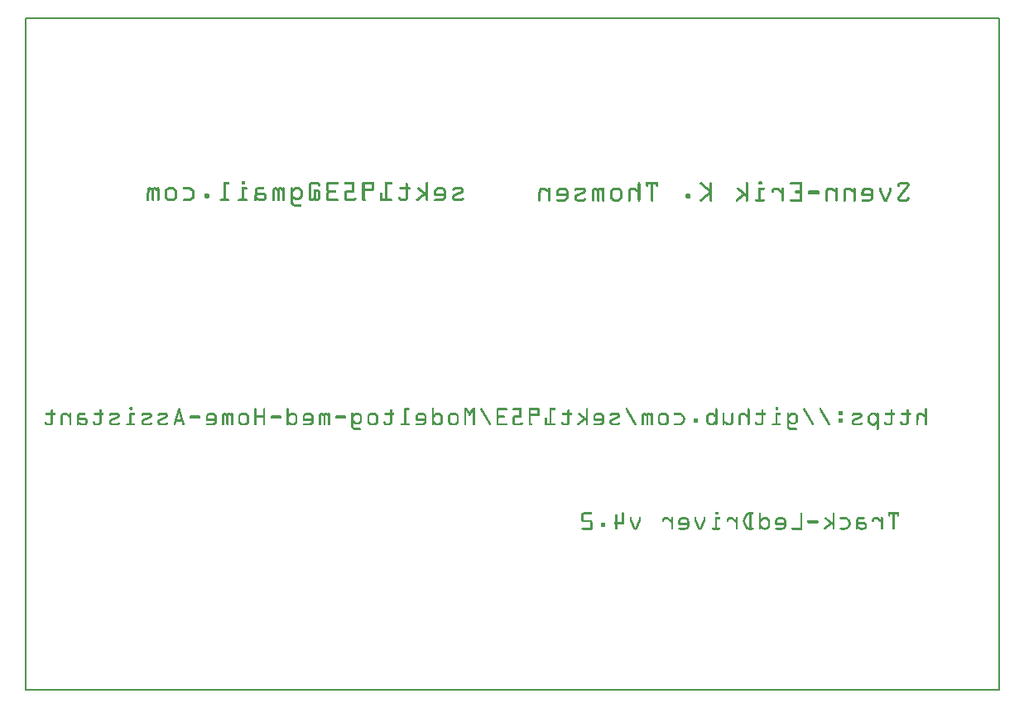
<source format=gbo>
G04 MADE WITH FRITZING*
G04 WWW.FRITZING.ORG*
G04 DOUBLE SIDED*
G04 HOLES PLATED*
G04 CONTOUR ON CENTER OF CONTOUR VECTOR*
%ASAXBY*%
%FSLAX23Y23*%
%MOIN*%
%OFA0B0*%
%SFA1.0B1.0*%
%ADD10R,3.928770X2.716540X3.912770X2.700540*%
%ADD11C,0.008000*%
%ADD12R,0.001000X0.001000*%
%LNSILK0*%
G90*
G70*
G54D11*
X4Y2713D02*
X3925Y2713D01*
X3925Y4D01*
X4Y4D01*
X4Y2713D01*
D02*
G54D12*
X878Y2056D02*
X885Y2056D01*
X876Y2055D02*
X887Y2055D01*
X2961Y2055D02*
X2967Y2055D01*
X875Y2054D02*
X888Y2054D01*
X2959Y2054D02*
X2969Y2054D01*
X875Y2053D02*
X888Y2053D01*
X2958Y2053D02*
X2970Y2053D01*
X807Y2052D02*
X822Y2052D01*
X875Y2052D02*
X888Y2052D01*
X1160Y2052D02*
X1176Y2052D01*
X1225Y2052D02*
X1260Y2052D01*
X1293Y2052D02*
X1327Y2052D01*
X1365Y2052D02*
X1405Y2052D01*
X1453Y2052D02*
X1477Y2052D01*
X1622Y2052D02*
X1622Y2052D01*
X2957Y2052D02*
X2970Y2052D01*
X804Y2051D02*
X824Y2051D01*
X874Y2051D02*
X888Y2051D01*
X1155Y2051D02*
X1181Y2051D01*
X1222Y2051D02*
X1263Y2051D01*
X1290Y2051D02*
X1327Y2051D01*
X1363Y2051D02*
X1407Y2051D01*
X1453Y2051D02*
X1480Y2051D01*
X1619Y2051D02*
X1624Y2051D01*
X2957Y2051D02*
X2971Y2051D01*
X803Y2050D02*
X825Y2050D01*
X874Y2050D02*
X888Y2050D01*
X1153Y2050D02*
X1183Y2050D01*
X1220Y2050D02*
X1264Y2050D01*
X1289Y2050D02*
X1327Y2050D01*
X1362Y2050D02*
X1408Y2050D01*
X1453Y2050D02*
X1481Y2050D01*
X1618Y2050D02*
X1625Y2050D01*
X2473Y2050D02*
X2477Y2050D01*
X2503Y2050D02*
X2552Y2050D01*
X2722Y2050D02*
X2727Y2050D01*
X2762Y2050D02*
X2766Y2050D01*
X2906Y2050D02*
X2911Y2050D01*
X2957Y2050D02*
X2971Y2050D01*
X3084Y2050D02*
X3130Y2050D01*
X3524Y2050D02*
X3557Y2050D01*
X803Y2049D02*
X826Y2049D01*
X874Y2049D02*
X888Y2049D01*
X1151Y2049D02*
X1185Y2049D01*
X1219Y2049D02*
X1264Y2049D01*
X1289Y2049D02*
X1327Y2049D01*
X1361Y2049D02*
X1409Y2049D01*
X1453Y2049D02*
X1481Y2049D01*
X1617Y2049D02*
X1626Y2049D01*
X2472Y2049D02*
X2478Y2049D01*
X2503Y2049D02*
X2552Y2049D01*
X2721Y2049D02*
X2728Y2049D01*
X2761Y2049D02*
X2768Y2049D01*
X2905Y2049D02*
X2912Y2049D01*
X2957Y2049D02*
X2971Y2049D01*
X3082Y2049D02*
X3130Y2049D01*
X3522Y2049D02*
X3559Y2049D01*
X802Y2048D02*
X826Y2048D01*
X874Y2048D02*
X888Y2048D01*
X1150Y2048D02*
X1186Y2048D01*
X1218Y2048D02*
X1265Y2048D01*
X1288Y2048D02*
X1327Y2048D01*
X1361Y2048D02*
X1409Y2048D01*
X1453Y2048D02*
X1481Y2048D01*
X1617Y2048D02*
X1626Y2048D01*
X2471Y2048D02*
X2479Y2048D01*
X2503Y2048D02*
X2552Y2048D01*
X2720Y2048D02*
X2729Y2048D01*
X2760Y2048D02*
X2768Y2048D01*
X2905Y2048D02*
X2913Y2048D01*
X2957Y2048D02*
X2971Y2048D01*
X3082Y2048D02*
X3130Y2048D01*
X3520Y2048D02*
X3560Y2048D01*
X802Y2047D02*
X826Y2047D01*
X874Y2047D02*
X888Y2047D01*
X1149Y2047D02*
X1187Y2047D01*
X1217Y2047D02*
X1265Y2047D01*
X1288Y2047D02*
X1327Y2047D01*
X1360Y2047D02*
X1409Y2047D01*
X1453Y2047D02*
X1482Y2047D01*
X1537Y2047D02*
X1542Y2047D01*
X1617Y2047D02*
X1626Y2047D01*
X2471Y2047D02*
X2479Y2047D01*
X2503Y2047D02*
X2552Y2047D01*
X2720Y2047D02*
X2731Y2047D01*
X2760Y2047D02*
X2768Y2047D01*
X2904Y2047D02*
X2913Y2047D01*
X2957Y2047D02*
X2971Y2047D01*
X3081Y2047D02*
X3130Y2047D01*
X3519Y2047D02*
X3561Y2047D01*
X802Y2046D02*
X826Y2046D01*
X875Y2046D02*
X888Y2046D01*
X1148Y2046D02*
X1188Y2046D01*
X1217Y2046D02*
X1264Y2046D01*
X1288Y2046D02*
X1327Y2046D01*
X1360Y2046D02*
X1409Y2046D01*
X1453Y2046D02*
X1481Y2046D01*
X1536Y2046D02*
X1543Y2046D01*
X1617Y2046D02*
X1626Y2046D01*
X2470Y2046D02*
X2480Y2046D01*
X2503Y2046D02*
X2552Y2046D01*
X2720Y2046D02*
X2732Y2046D01*
X2760Y2046D02*
X2769Y2046D01*
X2904Y2046D02*
X2913Y2046D01*
X2957Y2046D02*
X2971Y2046D01*
X3081Y2046D02*
X3130Y2046D01*
X3518Y2046D02*
X3562Y2046D01*
X802Y2045D02*
X826Y2045D01*
X875Y2045D02*
X888Y2045D01*
X1147Y2045D02*
X1189Y2045D01*
X1216Y2045D02*
X1264Y2045D01*
X1289Y2045D02*
X1327Y2045D01*
X1360Y2045D02*
X1409Y2045D01*
X1453Y2045D02*
X1481Y2045D01*
X1535Y2045D02*
X1543Y2045D01*
X1617Y2045D02*
X1626Y2045D01*
X2470Y2045D02*
X2480Y2045D01*
X2503Y2045D02*
X2552Y2045D01*
X2720Y2045D02*
X2733Y2045D01*
X2760Y2045D02*
X2769Y2045D01*
X2904Y2045D02*
X2913Y2045D01*
X2957Y2045D02*
X2971Y2045D01*
X3081Y2045D02*
X3130Y2045D01*
X3517Y2045D02*
X3562Y2045D01*
X802Y2044D02*
X825Y2044D01*
X876Y2044D02*
X887Y2044D01*
X1147Y2044D02*
X1190Y2044D01*
X1216Y2044D02*
X1264Y2044D01*
X1289Y2044D02*
X1327Y2044D01*
X1360Y2044D02*
X1409Y2044D01*
X1453Y2044D02*
X1480Y2044D01*
X1535Y2044D02*
X1544Y2044D01*
X1617Y2044D02*
X1626Y2044D01*
X2470Y2044D02*
X2480Y2044D01*
X2503Y2044D02*
X2552Y2044D01*
X2720Y2044D02*
X2734Y2044D01*
X2760Y2044D02*
X2769Y2044D01*
X2904Y2044D02*
X2913Y2044D01*
X2957Y2044D02*
X2970Y2044D01*
X3082Y2044D02*
X3130Y2044D01*
X3517Y2044D02*
X3563Y2044D01*
X802Y2043D02*
X824Y2043D01*
X877Y2043D02*
X886Y2043D01*
X1146Y2043D02*
X1191Y2043D01*
X1216Y2043D02*
X1263Y2043D01*
X1290Y2043D02*
X1327Y2043D01*
X1360Y2043D02*
X1409Y2043D01*
X1453Y2043D02*
X1479Y2043D01*
X1535Y2043D02*
X1544Y2043D01*
X1617Y2043D02*
X1626Y2043D01*
X2470Y2043D02*
X2480Y2043D01*
X2503Y2043D02*
X2552Y2043D01*
X2721Y2043D02*
X2735Y2043D01*
X2760Y2043D02*
X2769Y2043D01*
X2904Y2043D02*
X2913Y2043D01*
X2958Y2043D02*
X2970Y2043D01*
X3082Y2043D02*
X3130Y2043D01*
X3516Y2043D02*
X3563Y2043D01*
X802Y2042D02*
X812Y2042D01*
X1145Y2042D02*
X1160Y2042D01*
X1176Y2042D02*
X1191Y2042D01*
X1216Y2042D02*
X1225Y2042D01*
X1318Y2042D02*
X1327Y2042D01*
X1360Y2042D02*
X1370Y2042D01*
X1400Y2042D02*
X1409Y2042D01*
X1453Y2042D02*
X1462Y2042D01*
X1535Y2042D02*
X1544Y2042D01*
X1617Y2042D02*
X1626Y2042D01*
X2470Y2042D02*
X2480Y2042D01*
X2503Y2042D02*
X2552Y2042D01*
X2722Y2042D02*
X2736Y2042D01*
X2760Y2042D02*
X2769Y2042D01*
X2904Y2042D02*
X2913Y2042D01*
X2959Y2042D02*
X2969Y2042D01*
X3083Y2042D02*
X3130Y2042D01*
X3516Y2042D02*
X3564Y2042D01*
X802Y2041D02*
X811Y2041D01*
X1145Y2041D02*
X1157Y2041D01*
X1179Y2041D02*
X1192Y2041D01*
X1216Y2041D02*
X1225Y2041D01*
X1318Y2041D02*
X1327Y2041D01*
X1360Y2041D02*
X1370Y2041D01*
X1400Y2041D02*
X1409Y2041D01*
X1453Y2041D02*
X1462Y2041D01*
X1535Y2041D02*
X1544Y2041D01*
X1617Y2041D02*
X1626Y2041D01*
X2470Y2041D02*
X2480Y2041D01*
X2503Y2041D02*
X2552Y2041D01*
X2723Y2041D02*
X2738Y2041D01*
X2760Y2041D02*
X2769Y2041D01*
X2904Y2041D02*
X2913Y2041D01*
X2961Y2041D02*
X2966Y2041D01*
X3086Y2041D02*
X3130Y2041D01*
X3515Y2041D02*
X3564Y2041D01*
X802Y2040D02*
X811Y2040D01*
X1145Y2040D02*
X1155Y2040D01*
X1181Y2040D02*
X1192Y2040D01*
X1216Y2040D02*
X1225Y2040D01*
X1318Y2040D02*
X1327Y2040D01*
X1360Y2040D02*
X1370Y2040D01*
X1400Y2040D02*
X1409Y2040D01*
X1453Y2040D02*
X1462Y2040D01*
X1535Y2040D02*
X1544Y2040D01*
X1617Y2040D02*
X1626Y2040D01*
X2470Y2040D02*
X2480Y2040D01*
X2503Y2040D02*
X2512Y2040D01*
X2523Y2040D02*
X2532Y2040D01*
X2543Y2040D02*
X2552Y2040D01*
X2724Y2040D02*
X2739Y2040D01*
X2760Y2040D02*
X2769Y2040D01*
X2904Y2040D02*
X2913Y2040D01*
X3121Y2040D02*
X3130Y2040D01*
X3515Y2040D02*
X3525Y2040D01*
X3555Y2040D02*
X3564Y2040D01*
X802Y2039D02*
X811Y2039D01*
X1144Y2039D02*
X1154Y2039D01*
X1182Y2039D02*
X1192Y2039D01*
X1216Y2039D02*
X1225Y2039D01*
X1318Y2039D02*
X1327Y2039D01*
X1360Y2039D02*
X1370Y2039D01*
X1400Y2039D02*
X1409Y2039D01*
X1453Y2039D02*
X1462Y2039D01*
X1535Y2039D02*
X1544Y2039D01*
X1617Y2039D02*
X1626Y2039D01*
X2470Y2039D02*
X2480Y2039D01*
X2503Y2039D02*
X2512Y2039D01*
X2523Y2039D02*
X2532Y2039D01*
X2543Y2039D02*
X2552Y2039D01*
X2725Y2039D02*
X2740Y2039D01*
X2760Y2039D02*
X2769Y2039D01*
X2904Y2039D02*
X2913Y2039D01*
X3121Y2039D02*
X3130Y2039D01*
X3515Y2039D02*
X3525Y2039D01*
X3554Y2039D02*
X3564Y2039D01*
X802Y2038D02*
X811Y2038D01*
X1144Y2038D02*
X1154Y2038D01*
X1183Y2038D02*
X1192Y2038D01*
X1216Y2038D02*
X1225Y2038D01*
X1318Y2038D02*
X1327Y2038D01*
X1360Y2038D02*
X1370Y2038D01*
X1400Y2038D02*
X1409Y2038D01*
X1453Y2038D02*
X1462Y2038D01*
X1535Y2038D02*
X1544Y2038D01*
X1617Y2038D02*
X1626Y2038D01*
X2470Y2038D02*
X2480Y2038D01*
X2503Y2038D02*
X2512Y2038D01*
X2523Y2038D02*
X2532Y2038D01*
X2543Y2038D02*
X2552Y2038D01*
X2726Y2038D02*
X2741Y2038D01*
X2760Y2038D02*
X2769Y2038D01*
X2904Y2038D02*
X2913Y2038D01*
X3121Y2038D02*
X3130Y2038D01*
X3515Y2038D02*
X3524Y2038D01*
X3554Y2038D02*
X3564Y2038D01*
X802Y2037D02*
X811Y2037D01*
X1144Y2037D02*
X1153Y2037D01*
X1183Y2037D02*
X1192Y2037D01*
X1216Y2037D02*
X1225Y2037D01*
X1318Y2037D02*
X1327Y2037D01*
X1360Y2037D02*
X1370Y2037D01*
X1400Y2037D02*
X1409Y2037D01*
X1453Y2037D02*
X1462Y2037D01*
X1535Y2037D02*
X1544Y2037D01*
X1617Y2037D02*
X1626Y2037D01*
X2470Y2037D02*
X2480Y2037D01*
X2503Y2037D02*
X2512Y2037D01*
X2523Y2037D02*
X2532Y2037D01*
X2543Y2037D02*
X2552Y2037D01*
X2728Y2037D02*
X2742Y2037D01*
X2760Y2037D02*
X2769Y2037D01*
X2904Y2037D02*
X2913Y2037D01*
X3121Y2037D02*
X3130Y2037D01*
X3515Y2037D02*
X3524Y2037D01*
X3553Y2037D02*
X3563Y2037D01*
X802Y2036D02*
X811Y2036D01*
X1144Y2036D02*
X1153Y2036D01*
X1184Y2036D02*
X1192Y2036D01*
X1216Y2036D02*
X1225Y2036D01*
X1318Y2036D02*
X1327Y2036D01*
X1360Y2036D02*
X1370Y2036D01*
X1400Y2036D02*
X1409Y2036D01*
X1453Y2036D02*
X1462Y2036D01*
X1535Y2036D02*
X1544Y2036D01*
X1617Y2036D02*
X1626Y2036D01*
X2470Y2036D02*
X2480Y2036D01*
X2503Y2036D02*
X2512Y2036D01*
X2523Y2036D02*
X2532Y2036D01*
X2543Y2036D02*
X2552Y2036D01*
X2729Y2036D02*
X2743Y2036D01*
X2760Y2036D02*
X2769Y2036D01*
X2904Y2036D02*
X2913Y2036D01*
X3121Y2036D02*
X3130Y2036D01*
X3515Y2036D02*
X3524Y2036D01*
X3552Y2036D02*
X3563Y2036D01*
X802Y2035D02*
X811Y2035D01*
X1144Y2035D02*
X1153Y2035D01*
X1185Y2035D02*
X1191Y2035D01*
X1216Y2035D02*
X1225Y2035D01*
X1318Y2035D02*
X1327Y2035D01*
X1360Y2035D02*
X1370Y2035D01*
X1400Y2035D02*
X1409Y2035D01*
X1453Y2035D02*
X1462Y2035D01*
X1535Y2035D02*
X1544Y2035D01*
X1617Y2035D02*
X1626Y2035D01*
X2470Y2035D02*
X2480Y2035D01*
X2504Y2035D02*
X2511Y2035D01*
X2523Y2035D02*
X2532Y2035D01*
X2543Y2035D02*
X2551Y2035D01*
X2730Y2035D02*
X2745Y2035D01*
X2760Y2035D02*
X2769Y2035D01*
X2904Y2035D02*
X2913Y2035D01*
X3121Y2035D02*
X3130Y2035D01*
X3516Y2035D02*
X3523Y2035D01*
X3551Y2035D02*
X3563Y2035D01*
X802Y2034D02*
X811Y2034D01*
X1144Y2034D02*
X1153Y2034D01*
X1186Y2034D02*
X1189Y2034D01*
X1216Y2034D02*
X1225Y2034D01*
X1318Y2034D02*
X1327Y2034D01*
X1360Y2034D02*
X1370Y2034D01*
X1400Y2034D02*
X1409Y2034D01*
X1453Y2034D02*
X1462Y2034D01*
X1535Y2034D02*
X1544Y2034D01*
X1617Y2034D02*
X1626Y2034D01*
X2470Y2034D02*
X2480Y2034D01*
X2505Y2034D02*
X2511Y2034D01*
X2523Y2034D02*
X2532Y2034D01*
X2544Y2034D02*
X2550Y2034D01*
X2731Y2034D02*
X2746Y2034D01*
X2760Y2034D02*
X2769Y2034D01*
X2904Y2034D02*
X2913Y2034D01*
X3121Y2034D02*
X3130Y2034D01*
X3516Y2034D02*
X3523Y2034D01*
X3551Y2034D02*
X3562Y2034D01*
X802Y2033D02*
X811Y2033D01*
X1144Y2033D02*
X1153Y2033D01*
X1216Y2033D02*
X1225Y2033D01*
X1318Y2033D02*
X1327Y2033D01*
X1360Y2033D02*
X1370Y2033D01*
X1400Y2033D02*
X1409Y2033D01*
X1453Y2033D02*
X1462Y2033D01*
X1535Y2033D02*
X1544Y2033D01*
X1617Y2033D02*
X1626Y2033D01*
X2470Y2033D02*
X2480Y2033D01*
X2506Y2033D02*
X2509Y2033D01*
X2523Y2033D02*
X2532Y2033D01*
X2546Y2033D02*
X2549Y2033D01*
X2732Y2033D02*
X2747Y2033D01*
X2760Y2033D02*
X2769Y2033D01*
X2904Y2033D02*
X2913Y2033D01*
X3121Y2033D02*
X3130Y2033D01*
X3518Y2033D02*
X3521Y2033D01*
X3550Y2033D02*
X3562Y2033D01*
X802Y2032D02*
X811Y2032D01*
X1144Y2032D02*
X1153Y2032D01*
X1216Y2032D02*
X1225Y2032D01*
X1318Y2032D02*
X1327Y2032D01*
X1360Y2032D02*
X1370Y2032D01*
X1400Y2032D02*
X1409Y2032D01*
X1453Y2032D02*
X1462Y2032D01*
X1535Y2032D02*
X1544Y2032D01*
X1617Y2032D02*
X1626Y2032D01*
X2470Y2032D02*
X2480Y2032D01*
X2523Y2032D02*
X2532Y2032D01*
X2734Y2032D02*
X2748Y2032D01*
X2760Y2032D02*
X2769Y2032D01*
X2904Y2032D02*
X2913Y2032D01*
X3121Y2032D02*
X3130Y2032D01*
X3549Y2032D02*
X3561Y2032D01*
X802Y2031D02*
X811Y2031D01*
X1144Y2031D02*
X1153Y2031D01*
X1216Y2031D02*
X1225Y2031D01*
X1318Y2031D02*
X1327Y2031D01*
X1360Y2031D02*
X1370Y2031D01*
X1400Y2031D02*
X1409Y2031D01*
X1453Y2031D02*
X1462Y2031D01*
X1535Y2031D02*
X1544Y2031D01*
X1617Y2031D02*
X1626Y2031D01*
X2470Y2031D02*
X2480Y2031D01*
X2523Y2031D02*
X2532Y2031D01*
X2735Y2031D02*
X2749Y2031D01*
X2760Y2031D02*
X2769Y2031D01*
X2904Y2031D02*
X2913Y2031D01*
X3121Y2031D02*
X3130Y2031D01*
X3548Y2031D02*
X3560Y2031D01*
X502Y2030D02*
X509Y2030D01*
X521Y2030D02*
X529Y2030D01*
X536Y2030D02*
X540Y2030D01*
X579Y2030D02*
X601Y2030D01*
X640Y2030D02*
X668Y2030D01*
X802Y2030D02*
X811Y2030D01*
X877Y2030D02*
X896Y2030D01*
X938Y2030D02*
X963Y2030D01*
X1008Y2030D02*
X1015Y2030D01*
X1027Y2030D02*
X1035Y2030D01*
X1042Y2030D02*
X1046Y2030D01*
X1074Y2030D02*
X1078Y2030D01*
X1090Y2030D02*
X1107Y2030D01*
X1144Y2030D02*
X1153Y2030D01*
X1216Y2030D02*
X1225Y2030D01*
X1318Y2030D02*
X1327Y2030D01*
X1360Y2030D02*
X1370Y2030D01*
X1400Y2030D02*
X1409Y2030D01*
X1453Y2030D02*
X1462Y2030D01*
X1512Y2030D02*
X1552Y2030D01*
X1585Y2030D02*
X1589Y2030D01*
X1617Y2030D02*
X1626Y2030D01*
X1663Y2030D02*
X1685Y2030D01*
X1731Y2030D02*
X1761Y2030D01*
X2470Y2030D02*
X2480Y2030D01*
X2523Y2030D02*
X2532Y2030D01*
X2736Y2030D02*
X2750Y2030D01*
X2760Y2030D02*
X2769Y2030D01*
X2904Y2030D02*
X2913Y2030D01*
X3121Y2030D02*
X3130Y2030D01*
X3548Y2030D02*
X3559Y2030D01*
X500Y2029D02*
X511Y2029D01*
X519Y2029D02*
X531Y2029D01*
X535Y2029D02*
X541Y2029D01*
X577Y2029D02*
X603Y2029D01*
X639Y2029D02*
X670Y2029D01*
X802Y2029D02*
X811Y2029D01*
X876Y2029D02*
X897Y2029D01*
X936Y2029D02*
X964Y2029D01*
X1006Y2029D02*
X1017Y2029D01*
X1025Y2029D02*
X1037Y2029D01*
X1041Y2029D02*
X1047Y2029D01*
X1073Y2029D02*
X1079Y2029D01*
X1088Y2029D02*
X1109Y2029D01*
X1144Y2029D02*
X1153Y2029D01*
X1216Y2029D02*
X1225Y2029D01*
X1318Y2029D02*
X1327Y2029D01*
X1360Y2029D02*
X1370Y2029D01*
X1400Y2029D02*
X1409Y2029D01*
X1453Y2029D02*
X1462Y2029D01*
X1511Y2029D02*
X1553Y2029D01*
X1584Y2029D02*
X1590Y2029D01*
X1617Y2029D02*
X1626Y2029D01*
X1661Y2029D02*
X1687Y2029D01*
X1729Y2029D02*
X1763Y2029D01*
X2081Y2029D02*
X2095Y2029D01*
X2112Y2029D02*
X2116Y2029D01*
X2155Y2029D02*
X2177Y2029D01*
X2224Y2029D02*
X2253Y2029D01*
X2296Y2029D02*
X2301Y2029D01*
X2314Y2029D02*
X2322Y2029D01*
X2329Y2029D02*
X2333Y2029D01*
X2372Y2029D02*
X2393Y2029D01*
X2442Y2029D02*
X2456Y2029D01*
X2470Y2029D02*
X2480Y2029D01*
X2523Y2029D02*
X2532Y2029D01*
X2737Y2029D02*
X2752Y2029D01*
X2760Y2029D02*
X2769Y2029D01*
X2872Y2029D02*
X2876Y2029D01*
X2904Y2029D02*
X2913Y2029D01*
X2959Y2029D02*
X2978Y2029D01*
X3019Y2029D02*
X3036Y2029D01*
X3051Y2029D02*
X3055Y2029D01*
X3121Y2029D02*
X3130Y2029D01*
X3237Y2029D02*
X3252Y2029D01*
X3268Y2029D02*
X3272Y2029D01*
X3310Y2029D02*
X3324Y2029D01*
X3340Y2029D02*
X3344Y2029D01*
X3384Y2029D02*
X3405Y2029D01*
X3445Y2029D02*
X3449Y2029D01*
X3485Y2029D02*
X3489Y2029D01*
X3547Y2029D02*
X3559Y2029D01*
X498Y2028D02*
X512Y2028D01*
X517Y2028D02*
X532Y2028D01*
X534Y2028D02*
X542Y2028D01*
X575Y2028D02*
X604Y2028D01*
X638Y2028D02*
X672Y2028D01*
X802Y2028D02*
X811Y2028D01*
X875Y2028D02*
X898Y2028D01*
X934Y2028D02*
X965Y2028D01*
X1004Y2028D02*
X1018Y2028D01*
X1023Y2028D02*
X1038Y2028D01*
X1040Y2028D02*
X1048Y2028D01*
X1072Y2028D02*
X1080Y2028D01*
X1086Y2028D02*
X1110Y2028D01*
X1144Y2028D02*
X1153Y2028D01*
X1216Y2028D02*
X1225Y2028D01*
X1318Y2028D02*
X1327Y2028D01*
X1360Y2028D02*
X1370Y2028D01*
X1400Y2028D02*
X1409Y2028D01*
X1453Y2028D02*
X1462Y2028D01*
X1511Y2028D02*
X1553Y2028D01*
X1583Y2028D02*
X1592Y2028D01*
X1617Y2028D02*
X1626Y2028D01*
X1659Y2028D02*
X1689Y2028D01*
X1728Y2028D02*
X1765Y2028D01*
X2079Y2028D02*
X2097Y2028D01*
X2110Y2028D02*
X2117Y2028D01*
X2153Y2028D02*
X2179Y2028D01*
X2221Y2028D02*
X2255Y2028D01*
X2293Y2028D02*
X2304Y2028D01*
X2312Y2028D02*
X2324Y2028D01*
X2328Y2028D02*
X2335Y2028D01*
X2370Y2028D02*
X2396Y2028D01*
X2440Y2028D02*
X2459Y2028D01*
X2470Y2028D02*
X2480Y2028D01*
X2523Y2028D02*
X2532Y2028D01*
X2738Y2028D02*
X2753Y2028D01*
X2760Y2028D02*
X2769Y2028D01*
X2871Y2028D02*
X2877Y2028D01*
X2904Y2028D02*
X2913Y2028D01*
X2958Y2028D02*
X2979Y2028D01*
X3017Y2028D02*
X3037Y2028D01*
X3050Y2028D02*
X3057Y2028D01*
X3121Y2028D02*
X3130Y2028D01*
X3235Y2028D02*
X3254Y2028D01*
X3267Y2028D02*
X3273Y2028D01*
X3307Y2028D02*
X3326Y2028D01*
X3339Y2028D02*
X3346Y2028D01*
X3382Y2028D02*
X3408Y2028D01*
X3444Y2028D02*
X3451Y2028D01*
X3484Y2028D02*
X3490Y2028D01*
X3546Y2028D02*
X3558Y2028D01*
X497Y2027D02*
X513Y2027D01*
X516Y2027D02*
X542Y2027D01*
X574Y2027D02*
X606Y2027D01*
X638Y2027D02*
X673Y2027D01*
X802Y2027D02*
X811Y2027D01*
X875Y2027D02*
X898Y2027D01*
X933Y2027D02*
X965Y2027D01*
X1003Y2027D02*
X1019Y2027D01*
X1022Y2027D02*
X1048Y2027D01*
X1072Y2027D02*
X1080Y2027D01*
X1085Y2027D02*
X1112Y2027D01*
X1144Y2027D02*
X1153Y2027D01*
X1216Y2027D02*
X1225Y2027D01*
X1318Y2027D02*
X1327Y2027D01*
X1360Y2027D02*
X1370Y2027D01*
X1400Y2027D02*
X1409Y2027D01*
X1453Y2027D02*
X1462Y2027D01*
X1510Y2027D02*
X1554Y2027D01*
X1583Y2027D02*
X1593Y2027D01*
X1617Y2027D02*
X1626Y2027D01*
X1658Y2027D02*
X1690Y2027D01*
X1726Y2027D02*
X1766Y2027D01*
X2077Y2027D02*
X2099Y2027D01*
X2110Y2027D02*
X2118Y2027D01*
X2152Y2027D02*
X2180Y2027D01*
X2220Y2027D02*
X2257Y2027D01*
X2292Y2027D02*
X2305Y2027D01*
X2311Y2027D02*
X2325Y2027D01*
X2327Y2027D02*
X2335Y2027D01*
X2369Y2027D02*
X2397Y2027D01*
X2438Y2027D02*
X2460Y2027D01*
X2470Y2027D02*
X2480Y2027D01*
X2523Y2027D02*
X2532Y2027D01*
X2739Y2027D02*
X2754Y2027D01*
X2760Y2027D02*
X2769Y2027D01*
X2870Y2027D02*
X2879Y2027D01*
X2904Y2027D02*
X2913Y2027D01*
X2957Y2027D02*
X2980Y2027D01*
X3015Y2027D02*
X3038Y2027D01*
X3049Y2027D02*
X3057Y2027D01*
X3121Y2027D02*
X3130Y2027D01*
X3233Y2027D02*
X3256Y2027D01*
X3266Y2027D02*
X3274Y2027D01*
X3306Y2027D02*
X3328Y2027D01*
X3338Y2027D02*
X3346Y2027D01*
X3380Y2027D02*
X3409Y2027D01*
X3443Y2027D02*
X3451Y2027D01*
X3483Y2027D02*
X3491Y2027D01*
X3545Y2027D02*
X3557Y2027D01*
X496Y2026D02*
X543Y2026D01*
X573Y2026D02*
X607Y2026D01*
X638Y2026D02*
X675Y2026D01*
X802Y2026D02*
X811Y2026D01*
X874Y2026D02*
X898Y2026D01*
X932Y2026D02*
X966Y2026D01*
X1002Y2026D02*
X1049Y2026D01*
X1071Y2026D02*
X1080Y2026D01*
X1084Y2026D02*
X1113Y2026D01*
X1144Y2026D02*
X1153Y2026D01*
X1216Y2026D02*
X1225Y2026D01*
X1318Y2026D02*
X1327Y2026D01*
X1360Y2026D02*
X1409Y2026D01*
X1453Y2026D02*
X1462Y2026D01*
X1510Y2026D02*
X1554Y2026D01*
X1582Y2026D02*
X1594Y2026D01*
X1617Y2026D02*
X1626Y2026D01*
X1657Y2026D02*
X1691Y2026D01*
X1725Y2026D02*
X1767Y2026D01*
X2076Y2026D02*
X2101Y2026D01*
X2109Y2026D02*
X2118Y2026D01*
X2150Y2026D02*
X2182Y2026D01*
X2218Y2026D02*
X2258Y2026D01*
X2291Y2026D02*
X2306Y2026D01*
X2310Y2026D02*
X2336Y2026D01*
X2367Y2026D02*
X2399Y2026D01*
X2437Y2026D02*
X2462Y2026D01*
X2470Y2026D02*
X2480Y2026D01*
X2523Y2026D02*
X2532Y2026D01*
X2741Y2026D02*
X2755Y2026D01*
X2760Y2026D02*
X2769Y2026D01*
X2870Y2026D02*
X2880Y2026D01*
X2904Y2026D02*
X2913Y2026D01*
X2957Y2026D02*
X2980Y2026D01*
X3014Y2026D02*
X3039Y2026D01*
X3049Y2026D02*
X3058Y2026D01*
X3121Y2026D02*
X3130Y2026D01*
X3232Y2026D02*
X3257Y2026D01*
X3266Y2026D02*
X3274Y2026D01*
X3305Y2026D02*
X3329Y2026D01*
X3338Y2026D02*
X3347Y2026D01*
X3379Y2026D02*
X3411Y2026D01*
X3443Y2026D02*
X3452Y2026D01*
X3483Y2026D02*
X3491Y2026D01*
X3544Y2026D02*
X3556Y2026D01*
X496Y2025D02*
X543Y2025D01*
X572Y2025D02*
X608Y2025D01*
X638Y2025D02*
X676Y2025D01*
X802Y2025D02*
X811Y2025D01*
X874Y2025D02*
X898Y2025D01*
X931Y2025D02*
X966Y2025D01*
X1002Y2025D02*
X1049Y2025D01*
X1071Y2025D02*
X1080Y2025D01*
X1083Y2025D02*
X1114Y2025D01*
X1144Y2025D02*
X1153Y2025D01*
X1216Y2025D02*
X1225Y2025D01*
X1318Y2025D02*
X1327Y2025D01*
X1360Y2025D02*
X1409Y2025D01*
X1453Y2025D02*
X1462Y2025D01*
X1510Y2025D02*
X1554Y2025D01*
X1582Y2025D02*
X1595Y2025D01*
X1617Y2025D02*
X1626Y2025D01*
X1656Y2025D02*
X1692Y2025D01*
X1724Y2025D02*
X1768Y2025D01*
X2075Y2025D02*
X2102Y2025D01*
X2109Y2025D02*
X2118Y2025D01*
X2149Y2025D02*
X2183Y2025D01*
X2217Y2025D02*
X2259Y2025D01*
X2290Y2025D02*
X2336Y2025D01*
X2366Y2025D02*
X2400Y2025D01*
X2436Y2025D02*
X2464Y2025D01*
X2470Y2025D02*
X2480Y2025D01*
X2523Y2025D02*
X2532Y2025D01*
X2742Y2025D02*
X2756Y2025D01*
X2760Y2025D02*
X2769Y2025D01*
X2870Y2025D02*
X2881Y2025D01*
X2904Y2025D02*
X2913Y2025D01*
X2957Y2025D02*
X2981Y2025D01*
X3013Y2025D02*
X3040Y2025D01*
X3049Y2025D02*
X3058Y2025D01*
X3121Y2025D02*
X3130Y2025D01*
X3231Y2025D02*
X3259Y2025D01*
X3266Y2025D02*
X3275Y2025D01*
X3304Y2025D02*
X3331Y2025D01*
X3338Y2025D02*
X3347Y2025D01*
X3378Y2025D02*
X3412Y2025D01*
X3443Y2025D02*
X3452Y2025D01*
X3482Y2025D02*
X3491Y2025D01*
X3544Y2025D02*
X3556Y2025D01*
X495Y2024D02*
X543Y2024D01*
X570Y2024D02*
X609Y2024D01*
X638Y2024D02*
X677Y2024D01*
X802Y2024D02*
X811Y2024D01*
X874Y2024D02*
X898Y2024D01*
X930Y2024D02*
X965Y2024D01*
X1001Y2024D02*
X1049Y2024D01*
X1071Y2024D02*
X1115Y2024D01*
X1144Y2024D02*
X1153Y2024D01*
X1216Y2024D02*
X1225Y2024D01*
X1318Y2024D02*
X1327Y2024D01*
X1360Y2024D02*
X1409Y2024D01*
X1453Y2024D02*
X1462Y2024D01*
X1511Y2024D02*
X1553Y2024D01*
X1583Y2024D02*
X1596Y2024D01*
X1617Y2024D02*
X1626Y2024D01*
X1655Y2024D02*
X1693Y2024D01*
X1724Y2024D02*
X1768Y2024D01*
X2074Y2024D02*
X2104Y2024D01*
X2109Y2024D02*
X2118Y2024D01*
X2148Y2024D02*
X2184Y2024D01*
X2216Y2024D02*
X2259Y2024D01*
X2289Y2024D02*
X2336Y2024D01*
X2365Y2024D02*
X2401Y2024D01*
X2435Y2024D02*
X2465Y2024D01*
X2470Y2024D02*
X2480Y2024D01*
X2523Y2024D02*
X2532Y2024D01*
X2743Y2024D02*
X2757Y2024D01*
X2760Y2024D02*
X2769Y2024D01*
X2870Y2024D02*
X2882Y2024D01*
X2904Y2024D02*
X2913Y2024D01*
X2957Y2024D02*
X2980Y2024D01*
X3012Y2024D02*
X3042Y2024D01*
X3049Y2024D02*
X3058Y2024D01*
X3121Y2024D02*
X3130Y2024D01*
X3230Y2024D02*
X3260Y2024D01*
X3266Y2024D02*
X3275Y2024D01*
X3303Y2024D02*
X3333Y2024D01*
X3338Y2024D02*
X3347Y2024D01*
X3377Y2024D02*
X3413Y2024D01*
X3443Y2024D02*
X3452Y2024D01*
X3482Y2024D02*
X3492Y2024D01*
X3543Y2024D02*
X3555Y2024D01*
X495Y2023D02*
X543Y2023D01*
X570Y2023D02*
X610Y2023D01*
X639Y2023D02*
X678Y2023D01*
X802Y2023D02*
X811Y2023D01*
X874Y2023D02*
X897Y2023D01*
X930Y2023D02*
X965Y2023D01*
X1001Y2023D02*
X1049Y2023D01*
X1071Y2023D02*
X1116Y2023D01*
X1144Y2023D02*
X1153Y2023D01*
X1216Y2023D02*
X1225Y2023D01*
X1318Y2023D02*
X1327Y2023D01*
X1360Y2023D02*
X1409Y2023D01*
X1453Y2023D02*
X1462Y2023D01*
X1511Y2023D02*
X1553Y2023D01*
X1583Y2023D02*
X1598Y2023D01*
X1617Y2023D02*
X1626Y2023D01*
X1654Y2023D02*
X1694Y2023D01*
X1723Y2023D02*
X1769Y2023D01*
X2073Y2023D02*
X2105Y2023D01*
X2109Y2023D02*
X2118Y2023D01*
X2147Y2023D02*
X2185Y2023D01*
X2216Y2023D02*
X2260Y2023D01*
X2288Y2023D02*
X2336Y2023D01*
X2364Y2023D02*
X2402Y2023D01*
X2434Y2023D02*
X2467Y2023D01*
X2470Y2023D02*
X2480Y2023D01*
X2523Y2023D02*
X2532Y2023D01*
X2744Y2023D02*
X2769Y2023D01*
X2870Y2023D02*
X2883Y2023D01*
X2904Y2023D02*
X2913Y2023D01*
X2957Y2023D02*
X2980Y2023D01*
X3012Y2023D02*
X3043Y2023D01*
X3049Y2023D02*
X3058Y2023D01*
X3121Y2023D02*
X3130Y2023D01*
X3230Y2023D02*
X3262Y2023D01*
X3266Y2023D02*
X3275Y2023D01*
X3302Y2023D02*
X3334Y2023D01*
X3338Y2023D02*
X3347Y2023D01*
X3376Y2023D02*
X3414Y2023D01*
X3443Y2023D02*
X3452Y2023D01*
X3482Y2023D02*
X3492Y2023D01*
X3542Y2023D02*
X3554Y2023D01*
X494Y2022D02*
X543Y2022D01*
X569Y2022D02*
X611Y2022D01*
X640Y2022D02*
X679Y2022D01*
X802Y2022D02*
X811Y2022D01*
X874Y2022D02*
X896Y2022D01*
X929Y2022D02*
X964Y2022D01*
X1000Y2022D02*
X1049Y2022D01*
X1071Y2022D02*
X1117Y2022D01*
X1144Y2022D02*
X1153Y2022D01*
X1167Y2022D02*
X1181Y2022D01*
X1216Y2022D02*
X1225Y2022D01*
X1318Y2022D02*
X1327Y2022D01*
X1360Y2022D02*
X1409Y2022D01*
X1453Y2022D02*
X1462Y2022D01*
X1512Y2022D02*
X1552Y2022D01*
X1584Y2022D02*
X1599Y2022D01*
X1617Y2022D02*
X1626Y2022D01*
X1653Y2022D02*
X1695Y2022D01*
X1723Y2022D02*
X1769Y2022D01*
X2073Y2022D02*
X2107Y2022D01*
X2109Y2022D02*
X2118Y2022D01*
X2146Y2022D02*
X2186Y2022D01*
X2215Y2022D02*
X2261Y2022D01*
X2288Y2022D02*
X2336Y2022D01*
X2363Y2022D02*
X2403Y2022D01*
X2434Y2022D02*
X2468Y2022D01*
X2470Y2022D02*
X2480Y2022D01*
X2523Y2022D02*
X2532Y2022D01*
X2745Y2022D02*
X2769Y2022D01*
X2870Y2022D02*
X2884Y2022D01*
X2904Y2022D02*
X2913Y2022D01*
X2957Y2022D02*
X2980Y2022D01*
X3011Y2022D02*
X3044Y2022D01*
X3049Y2022D02*
X3058Y2022D01*
X3121Y2022D02*
X3130Y2022D01*
X3229Y2022D02*
X3263Y2022D01*
X3266Y2022D02*
X3275Y2022D01*
X3301Y2022D02*
X3336Y2022D01*
X3338Y2022D02*
X3347Y2022D01*
X3375Y2022D02*
X3415Y2022D01*
X3443Y2022D02*
X3452Y2022D01*
X3482Y2022D02*
X3492Y2022D01*
X3541Y2022D02*
X3553Y2022D01*
X494Y2021D02*
X543Y2021D01*
X568Y2021D02*
X612Y2021D01*
X642Y2021D02*
X680Y2021D01*
X802Y2021D02*
X811Y2021D01*
X874Y2021D02*
X894Y2021D01*
X929Y2021D02*
X962Y2021D01*
X1000Y2021D02*
X1049Y2021D01*
X1071Y2021D02*
X1118Y2021D01*
X1144Y2021D02*
X1153Y2021D01*
X1165Y2021D02*
X1184Y2021D01*
X1216Y2021D02*
X1226Y2021D01*
X1318Y2021D02*
X1327Y2021D01*
X1360Y2021D02*
X1409Y2021D01*
X1453Y2021D02*
X1462Y2021D01*
X1514Y2021D02*
X1550Y2021D01*
X1585Y2021D02*
X1600Y2021D01*
X1617Y2021D02*
X1626Y2021D01*
X1652Y2021D02*
X1696Y2021D01*
X1723Y2021D02*
X1769Y2021D01*
X2072Y2021D02*
X2118Y2021D01*
X2145Y2021D02*
X2187Y2021D01*
X2215Y2021D02*
X2261Y2021D01*
X2287Y2021D02*
X2336Y2021D01*
X2362Y2021D02*
X2404Y2021D01*
X2433Y2021D02*
X2480Y2021D01*
X2523Y2021D02*
X2532Y2021D01*
X2746Y2021D02*
X2769Y2021D01*
X2871Y2021D02*
X2886Y2021D01*
X2904Y2021D02*
X2913Y2021D01*
X2957Y2021D02*
X2979Y2021D01*
X3010Y2021D02*
X3045Y2021D01*
X3049Y2021D02*
X3058Y2021D01*
X3121Y2021D02*
X3130Y2021D01*
X3228Y2021D02*
X3275Y2021D01*
X3301Y2021D02*
X3347Y2021D01*
X3374Y2021D02*
X3416Y2021D01*
X3443Y2021D02*
X3452Y2021D01*
X3482Y2021D02*
X3492Y2021D01*
X3541Y2021D02*
X3552Y2021D01*
X494Y2020D02*
X503Y2020D01*
X507Y2020D02*
X522Y2020D01*
X527Y2020D02*
X543Y2020D01*
X567Y2020D02*
X580Y2020D01*
X599Y2020D02*
X612Y2020D01*
X666Y2020D02*
X681Y2020D01*
X802Y2020D02*
X811Y2020D01*
X874Y2020D02*
X883Y2020D01*
X929Y2020D02*
X939Y2020D01*
X1000Y2020D02*
X1009Y2020D01*
X1013Y2020D02*
X1028Y2020D01*
X1033Y2020D02*
X1049Y2020D01*
X1071Y2020D02*
X1091Y2020D01*
X1105Y2020D02*
X1118Y2020D01*
X1144Y2020D02*
X1153Y2020D01*
X1164Y2020D02*
X1186Y2020D01*
X1216Y2020D02*
X1226Y2020D01*
X1318Y2020D02*
X1327Y2020D01*
X1360Y2020D02*
X1409Y2020D01*
X1453Y2020D02*
X1462Y2020D01*
X1535Y2020D02*
X1544Y2020D01*
X1586Y2020D02*
X1601Y2020D01*
X1617Y2020D02*
X1626Y2020D01*
X1652Y2020D02*
X1664Y2020D01*
X1684Y2020D02*
X1696Y2020D01*
X1723Y2020D02*
X1733Y2020D01*
X1760Y2020D02*
X1769Y2020D01*
X2072Y2020D02*
X2118Y2020D01*
X2144Y2020D02*
X2188Y2020D01*
X2215Y2020D02*
X2261Y2020D01*
X2287Y2020D02*
X2336Y2020D01*
X2361Y2020D02*
X2405Y2020D01*
X2433Y2020D02*
X2480Y2020D01*
X2523Y2020D02*
X2532Y2020D01*
X2748Y2020D02*
X2769Y2020D01*
X2872Y2020D02*
X2887Y2020D01*
X2904Y2020D02*
X2913Y2020D01*
X2957Y2020D02*
X2977Y2020D01*
X3010Y2020D02*
X3046Y2020D01*
X3049Y2020D02*
X3058Y2020D01*
X3121Y2020D02*
X3130Y2020D01*
X3228Y2020D02*
X3275Y2020D01*
X3300Y2020D02*
X3347Y2020D01*
X3373Y2020D02*
X3417Y2020D01*
X3443Y2020D02*
X3452Y2020D01*
X3482Y2020D02*
X3492Y2020D01*
X3540Y2020D02*
X3552Y2020D01*
X494Y2019D02*
X503Y2019D01*
X508Y2019D02*
X522Y2019D01*
X528Y2019D02*
X543Y2019D01*
X567Y2019D02*
X579Y2019D01*
X601Y2019D02*
X613Y2019D01*
X668Y2019D02*
X682Y2019D01*
X802Y2019D02*
X811Y2019D01*
X874Y2019D02*
X883Y2019D01*
X928Y2019D02*
X938Y2019D01*
X1000Y2019D02*
X1009Y2019D01*
X1014Y2019D02*
X1028Y2019D01*
X1034Y2019D02*
X1049Y2019D01*
X1071Y2019D02*
X1090Y2019D01*
X1107Y2019D02*
X1119Y2019D01*
X1144Y2019D02*
X1153Y2019D01*
X1164Y2019D02*
X1187Y2019D01*
X1217Y2019D02*
X1228Y2019D01*
X1318Y2019D02*
X1327Y2019D01*
X1360Y2019D02*
X1408Y2019D01*
X1453Y2019D02*
X1462Y2019D01*
X1535Y2019D02*
X1544Y2019D01*
X1588Y2019D02*
X1602Y2019D01*
X1617Y2019D02*
X1626Y2019D01*
X1651Y2019D02*
X1663Y2019D01*
X1685Y2019D02*
X1697Y2019D01*
X1724Y2019D02*
X1732Y2019D01*
X1760Y2019D02*
X1769Y2019D01*
X2071Y2019D02*
X2082Y2019D01*
X2094Y2019D02*
X2118Y2019D01*
X2144Y2019D02*
X2157Y2019D01*
X2175Y2019D02*
X2188Y2019D01*
X2215Y2019D02*
X2225Y2019D01*
X2251Y2019D02*
X2261Y2019D01*
X2287Y2019D02*
X2296Y2019D01*
X2300Y2019D02*
X2316Y2019D01*
X2320Y2019D02*
X2336Y2019D01*
X2360Y2019D02*
X2373Y2019D01*
X2392Y2019D02*
X2405Y2019D01*
X2433Y2019D02*
X2444Y2019D01*
X2455Y2019D02*
X2480Y2019D01*
X2523Y2019D02*
X2532Y2019D01*
X2749Y2019D02*
X2769Y2019D01*
X2873Y2019D02*
X2888Y2019D01*
X2904Y2019D02*
X2913Y2019D01*
X2957Y2019D02*
X2966Y2019D01*
X3010Y2019D02*
X3021Y2019D01*
X3033Y2019D02*
X3058Y2019D01*
X3121Y2019D02*
X3130Y2019D01*
X3228Y2019D02*
X3239Y2019D01*
X3250Y2019D02*
X3275Y2019D01*
X3300Y2019D02*
X3311Y2019D01*
X3323Y2019D02*
X3347Y2019D01*
X3372Y2019D02*
X3385Y2019D01*
X3404Y2019D02*
X3417Y2019D01*
X3443Y2019D02*
X3452Y2019D01*
X3482Y2019D02*
X3492Y2019D01*
X3539Y2019D02*
X3551Y2019D01*
X494Y2018D02*
X503Y2018D01*
X509Y2018D02*
X522Y2018D01*
X529Y2018D02*
X543Y2018D01*
X566Y2018D02*
X577Y2018D01*
X602Y2018D02*
X613Y2018D01*
X669Y2018D02*
X683Y2018D01*
X802Y2018D02*
X811Y2018D01*
X874Y2018D02*
X883Y2018D01*
X928Y2018D02*
X938Y2018D01*
X1000Y2018D02*
X1009Y2018D01*
X1015Y2018D02*
X1028Y2018D01*
X1035Y2018D02*
X1049Y2018D01*
X1071Y2018D02*
X1089Y2018D01*
X1108Y2018D02*
X1119Y2018D01*
X1144Y2018D02*
X1153Y2018D01*
X1164Y2018D02*
X1188Y2018D01*
X1217Y2018D02*
X1251Y2018D01*
X1296Y2018D02*
X1327Y2018D01*
X1360Y2018D02*
X1408Y2018D01*
X1453Y2018D02*
X1462Y2018D01*
X1535Y2018D02*
X1544Y2018D01*
X1589Y2018D02*
X1603Y2018D01*
X1617Y2018D02*
X1626Y2018D01*
X1651Y2018D02*
X1662Y2018D01*
X1686Y2018D02*
X1697Y2018D01*
X1725Y2018D02*
X1730Y2018D01*
X1760Y2018D02*
X1769Y2018D01*
X2071Y2018D02*
X2081Y2018D01*
X2095Y2018D02*
X2118Y2018D01*
X2143Y2018D02*
X2155Y2018D01*
X2177Y2018D02*
X2189Y2018D01*
X2216Y2018D02*
X2224Y2018D01*
X2252Y2018D02*
X2261Y2018D01*
X2287Y2018D02*
X2296Y2018D01*
X2301Y2018D02*
X2315Y2018D01*
X2321Y2018D02*
X2336Y2018D01*
X2360Y2018D02*
X2372Y2018D01*
X2394Y2018D02*
X2406Y2018D01*
X2432Y2018D02*
X2443Y2018D01*
X2457Y2018D02*
X2480Y2018D01*
X2523Y2018D02*
X2532Y2018D01*
X2750Y2018D02*
X2769Y2018D01*
X2875Y2018D02*
X2889Y2018D01*
X2904Y2018D02*
X2913Y2018D01*
X2957Y2018D02*
X2966Y2018D01*
X3009Y2018D02*
X3019Y2018D01*
X3034Y2018D02*
X3058Y2018D01*
X3121Y2018D02*
X3130Y2018D01*
X3228Y2018D02*
X3238Y2018D01*
X3252Y2018D02*
X3275Y2018D01*
X3300Y2018D02*
X3310Y2018D01*
X3324Y2018D02*
X3347Y2018D01*
X3372Y2018D02*
X3384Y2018D01*
X3405Y2018D02*
X3418Y2018D01*
X3443Y2018D02*
X3452Y2018D01*
X3482Y2018D02*
X3492Y2018D01*
X3538Y2018D02*
X3550Y2018D01*
X494Y2017D02*
X503Y2017D01*
X511Y2017D02*
X522Y2017D01*
X530Y2017D02*
X543Y2017D01*
X566Y2017D02*
X576Y2017D01*
X603Y2017D02*
X613Y2017D01*
X670Y2017D02*
X684Y2017D01*
X802Y2017D02*
X811Y2017D01*
X874Y2017D02*
X883Y2017D01*
X928Y2017D02*
X937Y2017D01*
X1000Y2017D02*
X1009Y2017D01*
X1017Y2017D02*
X1028Y2017D01*
X1036Y2017D02*
X1049Y2017D01*
X1071Y2017D02*
X1088Y2017D01*
X1109Y2017D02*
X1120Y2017D01*
X1144Y2017D02*
X1153Y2017D01*
X1164Y2017D02*
X1189Y2017D01*
X1217Y2017D02*
X1253Y2017D01*
X1294Y2017D02*
X1327Y2017D01*
X1360Y2017D02*
X1406Y2017D01*
X1453Y2017D02*
X1462Y2017D01*
X1535Y2017D02*
X1544Y2017D01*
X1590Y2017D02*
X1605Y2017D01*
X1617Y2017D02*
X1626Y2017D01*
X1650Y2017D02*
X1661Y2017D01*
X1687Y2017D02*
X1698Y2017D01*
X1726Y2017D02*
X1729Y2017D01*
X1760Y2017D02*
X1769Y2017D01*
X2071Y2017D02*
X2080Y2017D01*
X2097Y2017D02*
X2118Y2017D01*
X2143Y2017D02*
X2154Y2017D01*
X2178Y2017D02*
X2189Y2017D01*
X2216Y2017D02*
X2222Y2017D01*
X2252Y2017D02*
X2261Y2017D01*
X2287Y2017D02*
X2296Y2017D01*
X2302Y2017D02*
X2315Y2017D01*
X2322Y2017D02*
X2336Y2017D01*
X2359Y2017D02*
X2371Y2017D01*
X2395Y2017D02*
X2406Y2017D01*
X2432Y2017D02*
X2442Y2017D01*
X2458Y2017D02*
X2480Y2017D01*
X2523Y2017D02*
X2532Y2017D01*
X2751Y2017D02*
X2769Y2017D01*
X2876Y2017D02*
X2890Y2017D01*
X2904Y2017D02*
X2913Y2017D01*
X2957Y2017D02*
X2966Y2017D01*
X3009Y2017D02*
X3019Y2017D01*
X3035Y2017D02*
X3058Y2017D01*
X3106Y2017D02*
X3130Y2017D01*
X3158Y2017D02*
X3198Y2017D01*
X3227Y2017D02*
X3237Y2017D01*
X3253Y2017D02*
X3275Y2017D01*
X3300Y2017D02*
X3309Y2017D01*
X3326Y2017D02*
X3347Y2017D01*
X3371Y2017D02*
X3383Y2017D01*
X3407Y2017D02*
X3418Y2017D01*
X3443Y2017D02*
X3452Y2017D01*
X3482Y2017D02*
X3492Y2017D01*
X3537Y2017D02*
X3549Y2017D01*
X494Y2016D02*
X503Y2016D01*
X512Y2016D02*
X522Y2016D01*
X532Y2016D02*
X543Y2016D01*
X566Y2016D02*
X576Y2016D01*
X604Y2016D02*
X614Y2016D01*
X671Y2016D02*
X684Y2016D01*
X802Y2016D02*
X811Y2016D01*
X874Y2016D02*
X883Y2016D01*
X928Y2016D02*
X937Y2016D01*
X1000Y2016D02*
X1009Y2016D01*
X1018Y2016D02*
X1028Y2016D01*
X1038Y2016D02*
X1049Y2016D01*
X1071Y2016D02*
X1087Y2016D01*
X1110Y2016D02*
X1120Y2016D01*
X1144Y2016D02*
X1153Y2016D01*
X1164Y2016D02*
X1190Y2016D01*
X1218Y2016D02*
X1254Y2016D01*
X1292Y2016D02*
X1327Y2016D01*
X1360Y2016D02*
X1370Y2016D01*
X1453Y2016D02*
X1462Y2016D01*
X1535Y2016D02*
X1544Y2016D01*
X1591Y2016D02*
X1606Y2016D01*
X1617Y2016D02*
X1626Y2016D01*
X1650Y2016D02*
X1660Y2016D01*
X1688Y2016D02*
X1698Y2016D01*
X1760Y2016D02*
X1769Y2016D01*
X2071Y2016D02*
X2080Y2016D01*
X2098Y2016D02*
X2118Y2016D01*
X2142Y2016D02*
X2153Y2016D01*
X2179Y2016D02*
X2190Y2016D01*
X2218Y2016D02*
X2221Y2016D01*
X2252Y2016D02*
X2261Y2016D01*
X2287Y2016D02*
X2296Y2016D01*
X2304Y2016D02*
X2315Y2016D01*
X2323Y2016D02*
X2336Y2016D01*
X2359Y2016D02*
X2370Y2016D01*
X2396Y2016D02*
X2407Y2016D01*
X2432Y2016D02*
X2441Y2016D01*
X2460Y2016D02*
X2480Y2016D01*
X2523Y2016D02*
X2532Y2016D01*
X2752Y2016D02*
X2769Y2016D01*
X2877Y2016D02*
X2892Y2016D01*
X2904Y2016D02*
X2913Y2016D01*
X2957Y2016D02*
X2966Y2016D01*
X3009Y2016D02*
X3018Y2016D01*
X3036Y2016D02*
X3058Y2016D01*
X3103Y2016D02*
X3130Y2016D01*
X3156Y2016D02*
X3200Y2016D01*
X3227Y2016D02*
X3237Y2016D01*
X3255Y2016D02*
X3275Y2016D01*
X3300Y2016D02*
X3309Y2016D01*
X3327Y2016D02*
X3347Y2016D01*
X3371Y2016D02*
X3382Y2016D01*
X3408Y2016D02*
X3418Y2016D01*
X3443Y2016D02*
X3452Y2016D01*
X3482Y2016D02*
X3491Y2016D01*
X3537Y2016D02*
X3549Y2016D01*
X494Y2015D02*
X503Y2015D01*
X513Y2015D02*
X522Y2015D01*
X533Y2015D02*
X543Y2015D01*
X566Y2015D02*
X575Y2015D01*
X605Y2015D02*
X614Y2015D01*
X672Y2015D02*
X685Y2015D01*
X802Y2015D02*
X811Y2015D01*
X874Y2015D02*
X883Y2015D01*
X928Y2015D02*
X937Y2015D01*
X1000Y2015D02*
X1009Y2015D01*
X1019Y2015D02*
X1028Y2015D01*
X1039Y2015D02*
X1049Y2015D01*
X1071Y2015D02*
X1085Y2015D01*
X1111Y2015D02*
X1120Y2015D01*
X1144Y2015D02*
X1153Y2015D01*
X1164Y2015D02*
X1190Y2015D01*
X1218Y2015D02*
X1254Y2015D01*
X1291Y2015D02*
X1327Y2015D01*
X1360Y2015D02*
X1370Y2015D01*
X1453Y2015D02*
X1462Y2015D01*
X1535Y2015D02*
X1544Y2015D01*
X1592Y2015D02*
X1607Y2015D01*
X1617Y2015D02*
X1626Y2015D01*
X1650Y2015D02*
X1659Y2015D01*
X1689Y2015D02*
X1698Y2015D01*
X1758Y2015D02*
X1769Y2015D01*
X2071Y2015D02*
X2080Y2015D01*
X2100Y2015D02*
X2118Y2015D01*
X2142Y2015D02*
X2152Y2015D01*
X2180Y2015D02*
X2190Y2015D01*
X2252Y2015D02*
X2261Y2015D01*
X2287Y2015D02*
X2296Y2015D01*
X2305Y2015D02*
X2315Y2015D01*
X2325Y2015D02*
X2336Y2015D01*
X2359Y2015D02*
X2369Y2015D01*
X2397Y2015D02*
X2407Y2015D01*
X2432Y2015D02*
X2441Y2015D01*
X2461Y2015D02*
X2480Y2015D01*
X2523Y2015D02*
X2532Y2015D01*
X2753Y2015D02*
X2769Y2015D01*
X2878Y2015D02*
X2893Y2015D01*
X2904Y2015D02*
X2913Y2015D01*
X2957Y2015D02*
X2966Y2015D01*
X3009Y2015D02*
X3018Y2015D01*
X3038Y2015D02*
X3058Y2015D01*
X3102Y2015D02*
X3130Y2015D01*
X3155Y2015D02*
X3201Y2015D01*
X3227Y2015D02*
X3236Y2015D01*
X3257Y2015D02*
X3275Y2015D01*
X3299Y2015D02*
X3309Y2015D01*
X3329Y2015D02*
X3347Y2015D01*
X3371Y2015D02*
X3381Y2015D01*
X3409Y2015D02*
X3419Y2015D01*
X3443Y2015D02*
X3453Y2015D01*
X3481Y2015D02*
X3491Y2015D01*
X3536Y2015D02*
X3548Y2015D01*
X494Y2014D02*
X503Y2014D01*
X513Y2014D02*
X522Y2014D01*
X534Y2014D02*
X543Y2014D01*
X565Y2014D02*
X575Y2014D01*
X605Y2014D02*
X614Y2014D01*
X674Y2014D02*
X685Y2014D01*
X802Y2014D02*
X811Y2014D01*
X874Y2014D02*
X883Y2014D01*
X928Y2014D02*
X937Y2014D01*
X1000Y2014D02*
X1009Y2014D01*
X1019Y2014D02*
X1028Y2014D01*
X1040Y2014D02*
X1049Y2014D01*
X1071Y2014D02*
X1084Y2014D01*
X1111Y2014D02*
X1120Y2014D01*
X1144Y2014D02*
X1153Y2014D01*
X1164Y2014D02*
X1191Y2014D01*
X1219Y2014D02*
X1255Y2014D01*
X1290Y2014D02*
X1327Y2014D01*
X1360Y2014D02*
X1370Y2014D01*
X1453Y2014D02*
X1462Y2014D01*
X1535Y2014D02*
X1544Y2014D01*
X1593Y2014D02*
X1608Y2014D01*
X1617Y2014D02*
X1626Y2014D01*
X1650Y2014D02*
X1659Y2014D01*
X1689Y2014D02*
X1698Y2014D01*
X1755Y2014D02*
X1769Y2014D01*
X2071Y2014D02*
X2080Y2014D01*
X2102Y2014D02*
X2118Y2014D01*
X2142Y2014D02*
X2151Y2014D01*
X2181Y2014D02*
X2190Y2014D01*
X2250Y2014D02*
X2261Y2014D01*
X2287Y2014D02*
X2296Y2014D01*
X2306Y2014D02*
X2315Y2014D01*
X2326Y2014D02*
X2336Y2014D01*
X2359Y2014D02*
X2368Y2014D01*
X2398Y2014D02*
X2407Y2014D01*
X2432Y2014D02*
X2441Y2014D01*
X2463Y2014D02*
X2480Y2014D01*
X2523Y2014D02*
X2532Y2014D01*
X2755Y2014D02*
X2769Y2014D01*
X2879Y2014D02*
X2894Y2014D01*
X2904Y2014D02*
X2913Y2014D01*
X2957Y2014D02*
X2966Y2014D01*
X3009Y2014D02*
X3018Y2014D01*
X3039Y2014D02*
X3058Y2014D01*
X3102Y2014D02*
X3130Y2014D01*
X3154Y2014D02*
X3202Y2014D01*
X3227Y2014D02*
X3236Y2014D01*
X3258Y2014D02*
X3275Y2014D01*
X3299Y2014D02*
X3308Y2014D01*
X3330Y2014D02*
X3347Y2014D01*
X3371Y2014D02*
X3380Y2014D01*
X3409Y2014D02*
X3419Y2014D01*
X3443Y2014D02*
X3453Y2014D01*
X3481Y2014D02*
X3491Y2014D01*
X3535Y2014D02*
X3547Y2014D01*
X494Y2013D02*
X503Y2013D01*
X513Y2013D02*
X522Y2013D01*
X534Y2013D02*
X543Y2013D01*
X565Y2013D02*
X575Y2013D01*
X605Y2013D02*
X614Y2013D01*
X675Y2013D02*
X686Y2013D01*
X802Y2013D02*
X811Y2013D01*
X874Y2013D02*
X883Y2013D01*
X928Y2013D02*
X937Y2013D01*
X1000Y2013D02*
X1009Y2013D01*
X1019Y2013D02*
X1028Y2013D01*
X1040Y2013D02*
X1049Y2013D01*
X1071Y2013D02*
X1083Y2013D01*
X1111Y2013D02*
X1120Y2013D01*
X1144Y2013D02*
X1153Y2013D01*
X1164Y2013D02*
X1191Y2013D01*
X1220Y2013D02*
X1255Y2013D01*
X1290Y2013D02*
X1327Y2013D01*
X1360Y2013D02*
X1370Y2013D01*
X1453Y2013D02*
X1462Y2013D01*
X1535Y2013D02*
X1544Y2013D01*
X1595Y2013D02*
X1609Y2013D01*
X1617Y2013D02*
X1626Y2013D01*
X1650Y2013D02*
X1659Y2013D01*
X1689Y2013D02*
X1698Y2013D01*
X1753Y2013D02*
X1768Y2013D01*
X2071Y2013D02*
X2080Y2013D01*
X2103Y2013D02*
X2118Y2013D01*
X2142Y2013D02*
X2151Y2013D01*
X2181Y2013D02*
X2190Y2013D01*
X2248Y2013D02*
X2261Y2013D01*
X2287Y2013D02*
X2296Y2013D01*
X2306Y2013D02*
X2315Y2013D01*
X2327Y2013D02*
X2336Y2013D01*
X2359Y2013D02*
X2368Y2013D01*
X2398Y2013D02*
X2407Y2013D01*
X2432Y2013D02*
X2441Y2013D01*
X2465Y2013D02*
X2480Y2013D01*
X2523Y2013D02*
X2532Y2013D01*
X2756Y2013D02*
X2769Y2013D01*
X2880Y2013D02*
X2895Y2013D01*
X2904Y2013D02*
X2913Y2013D01*
X2957Y2013D02*
X2966Y2013D01*
X3009Y2013D02*
X3018Y2013D01*
X3040Y2013D02*
X3058Y2013D01*
X3101Y2013D02*
X3130Y2013D01*
X3154Y2013D02*
X3202Y2013D01*
X3227Y2013D02*
X3236Y2013D01*
X3260Y2013D02*
X3275Y2013D01*
X3299Y2013D02*
X3308Y2013D01*
X3332Y2013D02*
X3347Y2013D01*
X3371Y2013D02*
X3380Y2013D01*
X3410Y2013D02*
X3419Y2013D01*
X3444Y2013D02*
X3454Y2013D01*
X3481Y2013D02*
X3491Y2013D01*
X3534Y2013D02*
X3546Y2013D01*
X494Y2012D02*
X503Y2012D01*
X513Y2012D02*
X522Y2012D01*
X534Y2012D02*
X543Y2012D01*
X565Y2012D02*
X574Y2012D01*
X605Y2012D02*
X614Y2012D01*
X676Y2012D02*
X686Y2012D01*
X802Y2012D02*
X811Y2012D01*
X874Y2012D02*
X883Y2012D01*
X928Y2012D02*
X937Y2012D01*
X1000Y2012D02*
X1009Y2012D01*
X1019Y2012D02*
X1028Y2012D01*
X1040Y2012D02*
X1049Y2012D01*
X1071Y2012D02*
X1082Y2012D01*
X1111Y2012D02*
X1120Y2012D01*
X1144Y2012D02*
X1153Y2012D01*
X1164Y2012D02*
X1173Y2012D01*
X1180Y2012D02*
X1192Y2012D01*
X1219Y2012D02*
X1255Y2012D01*
X1289Y2012D02*
X1327Y2012D01*
X1360Y2012D02*
X1370Y2012D01*
X1453Y2012D02*
X1462Y2012D01*
X1535Y2012D02*
X1544Y2012D01*
X1596Y2012D02*
X1610Y2012D01*
X1617Y2012D02*
X1626Y2012D01*
X1650Y2012D02*
X1659Y2012D01*
X1689Y2012D02*
X1698Y2012D01*
X1751Y2012D02*
X1768Y2012D01*
X2071Y2012D02*
X2080Y2012D01*
X2105Y2012D02*
X2118Y2012D01*
X2142Y2012D02*
X2151Y2012D01*
X2181Y2012D02*
X2190Y2012D01*
X2245Y2012D02*
X2260Y2012D01*
X2287Y2012D02*
X2296Y2012D01*
X2306Y2012D02*
X2315Y2012D01*
X2327Y2012D02*
X2336Y2012D01*
X2358Y2012D02*
X2368Y2012D01*
X2398Y2012D02*
X2407Y2012D01*
X2432Y2012D02*
X2441Y2012D01*
X2466Y2012D02*
X2480Y2012D01*
X2523Y2012D02*
X2532Y2012D01*
X2757Y2012D02*
X2769Y2012D01*
X2882Y2012D02*
X2896Y2012D01*
X2904Y2012D02*
X2913Y2012D01*
X2957Y2012D02*
X2966Y2012D01*
X3009Y2012D02*
X3018Y2012D01*
X3041Y2012D02*
X3058Y2012D01*
X3101Y2012D02*
X3130Y2012D01*
X3154Y2012D02*
X3202Y2012D01*
X3227Y2012D02*
X3236Y2012D01*
X3261Y2012D02*
X3275Y2012D01*
X3299Y2012D02*
X3308Y2012D01*
X3333Y2012D02*
X3347Y2012D01*
X3370Y2012D02*
X3380Y2012D01*
X3410Y2012D02*
X3419Y2012D01*
X3444Y2012D02*
X3454Y2012D01*
X3480Y2012D02*
X3490Y2012D01*
X3534Y2012D02*
X3545Y2012D01*
X494Y2011D02*
X503Y2011D01*
X513Y2011D02*
X522Y2011D01*
X534Y2011D02*
X543Y2011D01*
X565Y2011D02*
X574Y2011D01*
X605Y2011D02*
X614Y2011D01*
X677Y2011D02*
X686Y2011D01*
X802Y2011D02*
X811Y2011D01*
X874Y2011D02*
X883Y2011D01*
X928Y2011D02*
X937Y2011D01*
X1000Y2011D02*
X1009Y2011D01*
X1019Y2011D02*
X1028Y2011D01*
X1040Y2011D02*
X1049Y2011D01*
X1071Y2011D02*
X1081Y2011D01*
X1111Y2011D02*
X1120Y2011D01*
X1144Y2011D02*
X1153Y2011D01*
X1164Y2011D02*
X1173Y2011D01*
X1182Y2011D02*
X1192Y2011D01*
X1218Y2011D02*
X1254Y2011D01*
X1289Y2011D02*
X1327Y2011D01*
X1360Y2011D02*
X1370Y2011D01*
X1453Y2011D02*
X1462Y2011D01*
X1535Y2011D02*
X1544Y2011D01*
X1597Y2011D02*
X1612Y2011D01*
X1617Y2011D02*
X1626Y2011D01*
X1650Y2011D02*
X1659Y2011D01*
X1689Y2011D02*
X1698Y2011D01*
X1748Y2011D02*
X1767Y2011D01*
X2070Y2011D02*
X2080Y2011D01*
X2106Y2011D02*
X2118Y2011D01*
X2142Y2011D02*
X2151Y2011D01*
X2181Y2011D02*
X2190Y2011D01*
X2243Y2011D02*
X2260Y2011D01*
X2287Y2011D02*
X2296Y2011D01*
X2306Y2011D02*
X2315Y2011D01*
X2327Y2011D02*
X2336Y2011D01*
X2358Y2011D02*
X2368Y2011D01*
X2398Y2011D02*
X2407Y2011D01*
X2432Y2011D02*
X2441Y2011D01*
X2468Y2011D02*
X2480Y2011D01*
X2523Y2011D02*
X2532Y2011D01*
X2756Y2011D02*
X2769Y2011D01*
X2883Y2011D02*
X2897Y2011D01*
X2904Y2011D02*
X2913Y2011D01*
X2957Y2011D02*
X2966Y2011D01*
X3009Y2011D02*
X3018Y2011D01*
X3042Y2011D02*
X3058Y2011D01*
X3101Y2011D02*
X3130Y2011D01*
X3154Y2011D02*
X3202Y2011D01*
X3227Y2011D02*
X3236Y2011D01*
X3263Y2011D02*
X3275Y2011D01*
X3299Y2011D02*
X3308Y2011D01*
X3335Y2011D02*
X3347Y2011D01*
X3370Y2011D02*
X3380Y2011D01*
X3410Y2011D02*
X3419Y2011D01*
X3445Y2011D02*
X3455Y2011D01*
X3480Y2011D02*
X3490Y2011D01*
X3533Y2011D02*
X3545Y2011D01*
X494Y2010D02*
X503Y2010D01*
X513Y2010D02*
X522Y2010D01*
X534Y2010D02*
X543Y2010D01*
X565Y2010D02*
X574Y2010D01*
X605Y2010D02*
X614Y2010D01*
X677Y2010D02*
X686Y2010D01*
X802Y2010D02*
X811Y2010D01*
X874Y2010D02*
X883Y2010D01*
X928Y2010D02*
X937Y2010D01*
X1000Y2010D02*
X1009Y2010D01*
X1019Y2010D02*
X1028Y2010D01*
X1040Y2010D02*
X1049Y2010D01*
X1071Y2010D02*
X1081Y2010D01*
X1111Y2010D02*
X1120Y2010D01*
X1144Y2010D02*
X1153Y2010D01*
X1164Y2010D02*
X1173Y2010D01*
X1182Y2010D02*
X1192Y2010D01*
X1218Y2010D02*
X1254Y2010D01*
X1288Y2010D02*
X1327Y2010D01*
X1360Y2010D02*
X1370Y2010D01*
X1453Y2010D02*
X1462Y2010D01*
X1535Y2010D02*
X1544Y2010D01*
X1598Y2010D02*
X1613Y2010D01*
X1617Y2010D02*
X1626Y2010D01*
X1650Y2010D02*
X1659Y2010D01*
X1689Y2010D02*
X1698Y2010D01*
X1746Y2010D02*
X1767Y2010D01*
X2070Y2010D02*
X2080Y2010D01*
X2108Y2010D02*
X2118Y2010D01*
X2142Y2010D02*
X2151Y2010D01*
X2181Y2010D02*
X2190Y2010D01*
X2241Y2010D02*
X2259Y2010D01*
X2287Y2010D02*
X2296Y2010D01*
X2306Y2010D02*
X2315Y2010D01*
X2327Y2010D02*
X2336Y2010D01*
X2358Y2010D02*
X2368Y2010D01*
X2398Y2010D02*
X2407Y2010D01*
X2432Y2010D02*
X2441Y2010D01*
X2469Y2010D02*
X2480Y2010D01*
X2523Y2010D02*
X2532Y2010D01*
X2755Y2010D02*
X2769Y2010D01*
X2884Y2010D02*
X2899Y2010D01*
X2904Y2010D02*
X2913Y2010D01*
X2957Y2010D02*
X2966Y2010D01*
X3009Y2010D02*
X3018Y2010D01*
X3043Y2010D02*
X3058Y2010D01*
X3102Y2010D02*
X3130Y2010D01*
X3154Y2010D02*
X3202Y2010D01*
X3227Y2010D02*
X3236Y2010D01*
X3264Y2010D02*
X3275Y2010D01*
X3299Y2010D02*
X3308Y2010D01*
X3337Y2010D02*
X3347Y2010D01*
X3370Y2010D02*
X3380Y2010D01*
X3410Y2010D02*
X3419Y2010D01*
X3445Y2010D02*
X3455Y2010D01*
X3479Y2010D02*
X3489Y2010D01*
X3532Y2010D02*
X3544Y2010D01*
X494Y2009D02*
X503Y2009D01*
X513Y2009D02*
X522Y2009D01*
X534Y2009D02*
X543Y2009D01*
X565Y2009D02*
X574Y2009D01*
X605Y2009D02*
X614Y2009D01*
X677Y2009D02*
X686Y2009D01*
X802Y2009D02*
X811Y2009D01*
X874Y2009D02*
X883Y2009D01*
X928Y2009D02*
X965Y2009D01*
X999Y2009D02*
X1009Y2009D01*
X1019Y2009D02*
X1028Y2009D01*
X1040Y2009D02*
X1049Y2009D01*
X1071Y2009D02*
X1081Y2009D01*
X1111Y2009D02*
X1120Y2009D01*
X1144Y2009D02*
X1153Y2009D01*
X1164Y2009D02*
X1173Y2009D01*
X1183Y2009D02*
X1192Y2009D01*
X1217Y2009D02*
X1253Y2009D01*
X1288Y2009D02*
X1327Y2009D01*
X1360Y2009D02*
X1370Y2009D01*
X1435Y2009D02*
X1439Y2009D01*
X1453Y2009D02*
X1462Y2009D01*
X1535Y2009D02*
X1544Y2009D01*
X1599Y2009D02*
X1614Y2009D01*
X1617Y2009D02*
X1626Y2009D01*
X1650Y2009D02*
X1659Y2009D01*
X1689Y2009D02*
X1698Y2009D01*
X1744Y2009D02*
X1766Y2009D01*
X2070Y2009D02*
X2080Y2009D01*
X2109Y2009D02*
X2118Y2009D01*
X2142Y2009D02*
X2151Y2009D01*
X2181Y2009D02*
X2190Y2009D01*
X2238Y2009D02*
X2259Y2009D01*
X2287Y2009D02*
X2296Y2009D01*
X2306Y2009D02*
X2315Y2009D01*
X2327Y2009D02*
X2336Y2009D01*
X2358Y2009D02*
X2368Y2009D01*
X2398Y2009D02*
X2407Y2009D01*
X2432Y2009D02*
X2441Y2009D01*
X2470Y2009D02*
X2480Y2009D01*
X2523Y2009D02*
X2532Y2009D01*
X2753Y2009D02*
X2769Y2009D01*
X2885Y2009D02*
X2900Y2009D01*
X2904Y2009D02*
X2913Y2009D01*
X2957Y2009D02*
X2966Y2009D01*
X3010Y2009D02*
X3017Y2009D01*
X3045Y2009D02*
X3058Y2009D01*
X3102Y2009D02*
X3130Y2009D01*
X3154Y2009D02*
X3202Y2009D01*
X3227Y2009D02*
X3236Y2009D01*
X3265Y2009D02*
X3275Y2009D01*
X3299Y2009D02*
X3308Y2009D01*
X3338Y2009D02*
X3347Y2009D01*
X3370Y2009D02*
X3380Y2009D01*
X3410Y2009D02*
X3419Y2009D01*
X3445Y2009D02*
X3455Y2009D01*
X3479Y2009D02*
X3489Y2009D01*
X3531Y2009D02*
X3543Y2009D01*
X493Y2008D02*
X503Y2008D01*
X513Y2008D02*
X522Y2008D01*
X534Y2008D02*
X543Y2008D01*
X565Y2008D02*
X574Y2008D01*
X605Y2008D02*
X614Y2008D01*
X677Y2008D02*
X686Y2008D01*
X802Y2008D02*
X811Y2008D01*
X874Y2008D02*
X883Y2008D01*
X928Y2008D02*
X968Y2008D01*
X999Y2008D02*
X1008Y2008D01*
X1019Y2008D02*
X1028Y2008D01*
X1040Y2008D02*
X1049Y2008D01*
X1071Y2008D02*
X1080Y2008D01*
X1111Y2008D02*
X1120Y2008D01*
X1144Y2008D02*
X1153Y2008D01*
X1164Y2008D02*
X1173Y2008D01*
X1183Y2008D02*
X1192Y2008D01*
X1217Y2008D02*
X1230Y2008D01*
X1288Y2008D02*
X1298Y2008D01*
X1360Y2008D02*
X1370Y2008D01*
X1434Y2008D02*
X1441Y2008D01*
X1453Y2008D02*
X1462Y2008D01*
X1535Y2008D02*
X1544Y2008D01*
X1600Y2008D02*
X1615Y2008D01*
X1617Y2008D02*
X1626Y2008D01*
X1650Y2008D02*
X1659Y2008D01*
X1689Y2008D02*
X1698Y2008D01*
X1742Y2008D02*
X1765Y2008D01*
X2070Y2008D02*
X2079Y2008D01*
X2109Y2008D02*
X2118Y2008D01*
X2142Y2008D02*
X2151Y2008D01*
X2181Y2008D02*
X2190Y2008D01*
X2236Y2008D02*
X2258Y2008D01*
X2287Y2008D02*
X2296Y2008D01*
X2306Y2008D02*
X2315Y2008D01*
X2327Y2008D02*
X2336Y2008D01*
X2358Y2008D02*
X2368Y2008D01*
X2398Y2008D02*
X2407Y2008D01*
X2432Y2008D02*
X2441Y2008D01*
X2470Y2008D02*
X2480Y2008D01*
X2523Y2008D02*
X2532Y2008D01*
X2752Y2008D02*
X2769Y2008D01*
X2886Y2008D02*
X2901Y2008D01*
X2904Y2008D02*
X2913Y2008D01*
X2957Y2008D02*
X2966Y2008D01*
X3011Y2008D02*
X3016Y2008D01*
X3046Y2008D02*
X3058Y2008D01*
X3103Y2008D02*
X3130Y2008D01*
X3154Y2008D02*
X3202Y2008D01*
X3227Y2008D02*
X3236Y2008D01*
X3266Y2008D02*
X3275Y2008D01*
X3299Y2008D02*
X3308Y2008D01*
X3338Y2008D02*
X3347Y2008D01*
X3370Y2008D02*
X3380Y2008D01*
X3410Y2008D02*
X3419Y2008D01*
X3446Y2008D02*
X3456Y2008D01*
X3478Y2008D02*
X3488Y2008D01*
X3530Y2008D02*
X3542Y2008D01*
X493Y2007D02*
X502Y2007D01*
X513Y2007D02*
X522Y2007D01*
X534Y2007D02*
X543Y2007D01*
X565Y2007D02*
X574Y2007D01*
X605Y2007D02*
X614Y2007D01*
X677Y2007D02*
X686Y2007D01*
X802Y2007D02*
X811Y2007D01*
X874Y2007D02*
X883Y2007D01*
X928Y2007D02*
X969Y2007D01*
X999Y2007D02*
X1008Y2007D01*
X1019Y2007D02*
X1028Y2007D01*
X1040Y2007D02*
X1049Y2007D01*
X1071Y2007D02*
X1080Y2007D01*
X1111Y2007D02*
X1120Y2007D01*
X1144Y2007D02*
X1153Y2007D01*
X1164Y2007D02*
X1173Y2007D01*
X1183Y2007D02*
X1192Y2007D01*
X1216Y2007D02*
X1227Y2007D01*
X1288Y2007D02*
X1297Y2007D01*
X1360Y2007D02*
X1370Y2007D01*
X1433Y2007D02*
X1441Y2007D01*
X1453Y2007D02*
X1462Y2007D01*
X1535Y2007D02*
X1544Y2007D01*
X1602Y2007D02*
X1626Y2007D01*
X1650Y2007D02*
X1659Y2007D01*
X1689Y2007D02*
X1698Y2007D01*
X1739Y2007D02*
X1763Y2007D01*
X2070Y2007D02*
X2079Y2007D01*
X2109Y2007D02*
X2118Y2007D01*
X2142Y2007D02*
X2151Y2007D01*
X2181Y2007D02*
X2190Y2007D01*
X2234Y2007D02*
X2257Y2007D01*
X2287Y2007D02*
X2296Y2007D01*
X2306Y2007D02*
X2315Y2007D01*
X2327Y2007D02*
X2336Y2007D01*
X2358Y2007D02*
X2368Y2007D01*
X2398Y2007D02*
X2407Y2007D01*
X2432Y2007D02*
X2441Y2007D01*
X2470Y2007D02*
X2480Y2007D01*
X2523Y2007D02*
X2532Y2007D01*
X2751Y2007D02*
X2769Y2007D01*
X2887Y2007D02*
X2902Y2007D01*
X2904Y2007D02*
X2913Y2007D01*
X2957Y2007D02*
X2966Y2007D01*
X3047Y2007D02*
X3058Y2007D01*
X3107Y2007D02*
X3130Y2007D01*
X3154Y2007D02*
X3202Y2007D01*
X3227Y2007D02*
X3236Y2007D01*
X3266Y2007D02*
X3275Y2007D01*
X3299Y2007D02*
X3308Y2007D01*
X3338Y2007D02*
X3347Y2007D01*
X3370Y2007D02*
X3380Y2007D01*
X3410Y2007D02*
X3419Y2007D01*
X3446Y2007D02*
X3456Y2007D01*
X3478Y2007D02*
X3488Y2007D01*
X3530Y2007D02*
X3542Y2007D01*
X493Y2006D02*
X502Y2006D01*
X513Y2006D02*
X522Y2006D01*
X534Y2006D02*
X543Y2006D01*
X565Y2006D02*
X574Y2006D01*
X605Y2006D02*
X614Y2006D01*
X677Y2006D02*
X686Y2006D01*
X802Y2006D02*
X811Y2006D01*
X874Y2006D02*
X883Y2006D01*
X928Y2006D02*
X970Y2006D01*
X999Y2006D02*
X1008Y2006D01*
X1019Y2006D02*
X1028Y2006D01*
X1040Y2006D02*
X1049Y2006D01*
X1071Y2006D02*
X1080Y2006D01*
X1111Y2006D02*
X1120Y2006D01*
X1144Y2006D02*
X1153Y2006D01*
X1164Y2006D02*
X1173Y2006D01*
X1183Y2006D02*
X1192Y2006D01*
X1216Y2006D02*
X1226Y2006D01*
X1288Y2006D02*
X1297Y2006D01*
X1360Y2006D02*
X1370Y2006D01*
X1433Y2006D02*
X1442Y2006D01*
X1453Y2006D02*
X1462Y2006D01*
X1535Y2006D02*
X1544Y2006D01*
X1603Y2006D02*
X1626Y2006D01*
X1650Y2006D02*
X1659Y2006D01*
X1689Y2006D02*
X1698Y2006D01*
X1737Y2006D02*
X1761Y2006D01*
X2070Y2006D02*
X2079Y2006D01*
X2109Y2006D02*
X2118Y2006D01*
X2142Y2006D02*
X2151Y2006D01*
X2181Y2006D02*
X2190Y2006D01*
X2231Y2006D02*
X2255Y2006D01*
X2287Y2006D02*
X2296Y2006D01*
X2306Y2006D02*
X2315Y2006D01*
X2327Y2006D02*
X2336Y2006D01*
X2358Y2006D02*
X2368Y2006D01*
X2398Y2006D02*
X2407Y2006D01*
X2432Y2006D02*
X2441Y2006D01*
X2470Y2006D02*
X2480Y2006D01*
X2523Y2006D02*
X2532Y2006D01*
X2750Y2006D02*
X2769Y2006D01*
X2889Y2006D02*
X2913Y2006D01*
X2957Y2006D02*
X2966Y2006D01*
X3048Y2006D02*
X3058Y2006D01*
X3121Y2006D02*
X3130Y2006D01*
X3154Y2006D02*
X3202Y2006D01*
X3227Y2006D02*
X3236Y2006D01*
X3266Y2006D02*
X3275Y2006D01*
X3299Y2006D02*
X3308Y2006D01*
X3338Y2006D02*
X3347Y2006D01*
X3370Y2006D02*
X3380Y2006D01*
X3410Y2006D02*
X3419Y2006D01*
X3447Y2006D02*
X3457Y2006D01*
X3477Y2006D02*
X3488Y2006D01*
X3529Y2006D02*
X3541Y2006D01*
X493Y2005D02*
X502Y2005D01*
X513Y2005D02*
X522Y2005D01*
X534Y2005D02*
X543Y2005D01*
X565Y2005D02*
X574Y2005D01*
X605Y2005D02*
X614Y2005D01*
X677Y2005D02*
X686Y2005D01*
X728Y2005D02*
X741Y2005D01*
X802Y2005D02*
X811Y2005D01*
X874Y2005D02*
X883Y2005D01*
X928Y2005D02*
X971Y2005D01*
X999Y2005D02*
X1008Y2005D01*
X1019Y2005D02*
X1028Y2005D01*
X1040Y2005D02*
X1049Y2005D01*
X1071Y2005D02*
X1080Y2005D01*
X1111Y2005D02*
X1120Y2005D01*
X1144Y2005D02*
X1153Y2005D01*
X1164Y2005D02*
X1173Y2005D01*
X1183Y2005D02*
X1192Y2005D01*
X1216Y2005D02*
X1226Y2005D01*
X1288Y2005D02*
X1297Y2005D01*
X1360Y2005D02*
X1370Y2005D01*
X1433Y2005D02*
X1442Y2005D01*
X1453Y2005D02*
X1462Y2005D01*
X1535Y2005D02*
X1544Y2005D01*
X1604Y2005D02*
X1626Y2005D01*
X1650Y2005D02*
X1698Y2005D01*
X1735Y2005D02*
X1759Y2005D01*
X2070Y2005D02*
X2079Y2005D01*
X2109Y2005D02*
X2118Y2005D01*
X2142Y2005D02*
X2151Y2005D01*
X2181Y2005D02*
X2190Y2005D01*
X2229Y2005D02*
X2253Y2005D01*
X2286Y2005D02*
X2296Y2005D01*
X2306Y2005D02*
X2315Y2005D01*
X2327Y2005D02*
X2336Y2005D01*
X2358Y2005D02*
X2368Y2005D01*
X2398Y2005D02*
X2407Y2005D01*
X2432Y2005D02*
X2441Y2005D01*
X2470Y2005D02*
X2480Y2005D01*
X2523Y2005D02*
X2532Y2005D01*
X2749Y2005D02*
X2769Y2005D01*
X2890Y2005D02*
X2913Y2005D01*
X2957Y2005D02*
X2966Y2005D01*
X3049Y2005D02*
X3058Y2005D01*
X3121Y2005D02*
X3130Y2005D01*
X3155Y2005D02*
X3201Y2005D01*
X3227Y2005D02*
X3236Y2005D01*
X3266Y2005D02*
X3275Y2005D01*
X3299Y2005D02*
X3308Y2005D01*
X3338Y2005D02*
X3347Y2005D01*
X3370Y2005D02*
X3380Y2005D01*
X3410Y2005D02*
X3419Y2005D01*
X3447Y2005D02*
X3457Y2005D01*
X3477Y2005D02*
X3487Y2005D01*
X3528Y2005D02*
X3540Y2005D01*
X493Y2004D02*
X502Y2004D01*
X513Y2004D02*
X522Y2004D01*
X534Y2004D02*
X543Y2004D01*
X565Y2004D02*
X574Y2004D01*
X605Y2004D02*
X614Y2004D01*
X677Y2004D02*
X686Y2004D01*
X726Y2004D02*
X742Y2004D01*
X802Y2004D02*
X811Y2004D01*
X874Y2004D02*
X883Y2004D01*
X928Y2004D02*
X972Y2004D01*
X999Y2004D02*
X1008Y2004D01*
X1019Y2004D02*
X1028Y2004D01*
X1040Y2004D02*
X1049Y2004D01*
X1071Y2004D02*
X1080Y2004D01*
X1111Y2004D02*
X1120Y2004D01*
X1144Y2004D02*
X1153Y2004D01*
X1164Y2004D02*
X1173Y2004D01*
X1183Y2004D02*
X1192Y2004D01*
X1216Y2004D02*
X1225Y2004D01*
X1288Y2004D02*
X1297Y2004D01*
X1360Y2004D02*
X1370Y2004D01*
X1433Y2004D02*
X1442Y2004D01*
X1453Y2004D02*
X1462Y2004D01*
X1535Y2004D02*
X1544Y2004D01*
X1604Y2004D02*
X1626Y2004D01*
X1650Y2004D02*
X1698Y2004D01*
X1732Y2004D02*
X1757Y2004D01*
X2070Y2004D02*
X2079Y2004D01*
X2109Y2004D02*
X2118Y2004D01*
X2142Y2004D02*
X2190Y2004D01*
X2227Y2004D02*
X2251Y2004D01*
X2286Y2004D02*
X2295Y2004D01*
X2306Y2004D02*
X2315Y2004D01*
X2327Y2004D02*
X2336Y2004D01*
X2358Y2004D02*
X2368Y2004D01*
X2398Y2004D02*
X2407Y2004D01*
X2432Y2004D02*
X2441Y2004D01*
X2470Y2004D02*
X2480Y2004D01*
X2523Y2004D02*
X2532Y2004D01*
X2666Y2004D02*
X2678Y2004D01*
X2748Y2004D02*
X2769Y2004D01*
X2891Y2004D02*
X2913Y2004D01*
X2957Y2004D02*
X2966Y2004D01*
X3049Y2004D02*
X3058Y2004D01*
X3121Y2004D02*
X3130Y2004D01*
X3155Y2004D02*
X3201Y2004D01*
X3227Y2004D02*
X3236Y2004D01*
X3266Y2004D02*
X3275Y2004D01*
X3299Y2004D02*
X3308Y2004D01*
X3338Y2004D02*
X3347Y2004D01*
X3370Y2004D02*
X3419Y2004D01*
X3448Y2004D02*
X3458Y2004D01*
X3477Y2004D02*
X3487Y2004D01*
X3527Y2004D02*
X3539Y2004D01*
X493Y2003D02*
X502Y2003D01*
X513Y2003D02*
X522Y2003D01*
X534Y2003D02*
X543Y2003D01*
X565Y2003D02*
X574Y2003D01*
X605Y2003D02*
X614Y2003D01*
X677Y2003D02*
X686Y2003D01*
X726Y2003D02*
X743Y2003D01*
X802Y2003D02*
X811Y2003D01*
X874Y2003D02*
X883Y2003D01*
X928Y2003D02*
X973Y2003D01*
X999Y2003D02*
X1008Y2003D01*
X1019Y2003D02*
X1028Y2003D01*
X1040Y2003D02*
X1049Y2003D01*
X1071Y2003D02*
X1080Y2003D01*
X1111Y2003D02*
X1120Y2003D01*
X1144Y2003D02*
X1153Y2003D01*
X1164Y2003D02*
X1173Y2003D01*
X1183Y2003D02*
X1192Y2003D01*
X1216Y2003D02*
X1225Y2003D01*
X1288Y2003D02*
X1297Y2003D01*
X1360Y2003D02*
X1370Y2003D01*
X1433Y2003D02*
X1442Y2003D01*
X1453Y2003D02*
X1462Y2003D01*
X1535Y2003D02*
X1544Y2003D01*
X1603Y2003D02*
X1626Y2003D01*
X1650Y2003D02*
X1698Y2003D01*
X1730Y2003D02*
X1754Y2003D01*
X2070Y2003D02*
X2079Y2003D01*
X2109Y2003D02*
X2118Y2003D01*
X2142Y2003D02*
X2190Y2003D01*
X2225Y2003D02*
X2249Y2003D01*
X2286Y2003D02*
X2295Y2003D01*
X2306Y2003D02*
X2315Y2003D01*
X2327Y2003D02*
X2336Y2003D01*
X2358Y2003D02*
X2368Y2003D01*
X2398Y2003D02*
X2407Y2003D01*
X2432Y2003D02*
X2441Y2003D01*
X2470Y2003D02*
X2480Y2003D01*
X2523Y2003D02*
X2532Y2003D01*
X2664Y2003D02*
X2680Y2003D01*
X2746Y2003D02*
X2769Y2003D01*
X2891Y2003D02*
X2913Y2003D01*
X2957Y2003D02*
X2966Y2003D01*
X3049Y2003D02*
X3058Y2003D01*
X3121Y2003D02*
X3130Y2003D01*
X3157Y2003D02*
X3199Y2003D01*
X3227Y2003D02*
X3236Y2003D01*
X3266Y2003D02*
X3275Y2003D01*
X3299Y2003D02*
X3308Y2003D01*
X3338Y2003D02*
X3347Y2003D01*
X3370Y2003D02*
X3419Y2003D01*
X3448Y2003D02*
X3458Y2003D01*
X3476Y2003D02*
X3486Y2003D01*
X3527Y2003D02*
X3539Y2003D01*
X493Y2002D02*
X502Y2002D01*
X513Y2002D02*
X522Y2002D01*
X534Y2002D02*
X543Y2002D01*
X565Y2002D02*
X574Y2002D01*
X605Y2002D02*
X614Y2002D01*
X677Y2002D02*
X686Y2002D01*
X725Y2002D02*
X744Y2002D01*
X802Y2002D02*
X811Y2002D01*
X874Y2002D02*
X883Y2002D01*
X928Y2002D02*
X974Y2002D01*
X999Y2002D02*
X1008Y2002D01*
X1019Y2002D02*
X1028Y2002D01*
X1040Y2002D02*
X1049Y2002D01*
X1071Y2002D02*
X1080Y2002D01*
X1111Y2002D02*
X1120Y2002D01*
X1144Y2002D02*
X1153Y2002D01*
X1164Y2002D02*
X1173Y2002D01*
X1183Y2002D02*
X1192Y2002D01*
X1216Y2002D02*
X1225Y2002D01*
X1288Y2002D02*
X1297Y2002D01*
X1360Y2002D02*
X1370Y2002D01*
X1433Y2002D02*
X1442Y2002D01*
X1453Y2002D02*
X1462Y2002D01*
X1535Y2002D02*
X1544Y2002D01*
X1601Y2002D02*
X1626Y2002D01*
X1650Y2002D02*
X1698Y2002D01*
X1729Y2002D02*
X1752Y2002D01*
X2070Y2002D02*
X2079Y2002D01*
X2109Y2002D02*
X2118Y2002D01*
X2142Y2002D02*
X2190Y2002D01*
X2222Y2002D02*
X2247Y2002D01*
X2286Y2002D02*
X2295Y2002D01*
X2306Y2002D02*
X2315Y2002D01*
X2327Y2002D02*
X2336Y2002D01*
X2358Y2002D02*
X2368Y2002D01*
X2398Y2002D02*
X2407Y2002D01*
X2432Y2002D02*
X2441Y2002D01*
X2470Y2002D02*
X2480Y2002D01*
X2523Y2002D02*
X2532Y2002D01*
X2663Y2002D02*
X2681Y2002D01*
X2745Y2002D02*
X2769Y2002D01*
X2890Y2002D02*
X2913Y2002D01*
X2957Y2002D02*
X2966Y2002D01*
X3049Y2002D02*
X3058Y2002D01*
X3121Y2002D02*
X3130Y2002D01*
X3227Y2002D02*
X3236Y2002D01*
X3266Y2002D02*
X3275Y2002D01*
X3299Y2002D02*
X3308Y2002D01*
X3338Y2002D02*
X3347Y2002D01*
X3370Y2002D02*
X3419Y2002D01*
X3449Y2002D02*
X3459Y2002D01*
X3476Y2002D02*
X3486Y2002D01*
X3526Y2002D02*
X3538Y2002D01*
X493Y2001D02*
X502Y2001D01*
X513Y2001D02*
X522Y2001D01*
X534Y2001D02*
X543Y2001D01*
X565Y2001D02*
X574Y2001D01*
X605Y2001D02*
X614Y2001D01*
X677Y2001D02*
X686Y2001D01*
X725Y2001D02*
X744Y2001D01*
X802Y2001D02*
X811Y2001D01*
X874Y2001D02*
X883Y2001D01*
X928Y2001D02*
X974Y2001D01*
X999Y2001D02*
X1008Y2001D01*
X1019Y2001D02*
X1028Y2001D01*
X1040Y2001D02*
X1049Y2001D01*
X1071Y2001D02*
X1080Y2001D01*
X1111Y2001D02*
X1120Y2001D01*
X1144Y2001D02*
X1153Y2001D01*
X1164Y2001D02*
X1173Y2001D01*
X1183Y2001D02*
X1192Y2001D01*
X1216Y2001D02*
X1225Y2001D01*
X1288Y2001D02*
X1297Y2001D01*
X1360Y2001D02*
X1370Y2001D01*
X1433Y2001D02*
X1442Y2001D01*
X1453Y2001D02*
X1462Y2001D01*
X1535Y2001D02*
X1544Y2001D01*
X1600Y2001D02*
X1626Y2001D01*
X1650Y2001D02*
X1698Y2001D01*
X1727Y2001D02*
X1750Y2001D01*
X2070Y2001D02*
X2079Y2001D01*
X2109Y2001D02*
X2118Y2001D01*
X2142Y2001D02*
X2190Y2001D01*
X2221Y2001D02*
X2244Y2001D01*
X2286Y2001D02*
X2295Y2001D01*
X2306Y2001D02*
X2315Y2001D01*
X2327Y2001D02*
X2336Y2001D01*
X2358Y2001D02*
X2368Y2001D01*
X2398Y2001D02*
X2407Y2001D01*
X2432Y2001D02*
X2441Y2001D01*
X2470Y2001D02*
X2480Y2001D01*
X2523Y2001D02*
X2532Y2001D01*
X2663Y2001D02*
X2681Y2001D01*
X2744Y2001D02*
X2769Y2001D01*
X2889Y2001D02*
X2913Y2001D01*
X2957Y2001D02*
X2966Y2001D01*
X3049Y2001D02*
X3058Y2001D01*
X3121Y2001D02*
X3130Y2001D01*
X3227Y2001D02*
X3236Y2001D01*
X3266Y2001D02*
X3275Y2001D01*
X3299Y2001D02*
X3308Y2001D01*
X3338Y2001D02*
X3347Y2001D01*
X3370Y2001D02*
X3419Y2001D01*
X3449Y2001D02*
X3459Y2001D01*
X3475Y2001D02*
X3485Y2001D01*
X3525Y2001D02*
X3537Y2001D01*
X493Y2000D02*
X502Y2000D01*
X513Y2000D02*
X522Y2000D01*
X534Y2000D02*
X543Y2000D01*
X565Y2000D02*
X574Y2000D01*
X605Y2000D02*
X614Y2000D01*
X677Y2000D02*
X686Y2000D01*
X725Y2000D02*
X744Y2000D01*
X802Y2000D02*
X811Y2000D01*
X874Y2000D02*
X883Y2000D01*
X928Y2000D02*
X975Y2000D01*
X999Y2000D02*
X1008Y2000D01*
X1019Y2000D02*
X1028Y2000D01*
X1040Y2000D02*
X1049Y2000D01*
X1071Y2000D02*
X1081Y2000D01*
X1111Y2000D02*
X1120Y2000D01*
X1144Y2000D02*
X1153Y2000D01*
X1164Y2000D02*
X1173Y2000D01*
X1183Y2000D02*
X1192Y2000D01*
X1216Y2000D02*
X1225Y2000D01*
X1288Y2000D02*
X1297Y2000D01*
X1360Y2000D02*
X1370Y2000D01*
X1433Y2000D02*
X1442Y2000D01*
X1453Y2000D02*
X1462Y2000D01*
X1535Y2000D02*
X1544Y2000D01*
X1599Y2000D02*
X1626Y2000D01*
X1650Y2000D02*
X1698Y2000D01*
X1726Y2000D02*
X1747Y2000D01*
X2070Y2000D02*
X2079Y2000D01*
X2109Y2000D02*
X2118Y2000D01*
X2142Y2000D02*
X2190Y2000D01*
X2220Y2000D02*
X2242Y2000D01*
X2286Y2000D02*
X2295Y2000D01*
X2306Y2000D02*
X2315Y2000D01*
X2327Y2000D02*
X2336Y2000D01*
X2358Y2000D02*
X2368Y2000D01*
X2398Y2000D02*
X2407Y2000D01*
X2432Y2000D02*
X2441Y2000D01*
X2470Y2000D02*
X2480Y2000D01*
X2523Y2000D02*
X2532Y2000D01*
X2663Y2000D02*
X2681Y2000D01*
X2743Y2000D02*
X2757Y2000D01*
X2760Y2000D02*
X2769Y2000D01*
X2887Y2000D02*
X2913Y2000D01*
X2957Y2000D02*
X2966Y2000D01*
X3049Y2000D02*
X3058Y2000D01*
X3121Y2000D02*
X3130Y2000D01*
X3227Y2000D02*
X3236Y2000D01*
X3266Y2000D02*
X3275Y2000D01*
X3299Y2000D02*
X3308Y2000D01*
X3338Y2000D02*
X3347Y2000D01*
X3370Y2000D02*
X3419Y2000D01*
X3449Y2000D02*
X3459Y2000D01*
X3475Y2000D02*
X3485Y2000D01*
X3524Y2000D02*
X3536Y2000D01*
X493Y1999D02*
X502Y1999D01*
X513Y1999D02*
X522Y1999D01*
X534Y1999D02*
X543Y1999D01*
X565Y1999D02*
X574Y1999D01*
X605Y1999D02*
X614Y1999D01*
X677Y1999D02*
X686Y1999D01*
X725Y1999D02*
X744Y1999D01*
X802Y1999D02*
X811Y1999D01*
X874Y1999D02*
X883Y1999D01*
X927Y1999D02*
X939Y1999D01*
X964Y1999D02*
X975Y1999D01*
X999Y1999D02*
X1008Y1999D01*
X1019Y1999D02*
X1028Y1999D01*
X1040Y1999D02*
X1049Y1999D01*
X1071Y1999D02*
X1081Y1999D01*
X1111Y1999D02*
X1120Y1999D01*
X1144Y1999D02*
X1153Y1999D01*
X1164Y1999D02*
X1173Y1999D01*
X1183Y1999D02*
X1192Y1999D01*
X1216Y1999D02*
X1225Y1999D01*
X1288Y1999D02*
X1297Y1999D01*
X1360Y1999D02*
X1370Y1999D01*
X1433Y1999D02*
X1442Y1999D01*
X1453Y1999D02*
X1462Y1999D01*
X1535Y1999D02*
X1544Y1999D01*
X1598Y1999D02*
X1626Y1999D01*
X1650Y1999D02*
X1698Y1999D01*
X1726Y1999D02*
X1745Y1999D01*
X2070Y1999D02*
X2079Y1999D01*
X2109Y1999D02*
X2118Y1999D01*
X2142Y1999D02*
X2190Y1999D01*
X2218Y1999D02*
X2240Y1999D01*
X2286Y1999D02*
X2295Y1999D01*
X2306Y1999D02*
X2315Y1999D01*
X2327Y1999D02*
X2336Y1999D01*
X2358Y1999D02*
X2368Y1999D01*
X2398Y1999D02*
X2407Y1999D01*
X2432Y1999D02*
X2441Y1999D01*
X2470Y1999D02*
X2480Y1999D01*
X2523Y1999D02*
X2532Y1999D01*
X2662Y1999D02*
X2682Y1999D01*
X2742Y1999D02*
X2756Y1999D01*
X2760Y1999D02*
X2769Y1999D01*
X2886Y1999D02*
X2913Y1999D01*
X2957Y1999D02*
X2966Y1999D01*
X3049Y1999D02*
X3058Y1999D01*
X3121Y1999D02*
X3130Y1999D01*
X3227Y1999D02*
X3236Y1999D01*
X3266Y1999D02*
X3275Y1999D01*
X3299Y1999D02*
X3308Y1999D01*
X3338Y1999D02*
X3347Y1999D01*
X3370Y1999D02*
X3419Y1999D01*
X3450Y1999D02*
X3460Y1999D01*
X3474Y1999D02*
X3484Y1999D01*
X3523Y1999D02*
X3535Y1999D01*
X493Y1998D02*
X502Y1998D01*
X513Y1998D02*
X522Y1998D01*
X534Y1998D02*
X543Y1998D01*
X565Y1998D02*
X574Y1998D01*
X605Y1998D02*
X614Y1998D01*
X677Y1998D02*
X686Y1998D01*
X725Y1998D02*
X744Y1998D01*
X802Y1998D02*
X811Y1998D01*
X874Y1998D02*
X883Y1998D01*
X927Y1998D02*
X938Y1998D01*
X965Y1998D02*
X975Y1998D01*
X999Y1998D02*
X1008Y1998D01*
X1019Y1998D02*
X1028Y1998D01*
X1040Y1998D02*
X1049Y1998D01*
X1071Y1998D02*
X1081Y1998D01*
X1111Y1998D02*
X1120Y1998D01*
X1144Y1998D02*
X1153Y1998D01*
X1164Y1998D02*
X1173Y1998D01*
X1183Y1998D02*
X1192Y1998D01*
X1216Y1998D02*
X1225Y1998D01*
X1288Y1998D02*
X1297Y1998D01*
X1360Y1998D02*
X1370Y1998D01*
X1433Y1998D02*
X1442Y1998D01*
X1453Y1998D02*
X1462Y1998D01*
X1535Y1998D02*
X1544Y1998D01*
X1597Y1998D02*
X1626Y1998D01*
X1650Y1998D02*
X1698Y1998D01*
X1725Y1998D02*
X1743Y1998D01*
X2070Y1998D02*
X2079Y1998D01*
X2109Y1998D02*
X2118Y1998D01*
X2142Y1998D02*
X2190Y1998D01*
X2218Y1998D02*
X2237Y1998D01*
X2286Y1998D02*
X2295Y1998D01*
X2306Y1998D02*
X2315Y1998D01*
X2327Y1998D02*
X2336Y1998D01*
X2358Y1998D02*
X2368Y1998D01*
X2398Y1998D02*
X2407Y1998D01*
X2431Y1998D02*
X2441Y1998D01*
X2470Y1998D02*
X2480Y1998D01*
X2523Y1998D02*
X2532Y1998D01*
X2662Y1998D02*
X2682Y1998D01*
X2741Y1998D02*
X2755Y1998D01*
X2760Y1998D02*
X2769Y1998D01*
X2885Y1998D02*
X2913Y1998D01*
X2957Y1998D02*
X2966Y1998D01*
X3049Y1998D02*
X3058Y1998D01*
X3121Y1998D02*
X3130Y1998D01*
X3227Y1998D02*
X3236Y1998D01*
X3266Y1998D02*
X3275Y1998D01*
X3299Y1998D02*
X3308Y1998D01*
X3338Y1998D02*
X3347Y1998D01*
X3371Y1998D02*
X3419Y1998D01*
X3450Y1998D02*
X3460Y1998D01*
X3474Y1998D02*
X3484Y1998D01*
X3523Y1998D02*
X3535Y1998D01*
X493Y1997D02*
X502Y1997D01*
X513Y1997D02*
X522Y1997D01*
X534Y1997D02*
X543Y1997D01*
X565Y1997D02*
X574Y1997D01*
X605Y1997D02*
X614Y1997D01*
X677Y1997D02*
X686Y1997D01*
X725Y1997D02*
X744Y1997D01*
X802Y1997D02*
X811Y1997D01*
X874Y1997D02*
X883Y1997D01*
X927Y1997D02*
X937Y1997D01*
X966Y1997D02*
X975Y1997D01*
X999Y1997D02*
X1008Y1997D01*
X1019Y1997D02*
X1028Y1997D01*
X1040Y1997D02*
X1049Y1997D01*
X1071Y1997D02*
X1082Y1997D01*
X1111Y1997D02*
X1120Y1997D01*
X1144Y1997D02*
X1153Y1997D01*
X1164Y1997D02*
X1173Y1997D01*
X1183Y1997D02*
X1192Y1997D01*
X1216Y1997D02*
X1225Y1997D01*
X1288Y1997D02*
X1297Y1997D01*
X1360Y1997D02*
X1370Y1997D01*
X1433Y1997D02*
X1442Y1997D01*
X1453Y1997D02*
X1462Y1997D01*
X1535Y1997D02*
X1544Y1997D01*
X1596Y1997D02*
X1610Y1997D01*
X1613Y1997D02*
X1626Y1997D01*
X1651Y1997D02*
X1698Y1997D01*
X1724Y1997D02*
X1740Y1997D01*
X2070Y1997D02*
X2079Y1997D01*
X2109Y1997D02*
X2118Y1997D01*
X2142Y1997D02*
X2190Y1997D01*
X2217Y1997D02*
X2235Y1997D01*
X2286Y1997D02*
X2295Y1997D01*
X2306Y1997D02*
X2315Y1997D01*
X2327Y1997D02*
X2336Y1997D01*
X2358Y1997D02*
X2368Y1997D01*
X2398Y1997D02*
X2407Y1997D01*
X2431Y1997D02*
X2441Y1997D01*
X2470Y1997D02*
X2480Y1997D01*
X2523Y1997D02*
X2532Y1997D01*
X2662Y1997D02*
X2682Y1997D01*
X2739Y1997D02*
X2754Y1997D01*
X2760Y1997D02*
X2769Y1997D01*
X2884Y1997D02*
X2913Y1997D01*
X2957Y1997D02*
X2966Y1997D01*
X3049Y1997D02*
X3058Y1997D01*
X3121Y1997D02*
X3130Y1997D01*
X3227Y1997D02*
X3236Y1997D01*
X3266Y1997D02*
X3275Y1997D01*
X3299Y1997D02*
X3308Y1997D01*
X3338Y1997D02*
X3347Y1997D01*
X3371Y1997D02*
X3419Y1997D01*
X3451Y1997D02*
X3461Y1997D01*
X3474Y1997D02*
X3484Y1997D01*
X3522Y1997D02*
X3534Y1997D01*
X493Y1996D02*
X502Y1996D01*
X513Y1996D02*
X522Y1996D01*
X534Y1996D02*
X543Y1996D01*
X565Y1996D02*
X574Y1996D01*
X605Y1996D02*
X614Y1996D01*
X677Y1996D02*
X686Y1996D01*
X725Y1996D02*
X744Y1996D01*
X802Y1996D02*
X811Y1996D01*
X874Y1996D02*
X883Y1996D01*
X927Y1996D02*
X937Y1996D01*
X966Y1996D02*
X975Y1996D01*
X999Y1996D02*
X1008Y1996D01*
X1019Y1996D02*
X1028Y1996D01*
X1040Y1996D02*
X1049Y1996D01*
X1071Y1996D02*
X1083Y1996D01*
X1111Y1996D02*
X1120Y1996D01*
X1144Y1996D02*
X1153Y1996D01*
X1164Y1996D02*
X1173Y1996D01*
X1183Y1996D02*
X1192Y1996D01*
X1216Y1996D02*
X1225Y1996D01*
X1288Y1996D02*
X1297Y1996D01*
X1360Y1996D02*
X1370Y1996D01*
X1433Y1996D02*
X1442Y1996D01*
X1453Y1996D02*
X1462Y1996D01*
X1535Y1996D02*
X1544Y1996D01*
X1594Y1996D02*
X1609Y1996D01*
X1615Y1996D02*
X1626Y1996D01*
X1652Y1996D02*
X1698Y1996D01*
X1724Y1996D02*
X1738Y1996D01*
X2070Y1996D02*
X2079Y1996D01*
X2109Y1996D02*
X2118Y1996D01*
X2143Y1996D02*
X2190Y1996D01*
X2216Y1996D02*
X2233Y1996D01*
X2286Y1996D02*
X2295Y1996D01*
X2306Y1996D02*
X2315Y1996D01*
X2327Y1996D02*
X2336Y1996D01*
X2358Y1996D02*
X2368Y1996D01*
X2398Y1996D02*
X2407Y1996D01*
X2431Y1996D02*
X2440Y1996D01*
X2470Y1996D02*
X2480Y1996D01*
X2523Y1996D02*
X2532Y1996D01*
X2662Y1996D02*
X2682Y1996D01*
X2738Y1996D02*
X2753Y1996D01*
X2760Y1996D02*
X2769Y1996D01*
X2883Y1996D02*
X2897Y1996D01*
X2900Y1996D02*
X2913Y1996D01*
X2957Y1996D02*
X2966Y1996D01*
X3049Y1996D02*
X3058Y1996D01*
X3121Y1996D02*
X3130Y1996D01*
X3227Y1996D02*
X3236Y1996D01*
X3266Y1996D02*
X3275Y1996D01*
X3299Y1996D02*
X3308Y1996D01*
X3338Y1996D02*
X3347Y1996D01*
X3372Y1996D02*
X3419Y1996D01*
X3451Y1996D02*
X3461Y1996D01*
X3473Y1996D02*
X3483Y1996D01*
X3521Y1996D02*
X3533Y1996D01*
X493Y1995D02*
X502Y1995D01*
X513Y1995D02*
X522Y1995D01*
X534Y1995D02*
X543Y1995D01*
X565Y1995D02*
X574Y1995D01*
X605Y1995D02*
X614Y1995D01*
X677Y1995D02*
X686Y1995D01*
X725Y1995D02*
X744Y1995D01*
X802Y1995D02*
X811Y1995D01*
X874Y1995D02*
X883Y1995D01*
X927Y1995D02*
X937Y1995D01*
X966Y1995D02*
X976Y1995D01*
X999Y1995D02*
X1008Y1995D01*
X1019Y1995D02*
X1028Y1995D01*
X1040Y1995D02*
X1049Y1995D01*
X1071Y1995D02*
X1085Y1995D01*
X1111Y1995D02*
X1120Y1995D01*
X1144Y1995D02*
X1153Y1995D01*
X1164Y1995D02*
X1173Y1995D01*
X1183Y1995D02*
X1192Y1995D01*
X1216Y1995D02*
X1225Y1995D01*
X1288Y1995D02*
X1297Y1995D01*
X1360Y1995D02*
X1370Y1995D01*
X1433Y1995D02*
X1442Y1995D01*
X1453Y1995D02*
X1462Y1995D01*
X1535Y1995D02*
X1544Y1995D01*
X1593Y1995D02*
X1608Y1995D01*
X1616Y1995D02*
X1626Y1995D01*
X1689Y1995D02*
X1698Y1995D01*
X1723Y1995D02*
X1736Y1995D01*
X2070Y1995D02*
X2079Y1995D01*
X2109Y1995D02*
X2118Y1995D01*
X2144Y1995D02*
X2190Y1995D01*
X2216Y1995D02*
X2230Y1995D01*
X2286Y1995D02*
X2295Y1995D01*
X2306Y1995D02*
X2315Y1995D01*
X2327Y1995D02*
X2336Y1995D01*
X2358Y1995D02*
X2368Y1995D01*
X2398Y1995D02*
X2407Y1995D01*
X2431Y1995D02*
X2440Y1995D01*
X2470Y1995D02*
X2480Y1995D01*
X2523Y1995D02*
X2532Y1995D01*
X2662Y1995D02*
X2682Y1995D01*
X2737Y1995D02*
X2752Y1995D01*
X2760Y1995D02*
X2769Y1995D01*
X2882Y1995D02*
X2896Y1995D01*
X2902Y1995D02*
X2913Y1995D01*
X2957Y1995D02*
X2966Y1995D01*
X3049Y1995D02*
X3058Y1995D01*
X3121Y1995D02*
X3130Y1995D01*
X3226Y1995D02*
X3236Y1995D01*
X3266Y1995D02*
X3275Y1995D01*
X3299Y1995D02*
X3308Y1995D01*
X3338Y1995D02*
X3347Y1995D01*
X3373Y1995D02*
X3419Y1995D01*
X3452Y1995D02*
X3462Y1995D01*
X3473Y1995D02*
X3483Y1995D01*
X3520Y1995D02*
X3532Y1995D01*
X493Y1994D02*
X502Y1994D01*
X513Y1994D02*
X522Y1994D01*
X534Y1994D02*
X543Y1994D01*
X565Y1994D02*
X574Y1994D01*
X605Y1994D02*
X614Y1994D01*
X677Y1994D02*
X686Y1994D01*
X725Y1994D02*
X744Y1994D01*
X802Y1994D02*
X811Y1994D01*
X874Y1994D02*
X883Y1994D01*
X927Y1994D02*
X936Y1994D01*
X966Y1994D02*
X976Y1994D01*
X999Y1994D02*
X1008Y1994D01*
X1019Y1994D02*
X1028Y1994D01*
X1040Y1994D02*
X1049Y1994D01*
X1071Y1994D02*
X1086Y1994D01*
X1110Y1994D02*
X1120Y1994D01*
X1144Y1994D02*
X1153Y1994D01*
X1164Y1994D02*
X1173Y1994D01*
X1183Y1994D02*
X1192Y1994D01*
X1216Y1994D02*
X1225Y1994D01*
X1288Y1994D02*
X1297Y1994D01*
X1360Y1994D02*
X1370Y1994D01*
X1433Y1994D02*
X1442Y1994D01*
X1453Y1994D02*
X1462Y1994D01*
X1535Y1994D02*
X1544Y1994D01*
X1592Y1994D02*
X1607Y1994D01*
X1617Y1994D02*
X1626Y1994D01*
X1689Y1994D02*
X1698Y1994D01*
X1723Y1994D02*
X1734Y1994D01*
X2070Y1994D02*
X2079Y1994D01*
X2109Y1994D02*
X2118Y1994D01*
X2181Y1994D02*
X2190Y1994D01*
X2215Y1994D02*
X2228Y1994D01*
X2286Y1994D02*
X2295Y1994D01*
X2306Y1994D02*
X2315Y1994D01*
X2327Y1994D02*
X2336Y1994D01*
X2358Y1994D02*
X2368Y1994D01*
X2398Y1994D02*
X2407Y1994D01*
X2431Y1994D02*
X2440Y1994D01*
X2470Y1994D02*
X2480Y1994D01*
X2523Y1994D02*
X2532Y1994D01*
X2662Y1994D02*
X2682Y1994D01*
X2736Y1994D02*
X2750Y1994D01*
X2760Y1994D02*
X2769Y1994D01*
X2880Y1994D02*
X2895Y1994D01*
X2903Y1994D02*
X2913Y1994D01*
X2957Y1994D02*
X2966Y1994D01*
X3049Y1994D02*
X3058Y1994D01*
X3121Y1994D02*
X3130Y1994D01*
X3226Y1994D02*
X3236Y1994D01*
X3266Y1994D02*
X3275Y1994D01*
X3299Y1994D02*
X3308Y1994D01*
X3338Y1994D02*
X3347Y1994D01*
X3410Y1994D02*
X3419Y1994D01*
X3452Y1994D02*
X3462Y1994D01*
X3472Y1994D02*
X3482Y1994D01*
X3520Y1994D02*
X3532Y1994D01*
X493Y1993D02*
X502Y1993D01*
X513Y1993D02*
X522Y1993D01*
X534Y1993D02*
X543Y1993D01*
X565Y1993D02*
X574Y1993D01*
X605Y1993D02*
X614Y1993D01*
X676Y1993D02*
X686Y1993D01*
X725Y1993D02*
X744Y1993D01*
X802Y1993D02*
X811Y1993D01*
X874Y1993D02*
X883Y1993D01*
X927Y1993D02*
X936Y1993D01*
X966Y1993D02*
X976Y1993D01*
X999Y1993D02*
X1008Y1993D01*
X1019Y1993D02*
X1028Y1993D01*
X1040Y1993D02*
X1049Y1993D01*
X1071Y1993D02*
X1087Y1993D01*
X1110Y1993D02*
X1120Y1993D01*
X1144Y1993D02*
X1153Y1993D01*
X1164Y1993D02*
X1173Y1993D01*
X1183Y1993D02*
X1192Y1993D01*
X1216Y1993D02*
X1225Y1993D01*
X1288Y1993D02*
X1297Y1993D01*
X1360Y1993D02*
X1370Y1993D01*
X1433Y1993D02*
X1442Y1993D01*
X1453Y1993D02*
X1462Y1993D01*
X1535Y1993D02*
X1544Y1993D01*
X1591Y1993D02*
X1605Y1993D01*
X1617Y1993D02*
X1626Y1993D01*
X1689Y1993D02*
X1698Y1993D01*
X1723Y1993D02*
X1732Y1993D01*
X2070Y1993D02*
X2079Y1993D01*
X2109Y1993D02*
X2118Y1993D01*
X2181Y1993D02*
X2190Y1993D01*
X2215Y1993D02*
X2226Y1993D01*
X2286Y1993D02*
X2295Y1993D01*
X2306Y1993D02*
X2315Y1993D01*
X2327Y1993D02*
X2336Y1993D01*
X2358Y1993D02*
X2368Y1993D01*
X2398Y1993D02*
X2407Y1993D01*
X2431Y1993D02*
X2440Y1993D01*
X2470Y1993D02*
X2480Y1993D01*
X2523Y1993D02*
X2532Y1993D01*
X2662Y1993D02*
X2682Y1993D01*
X2735Y1993D02*
X2749Y1993D01*
X2760Y1993D02*
X2769Y1993D01*
X2879Y1993D02*
X2894Y1993D01*
X2904Y1993D02*
X2913Y1993D01*
X2957Y1993D02*
X2966Y1993D01*
X3049Y1993D02*
X3058Y1993D01*
X3121Y1993D02*
X3130Y1993D01*
X3226Y1993D02*
X3235Y1993D01*
X3266Y1993D02*
X3275Y1993D01*
X3299Y1993D02*
X3308Y1993D01*
X3338Y1993D02*
X3347Y1993D01*
X3410Y1993D02*
X3419Y1993D01*
X3452Y1993D02*
X3462Y1993D01*
X3472Y1993D02*
X3482Y1993D01*
X3519Y1993D02*
X3531Y1993D01*
X493Y1992D02*
X502Y1992D01*
X513Y1992D02*
X522Y1992D01*
X534Y1992D02*
X543Y1992D01*
X565Y1992D02*
X574Y1992D01*
X605Y1992D02*
X614Y1992D01*
X675Y1992D02*
X686Y1992D01*
X725Y1992D02*
X744Y1992D01*
X802Y1992D02*
X811Y1992D01*
X874Y1992D02*
X883Y1992D01*
X927Y1992D02*
X936Y1992D01*
X966Y1992D02*
X976Y1992D01*
X999Y1992D02*
X1008Y1992D01*
X1019Y1992D02*
X1028Y1992D01*
X1040Y1992D02*
X1049Y1992D01*
X1071Y1992D02*
X1088Y1992D01*
X1109Y1992D02*
X1119Y1992D01*
X1144Y1992D02*
X1153Y1992D01*
X1164Y1992D02*
X1173Y1992D01*
X1183Y1992D02*
X1192Y1992D01*
X1216Y1992D02*
X1225Y1992D01*
X1288Y1992D02*
X1297Y1992D01*
X1360Y1992D02*
X1370Y1992D01*
X1433Y1992D02*
X1442Y1992D01*
X1453Y1992D02*
X1462Y1992D01*
X1508Y1992D02*
X1511Y1992D01*
X1535Y1992D02*
X1544Y1992D01*
X1590Y1992D02*
X1604Y1992D01*
X1617Y1992D02*
X1626Y1992D01*
X1689Y1992D02*
X1698Y1992D01*
X1722Y1992D02*
X1732Y1992D01*
X2070Y1992D02*
X2079Y1992D01*
X2109Y1992D02*
X2118Y1992D01*
X2181Y1992D02*
X2190Y1992D01*
X2215Y1992D02*
X2225Y1992D01*
X2286Y1992D02*
X2295Y1992D01*
X2306Y1992D02*
X2315Y1992D01*
X2327Y1992D02*
X2336Y1992D01*
X2358Y1992D02*
X2368Y1992D01*
X2398Y1992D02*
X2407Y1992D01*
X2431Y1992D02*
X2440Y1992D01*
X2470Y1992D02*
X2480Y1992D01*
X2523Y1992D02*
X2532Y1992D01*
X2662Y1992D02*
X2682Y1992D01*
X2733Y1992D02*
X2748Y1992D01*
X2760Y1992D02*
X2769Y1992D01*
X2878Y1992D02*
X2893Y1992D01*
X2904Y1992D02*
X2913Y1992D01*
X2957Y1992D02*
X2966Y1992D01*
X3049Y1992D02*
X3058Y1992D01*
X3121Y1992D02*
X3130Y1992D01*
X3226Y1992D02*
X3235Y1992D01*
X3266Y1992D02*
X3275Y1992D01*
X3299Y1992D02*
X3308Y1992D01*
X3338Y1992D02*
X3347Y1992D01*
X3410Y1992D02*
X3419Y1992D01*
X3453Y1992D02*
X3463Y1992D01*
X3471Y1992D02*
X3481Y1992D01*
X3518Y1992D02*
X3530Y1992D01*
X493Y1991D02*
X502Y1991D01*
X513Y1991D02*
X522Y1991D01*
X534Y1991D02*
X543Y1991D01*
X565Y1991D02*
X575Y1991D01*
X605Y1991D02*
X614Y1991D01*
X674Y1991D02*
X685Y1991D01*
X725Y1991D02*
X744Y1991D01*
X802Y1991D02*
X811Y1991D01*
X874Y1991D02*
X883Y1991D01*
X927Y1991D02*
X936Y1991D01*
X966Y1991D02*
X976Y1991D01*
X999Y1991D02*
X1008Y1991D01*
X1019Y1991D02*
X1028Y1991D01*
X1040Y1991D02*
X1049Y1991D01*
X1071Y1991D02*
X1089Y1991D01*
X1108Y1991D02*
X1119Y1991D01*
X1144Y1991D02*
X1153Y1991D01*
X1164Y1991D02*
X1173Y1991D01*
X1183Y1991D02*
X1192Y1991D01*
X1216Y1991D02*
X1225Y1991D01*
X1288Y1991D02*
X1297Y1991D01*
X1360Y1991D02*
X1370Y1991D01*
X1433Y1991D02*
X1442Y1991D01*
X1453Y1991D02*
X1462Y1991D01*
X1506Y1991D02*
X1513Y1991D01*
X1535Y1991D02*
X1544Y1991D01*
X1588Y1991D02*
X1603Y1991D01*
X1617Y1991D02*
X1626Y1991D01*
X1689Y1991D02*
X1698Y1991D01*
X1722Y1991D02*
X1731Y1991D01*
X2070Y1991D02*
X2079Y1991D01*
X2109Y1991D02*
X2118Y1991D01*
X2181Y1991D02*
X2190Y1991D01*
X2214Y1991D02*
X2224Y1991D01*
X2286Y1991D02*
X2295Y1991D01*
X2306Y1991D02*
X2315Y1991D01*
X2327Y1991D02*
X2336Y1991D01*
X2358Y1991D02*
X2368Y1991D01*
X2398Y1991D02*
X2407Y1991D01*
X2431Y1991D02*
X2440Y1991D01*
X2470Y1991D02*
X2480Y1991D01*
X2523Y1991D02*
X2532Y1991D01*
X2662Y1991D02*
X2682Y1991D01*
X2732Y1991D02*
X2747Y1991D01*
X2760Y1991D02*
X2769Y1991D01*
X2877Y1991D02*
X2891Y1991D01*
X2904Y1991D02*
X2913Y1991D01*
X2957Y1991D02*
X2966Y1991D01*
X3049Y1991D02*
X3058Y1991D01*
X3121Y1991D02*
X3130Y1991D01*
X3226Y1991D02*
X3235Y1991D01*
X3266Y1991D02*
X3275Y1991D01*
X3299Y1991D02*
X3308Y1991D01*
X3338Y1991D02*
X3347Y1991D01*
X3410Y1991D02*
X3419Y1991D01*
X3453Y1991D02*
X3463Y1991D01*
X3471Y1991D02*
X3481Y1991D01*
X3517Y1991D02*
X3529Y1991D01*
X3558Y1991D02*
X3561Y1991D01*
X493Y1990D02*
X502Y1990D01*
X513Y1990D02*
X522Y1990D01*
X534Y1990D02*
X543Y1990D01*
X566Y1990D02*
X575Y1990D01*
X604Y1990D02*
X614Y1990D01*
X672Y1990D02*
X685Y1990D01*
X725Y1990D02*
X743Y1990D01*
X802Y1990D02*
X811Y1990D01*
X874Y1990D02*
X883Y1990D01*
X927Y1990D02*
X937Y1990D01*
X966Y1990D02*
X976Y1990D01*
X999Y1990D02*
X1008Y1990D01*
X1019Y1990D02*
X1028Y1990D01*
X1040Y1990D02*
X1049Y1990D01*
X1071Y1990D02*
X1090Y1990D01*
X1107Y1990D02*
X1119Y1990D01*
X1144Y1990D02*
X1153Y1990D01*
X1164Y1990D02*
X1173Y1990D01*
X1183Y1990D02*
X1192Y1990D01*
X1216Y1990D02*
X1225Y1990D01*
X1288Y1990D02*
X1297Y1990D01*
X1360Y1990D02*
X1370Y1990D01*
X1433Y1990D02*
X1442Y1990D01*
X1453Y1990D02*
X1462Y1990D01*
X1506Y1990D02*
X1513Y1990D01*
X1535Y1990D02*
X1544Y1990D01*
X1587Y1990D02*
X1602Y1990D01*
X1617Y1990D02*
X1626Y1990D01*
X1689Y1990D02*
X1698Y1990D01*
X1722Y1990D02*
X1731Y1990D01*
X2070Y1990D02*
X2079Y1990D01*
X2109Y1990D02*
X2118Y1990D01*
X2181Y1990D02*
X2190Y1990D01*
X2214Y1990D02*
X2224Y1990D01*
X2286Y1990D02*
X2295Y1990D01*
X2306Y1990D02*
X2315Y1990D01*
X2327Y1990D02*
X2336Y1990D01*
X2359Y1990D02*
X2368Y1990D01*
X2398Y1990D02*
X2407Y1990D01*
X2431Y1990D02*
X2440Y1990D01*
X2470Y1990D02*
X2480Y1990D01*
X2523Y1990D02*
X2532Y1990D01*
X2663Y1990D02*
X2681Y1990D01*
X2731Y1990D02*
X2746Y1990D01*
X2760Y1990D02*
X2769Y1990D01*
X2876Y1990D02*
X2890Y1990D01*
X2904Y1990D02*
X2913Y1990D01*
X2957Y1990D02*
X2966Y1990D01*
X3049Y1990D02*
X3058Y1990D01*
X3121Y1990D02*
X3130Y1990D01*
X3226Y1990D02*
X3235Y1990D01*
X3266Y1990D02*
X3275Y1990D01*
X3299Y1990D02*
X3308Y1990D01*
X3338Y1990D02*
X3347Y1990D01*
X3410Y1990D02*
X3419Y1990D01*
X3454Y1990D02*
X3464Y1990D01*
X3471Y1990D02*
X3481Y1990D01*
X3517Y1990D02*
X3528Y1990D01*
X3556Y1990D02*
X3562Y1990D01*
X493Y1989D02*
X502Y1989D01*
X513Y1989D02*
X522Y1989D01*
X534Y1989D02*
X543Y1989D01*
X566Y1989D02*
X576Y1989D01*
X604Y1989D02*
X614Y1989D01*
X671Y1989D02*
X684Y1989D01*
X726Y1989D02*
X743Y1989D01*
X802Y1989D02*
X811Y1989D01*
X874Y1989D02*
X883Y1989D01*
X927Y1989D02*
X939Y1989D01*
X966Y1989D02*
X976Y1989D01*
X999Y1989D02*
X1008Y1989D01*
X1019Y1989D02*
X1028Y1989D01*
X1040Y1989D02*
X1049Y1989D01*
X1071Y1989D02*
X1092Y1989D01*
X1105Y1989D02*
X1118Y1989D01*
X1144Y1989D02*
X1153Y1989D01*
X1163Y1989D02*
X1173Y1989D01*
X1183Y1989D02*
X1192Y1989D01*
X1216Y1989D02*
X1225Y1989D01*
X1288Y1989D02*
X1297Y1989D01*
X1360Y1989D02*
X1370Y1989D01*
X1433Y1989D02*
X1442Y1989D01*
X1453Y1989D02*
X1462Y1989D01*
X1505Y1989D02*
X1514Y1989D01*
X1535Y1989D02*
X1544Y1989D01*
X1586Y1989D02*
X1601Y1989D01*
X1617Y1989D02*
X1626Y1989D01*
X1688Y1989D02*
X1698Y1989D01*
X1722Y1989D02*
X1731Y1989D01*
X2070Y1989D02*
X2079Y1989D01*
X2109Y1989D02*
X2118Y1989D01*
X2181Y1989D02*
X2190Y1989D01*
X2214Y1989D02*
X2223Y1989D01*
X2286Y1989D02*
X2295Y1989D01*
X2306Y1989D02*
X2315Y1989D01*
X2327Y1989D02*
X2336Y1989D01*
X2359Y1989D02*
X2368Y1989D01*
X2398Y1989D02*
X2407Y1989D01*
X2431Y1989D02*
X2440Y1989D01*
X2470Y1989D02*
X2480Y1989D01*
X2523Y1989D02*
X2532Y1989D01*
X2663Y1989D02*
X2681Y1989D01*
X2730Y1989D02*
X2745Y1989D01*
X2760Y1989D02*
X2769Y1989D01*
X2875Y1989D02*
X2889Y1989D01*
X2904Y1989D02*
X2913Y1989D01*
X2957Y1989D02*
X2966Y1989D01*
X3049Y1989D02*
X3058Y1989D01*
X3121Y1989D02*
X3130Y1989D01*
X3226Y1989D02*
X3235Y1989D01*
X3266Y1989D02*
X3275Y1989D01*
X3299Y1989D02*
X3308Y1989D01*
X3338Y1989D02*
X3347Y1989D01*
X3410Y1989D02*
X3419Y1989D01*
X3454Y1989D02*
X3464Y1989D01*
X3470Y1989D02*
X3480Y1989D01*
X3516Y1989D02*
X3528Y1989D01*
X3555Y1989D02*
X3563Y1989D01*
X493Y1988D02*
X502Y1988D01*
X513Y1988D02*
X522Y1988D01*
X534Y1988D02*
X543Y1988D01*
X566Y1988D02*
X577Y1988D01*
X603Y1988D02*
X614Y1988D01*
X670Y1988D02*
X684Y1988D01*
X727Y1988D02*
X742Y1988D01*
X802Y1988D02*
X811Y1988D01*
X874Y1988D02*
X883Y1988D01*
X927Y1988D02*
X941Y1988D01*
X966Y1988D02*
X975Y1988D01*
X999Y1988D02*
X1008Y1988D01*
X1019Y1988D02*
X1028Y1988D01*
X1040Y1988D02*
X1049Y1988D01*
X1071Y1988D02*
X1118Y1988D01*
X1144Y1988D02*
X1153Y1988D01*
X1163Y1988D02*
X1173Y1988D01*
X1183Y1988D02*
X1192Y1988D01*
X1216Y1988D02*
X1225Y1988D01*
X1288Y1988D02*
X1297Y1988D01*
X1331Y1988D02*
X1334Y1988D01*
X1360Y1988D02*
X1370Y1988D01*
X1433Y1988D02*
X1442Y1988D01*
X1453Y1988D02*
X1462Y1988D01*
X1505Y1988D02*
X1514Y1988D01*
X1535Y1988D02*
X1544Y1988D01*
X1585Y1988D02*
X1600Y1988D01*
X1617Y1988D02*
X1626Y1988D01*
X1687Y1988D02*
X1698Y1988D01*
X1722Y1988D02*
X1732Y1988D01*
X1765Y1988D02*
X1768Y1988D01*
X2070Y1988D02*
X2079Y1988D01*
X2109Y1988D02*
X2118Y1988D01*
X2180Y1988D02*
X2190Y1988D01*
X2214Y1988D02*
X2223Y1988D01*
X2286Y1988D02*
X2295Y1988D01*
X2306Y1988D02*
X2315Y1988D01*
X2327Y1988D02*
X2336Y1988D01*
X2359Y1988D02*
X2369Y1988D01*
X2397Y1988D02*
X2407Y1988D01*
X2431Y1988D02*
X2440Y1988D01*
X2470Y1988D02*
X2480Y1988D01*
X2523Y1988D02*
X2532Y1988D01*
X2663Y1988D02*
X2681Y1988D01*
X2729Y1988D02*
X2743Y1988D01*
X2760Y1988D02*
X2769Y1988D01*
X2873Y1988D02*
X2888Y1988D01*
X2904Y1988D02*
X2913Y1988D01*
X2957Y1988D02*
X2966Y1988D01*
X3049Y1988D02*
X3058Y1988D01*
X3121Y1988D02*
X3130Y1988D01*
X3226Y1988D02*
X3235Y1988D01*
X3266Y1988D02*
X3275Y1988D01*
X3299Y1988D02*
X3308Y1988D01*
X3338Y1988D02*
X3347Y1988D01*
X3409Y1988D02*
X3419Y1988D01*
X3455Y1988D02*
X3465Y1988D01*
X3470Y1988D02*
X3480Y1988D01*
X3516Y1988D02*
X3527Y1988D01*
X3555Y1988D02*
X3564Y1988D01*
X493Y1987D02*
X502Y1987D01*
X513Y1987D02*
X522Y1987D01*
X534Y1987D02*
X543Y1987D01*
X566Y1987D02*
X578Y1987D01*
X602Y1987D02*
X613Y1987D01*
X669Y1987D02*
X683Y1987D01*
X729Y1987D02*
X740Y1987D01*
X802Y1987D02*
X811Y1987D01*
X874Y1987D02*
X883Y1987D01*
X927Y1987D02*
X942Y1987D01*
X966Y1987D02*
X975Y1987D01*
X999Y1987D02*
X1008Y1987D01*
X1019Y1987D02*
X1028Y1987D01*
X1040Y1987D02*
X1049Y1987D01*
X1071Y1987D02*
X1117Y1987D01*
X1144Y1987D02*
X1153Y1987D01*
X1163Y1987D02*
X1173Y1987D01*
X1183Y1987D02*
X1192Y1987D01*
X1216Y1987D02*
X1225Y1987D01*
X1288Y1987D02*
X1297Y1987D01*
X1329Y1987D02*
X1335Y1987D01*
X1360Y1987D02*
X1370Y1987D01*
X1433Y1987D02*
X1442Y1987D01*
X1453Y1987D02*
X1462Y1987D01*
X1505Y1987D02*
X1515Y1987D01*
X1534Y1987D02*
X1544Y1987D01*
X1584Y1987D02*
X1598Y1987D01*
X1617Y1987D02*
X1626Y1987D01*
X1686Y1987D02*
X1697Y1987D01*
X1722Y1987D02*
X1732Y1987D01*
X1763Y1987D02*
X1769Y1987D01*
X2070Y1987D02*
X2079Y1987D01*
X2109Y1987D02*
X2118Y1987D01*
X2179Y1987D02*
X2190Y1987D01*
X2214Y1987D02*
X2224Y1987D01*
X2257Y1987D02*
X2259Y1987D01*
X2286Y1987D02*
X2295Y1987D01*
X2306Y1987D02*
X2315Y1987D01*
X2327Y1987D02*
X2336Y1987D01*
X2359Y1987D02*
X2370Y1987D01*
X2396Y1987D02*
X2407Y1987D01*
X2431Y1987D02*
X2440Y1987D01*
X2470Y1987D02*
X2480Y1987D01*
X2523Y1987D02*
X2532Y1987D01*
X2664Y1987D02*
X2680Y1987D01*
X2728Y1987D02*
X2742Y1987D01*
X2760Y1987D02*
X2769Y1987D01*
X2872Y1987D02*
X2887Y1987D01*
X2904Y1987D02*
X2913Y1987D01*
X2957Y1987D02*
X2966Y1987D01*
X3049Y1987D02*
X3058Y1987D01*
X3121Y1987D02*
X3130Y1987D01*
X3226Y1987D02*
X3235Y1987D01*
X3266Y1987D02*
X3275Y1987D01*
X3299Y1987D02*
X3308Y1987D01*
X3338Y1987D02*
X3347Y1987D01*
X3408Y1987D02*
X3419Y1987D01*
X3455Y1987D02*
X3465Y1987D01*
X3469Y1987D02*
X3479Y1987D01*
X3515Y1987D02*
X3526Y1987D01*
X3555Y1987D02*
X3564Y1987D01*
X493Y1986D02*
X502Y1986D01*
X513Y1986D02*
X522Y1986D01*
X534Y1986D02*
X543Y1986D01*
X567Y1986D02*
X579Y1986D01*
X601Y1986D02*
X613Y1986D01*
X668Y1986D02*
X682Y1986D01*
X802Y1986D02*
X811Y1986D01*
X874Y1986D02*
X883Y1986D01*
X927Y1986D02*
X944Y1986D01*
X965Y1986D02*
X975Y1986D01*
X999Y1986D02*
X1008Y1986D01*
X1019Y1986D02*
X1028Y1986D01*
X1040Y1986D02*
X1049Y1986D01*
X1071Y1986D02*
X1116Y1986D01*
X1144Y1986D02*
X1154Y1986D01*
X1162Y1986D02*
X1174Y1986D01*
X1182Y1986D02*
X1192Y1986D01*
X1216Y1986D02*
X1225Y1986D01*
X1288Y1986D02*
X1297Y1986D01*
X1326Y1986D02*
X1336Y1986D01*
X1360Y1986D02*
X1370Y1986D01*
X1433Y1986D02*
X1442Y1986D01*
X1453Y1986D02*
X1462Y1986D01*
X1505Y1986D02*
X1515Y1986D01*
X1534Y1986D02*
X1544Y1986D01*
X1583Y1986D02*
X1597Y1986D01*
X1617Y1986D02*
X1626Y1986D01*
X1685Y1986D02*
X1697Y1986D01*
X1722Y1986D02*
X1733Y1986D01*
X1762Y1986D02*
X1770Y1986D01*
X2070Y1986D02*
X2079Y1986D01*
X2109Y1986D02*
X2118Y1986D01*
X2178Y1986D02*
X2190Y1986D01*
X2214Y1986D02*
X2224Y1986D01*
X2255Y1986D02*
X2261Y1986D01*
X2286Y1986D02*
X2295Y1986D01*
X2306Y1986D02*
X2315Y1986D01*
X2327Y1986D02*
X2336Y1986D01*
X2359Y1986D02*
X2371Y1986D01*
X2395Y1986D02*
X2406Y1986D01*
X2431Y1986D02*
X2440Y1986D01*
X2470Y1986D02*
X2480Y1986D01*
X2523Y1986D02*
X2532Y1986D01*
X2666Y1986D02*
X2678Y1986D01*
X2726Y1986D02*
X2741Y1986D01*
X2760Y1986D02*
X2769Y1986D01*
X2871Y1986D02*
X2886Y1986D01*
X2904Y1986D02*
X2913Y1986D01*
X2957Y1986D02*
X2966Y1986D01*
X3049Y1986D02*
X3058Y1986D01*
X3121Y1986D02*
X3130Y1986D01*
X3226Y1986D02*
X3235Y1986D01*
X3266Y1986D02*
X3275Y1986D01*
X3298Y1986D02*
X3308Y1986D01*
X3338Y1986D02*
X3347Y1986D01*
X3407Y1986D02*
X3418Y1986D01*
X3456Y1986D02*
X3466Y1986D01*
X3469Y1986D02*
X3479Y1986D01*
X3515Y1986D02*
X3525Y1986D01*
X3555Y1986D02*
X3564Y1986D01*
X493Y1985D02*
X502Y1985D01*
X513Y1985D02*
X522Y1985D01*
X534Y1985D02*
X543Y1985D01*
X567Y1985D02*
X580Y1985D01*
X599Y1985D02*
X612Y1985D01*
X666Y1985D02*
X681Y1985D01*
X802Y1985D02*
X811Y1985D01*
X874Y1985D02*
X883Y1985D01*
X927Y1985D02*
X946Y1985D01*
X964Y1985D02*
X975Y1985D01*
X999Y1985D02*
X1008Y1985D01*
X1019Y1985D02*
X1028Y1985D01*
X1040Y1985D02*
X1049Y1985D01*
X1071Y1985D02*
X1115Y1985D01*
X1144Y1985D02*
X1155Y1985D01*
X1161Y1985D02*
X1175Y1985D01*
X1181Y1985D02*
X1192Y1985D01*
X1216Y1985D02*
X1225Y1985D01*
X1288Y1985D02*
X1297Y1985D01*
X1324Y1985D02*
X1337Y1985D01*
X1360Y1985D02*
X1370Y1985D01*
X1433Y1985D02*
X1442Y1985D01*
X1453Y1985D02*
X1462Y1985D01*
X1506Y1985D02*
X1517Y1985D01*
X1532Y1985D02*
X1543Y1985D01*
X1581Y1985D02*
X1596Y1985D01*
X1617Y1985D02*
X1626Y1985D01*
X1683Y1985D02*
X1697Y1985D01*
X1723Y1985D02*
X1734Y1985D01*
X1760Y1985D02*
X1770Y1985D01*
X2070Y1985D02*
X2079Y1985D01*
X2109Y1985D02*
X2118Y1985D01*
X2177Y1985D02*
X2189Y1985D01*
X2214Y1985D02*
X2224Y1985D01*
X2254Y1985D02*
X2262Y1985D01*
X2286Y1985D02*
X2295Y1985D01*
X2306Y1985D02*
X2315Y1985D01*
X2327Y1985D02*
X2336Y1985D01*
X2360Y1985D02*
X2372Y1985D01*
X2394Y1985D02*
X2406Y1985D01*
X2431Y1985D02*
X2440Y1985D01*
X2470Y1985D02*
X2480Y1985D01*
X2523Y1985D02*
X2532Y1985D01*
X2725Y1985D02*
X2740Y1985D01*
X2760Y1985D02*
X2769Y1985D01*
X2870Y1985D02*
X2884Y1985D01*
X2904Y1985D02*
X2913Y1985D01*
X2957Y1985D02*
X2966Y1985D01*
X3049Y1985D02*
X3058Y1985D01*
X3121Y1985D02*
X3130Y1985D01*
X3226Y1985D02*
X3235Y1985D01*
X3266Y1985D02*
X3275Y1985D01*
X3298Y1985D02*
X3307Y1985D01*
X3338Y1985D02*
X3347Y1985D01*
X3406Y1985D02*
X3418Y1985D01*
X3456Y1985D02*
X3466Y1985D01*
X3468Y1985D02*
X3478Y1985D01*
X3515Y1985D02*
X3525Y1985D01*
X3554Y1985D02*
X3564Y1985D01*
X493Y1984D02*
X502Y1984D01*
X513Y1984D02*
X522Y1984D01*
X534Y1984D02*
X543Y1984D01*
X568Y1984D02*
X612Y1984D01*
X642Y1984D02*
X680Y1984D01*
X791Y1984D02*
X822Y1984D01*
X864Y1984D02*
X894Y1984D01*
X927Y1984D02*
X975Y1984D01*
X999Y1984D02*
X1008Y1984D01*
X1019Y1984D02*
X1028Y1984D01*
X1040Y1984D02*
X1049Y1984D01*
X1071Y1984D02*
X1080Y1984D01*
X1083Y1984D02*
X1114Y1984D01*
X1145Y1984D02*
X1192Y1984D01*
X1216Y1984D02*
X1261Y1984D01*
X1288Y1984D02*
X1337Y1984D01*
X1360Y1984D02*
X1371Y1984D01*
X1433Y1984D02*
X1478Y1984D01*
X1506Y1984D02*
X1543Y1984D01*
X1580Y1984D02*
X1595Y1984D01*
X1617Y1984D02*
X1626Y1984D01*
X1654Y1984D02*
X1696Y1984D01*
X1723Y1984D02*
X1771Y1984D01*
X2070Y1984D02*
X2079Y1984D01*
X2109Y1984D02*
X2118Y1984D01*
X2175Y1984D02*
X2189Y1984D01*
X2215Y1984D02*
X2226Y1984D01*
X2252Y1984D02*
X2262Y1984D01*
X2286Y1984D02*
X2295Y1984D01*
X2306Y1984D02*
X2315Y1984D01*
X2327Y1984D02*
X2336Y1984D01*
X2360Y1984D02*
X2373Y1984D01*
X2392Y1984D02*
X2406Y1984D01*
X2431Y1984D02*
X2440Y1984D01*
X2470Y1984D02*
X2480Y1984D01*
X2523Y1984D02*
X2532Y1984D01*
X2724Y1984D02*
X2739Y1984D01*
X2760Y1984D02*
X2769Y1984D01*
X2869Y1984D02*
X2883Y1984D01*
X2904Y1984D02*
X2913Y1984D01*
X2957Y1984D02*
X2966Y1984D01*
X3049Y1984D02*
X3058Y1984D01*
X3121Y1984D02*
X3130Y1984D01*
X3226Y1984D02*
X3235Y1984D01*
X3266Y1984D02*
X3275Y1984D01*
X3298Y1984D02*
X3307Y1984D01*
X3338Y1984D02*
X3347Y1984D01*
X3404Y1984D02*
X3417Y1984D01*
X3456Y1984D02*
X3478Y1984D01*
X3515Y1984D02*
X3524Y1984D01*
X3553Y1984D02*
X3564Y1984D01*
X493Y1983D02*
X502Y1983D01*
X513Y1983D02*
X522Y1983D01*
X534Y1983D02*
X543Y1983D01*
X569Y1983D02*
X611Y1983D01*
X640Y1983D02*
X679Y1983D01*
X789Y1983D02*
X824Y1983D01*
X861Y1983D02*
X896Y1983D01*
X927Y1983D02*
X974Y1983D01*
X999Y1983D02*
X1008Y1983D01*
X1019Y1983D02*
X1028Y1983D01*
X1040Y1983D02*
X1049Y1983D01*
X1071Y1983D02*
X1080Y1983D01*
X1084Y1983D02*
X1112Y1983D01*
X1145Y1983D02*
X1191Y1983D01*
X1216Y1983D02*
X1263Y1983D01*
X1288Y1983D02*
X1337Y1983D01*
X1360Y1983D02*
X1373Y1983D01*
X1433Y1983D02*
X1480Y1983D01*
X1506Y1983D02*
X1543Y1983D01*
X1579Y1983D02*
X1594Y1983D01*
X1617Y1983D02*
X1626Y1983D01*
X1652Y1983D02*
X1695Y1983D01*
X1723Y1983D02*
X1771Y1983D01*
X2070Y1983D02*
X2079Y1983D01*
X2109Y1983D02*
X2118Y1983D01*
X2146Y1983D02*
X2188Y1983D01*
X2215Y1983D02*
X2263Y1983D01*
X2286Y1983D02*
X2295Y1983D01*
X2306Y1983D02*
X2315Y1983D01*
X2327Y1983D02*
X2336Y1983D01*
X2361Y1983D02*
X2405Y1983D01*
X2431Y1983D02*
X2440Y1983D01*
X2470Y1983D02*
X2480Y1983D01*
X2523Y1983D02*
X2532Y1983D01*
X2723Y1983D02*
X2738Y1983D01*
X2760Y1983D02*
X2769Y1983D01*
X2868Y1983D02*
X2882Y1983D01*
X2904Y1983D02*
X2913Y1983D01*
X2946Y1983D02*
X2976Y1983D01*
X3049Y1983D02*
X3058Y1983D01*
X3086Y1983D02*
X3130Y1983D01*
X3226Y1983D02*
X3235Y1983D01*
X3266Y1983D02*
X3275Y1983D01*
X3298Y1983D02*
X3307Y1983D01*
X3338Y1983D02*
X3347Y1983D01*
X3375Y1983D02*
X3417Y1983D01*
X3457Y1983D02*
X3477Y1983D01*
X3515Y1983D02*
X3563Y1983D01*
X492Y1982D02*
X502Y1982D01*
X513Y1982D02*
X522Y1982D01*
X534Y1982D02*
X543Y1982D01*
X570Y1982D02*
X610Y1982D01*
X639Y1982D02*
X678Y1982D01*
X788Y1982D02*
X825Y1982D01*
X861Y1982D02*
X897Y1982D01*
X927Y1982D02*
X974Y1982D01*
X998Y1982D02*
X1008Y1982D01*
X1019Y1982D02*
X1028Y1982D01*
X1040Y1982D02*
X1049Y1982D01*
X1071Y1982D02*
X1080Y1982D01*
X1085Y1982D02*
X1111Y1982D01*
X1146Y1982D02*
X1191Y1982D01*
X1216Y1982D02*
X1264Y1982D01*
X1288Y1982D02*
X1337Y1982D01*
X1360Y1982D02*
X1374Y1982D01*
X1433Y1982D02*
X1481Y1982D01*
X1507Y1982D02*
X1542Y1982D01*
X1578Y1982D02*
X1593Y1982D01*
X1617Y1982D02*
X1626Y1982D01*
X1651Y1982D02*
X1694Y1982D01*
X1724Y1982D02*
X1770Y1982D01*
X2070Y1982D02*
X2079Y1982D01*
X2109Y1982D02*
X2118Y1982D01*
X2144Y1982D02*
X2187Y1982D01*
X2215Y1982D02*
X2263Y1982D01*
X2286Y1982D02*
X2295Y1982D01*
X2306Y1982D02*
X2315Y1982D01*
X2327Y1982D02*
X2336Y1982D01*
X2362Y1982D02*
X2404Y1982D01*
X2431Y1982D02*
X2440Y1982D01*
X2470Y1982D02*
X2480Y1982D01*
X2523Y1982D02*
X2532Y1982D01*
X2722Y1982D02*
X2736Y1982D01*
X2760Y1982D02*
X2769Y1982D01*
X2866Y1982D02*
X2881Y1982D01*
X2904Y1982D02*
X2913Y1982D01*
X2944Y1982D02*
X2979Y1982D01*
X3049Y1982D02*
X3058Y1982D01*
X3083Y1982D02*
X3130Y1982D01*
X3226Y1982D02*
X3235Y1982D01*
X3266Y1982D02*
X3275Y1982D01*
X3298Y1982D02*
X3307Y1982D01*
X3338Y1982D02*
X3347Y1982D01*
X3373Y1982D02*
X3416Y1982D01*
X3457Y1982D02*
X3477Y1982D01*
X3515Y1982D02*
X3563Y1982D01*
X492Y1981D02*
X502Y1981D01*
X513Y1981D02*
X522Y1981D01*
X534Y1981D02*
X543Y1981D01*
X571Y1981D02*
X609Y1981D01*
X638Y1981D02*
X676Y1981D01*
X788Y1981D02*
X826Y1981D01*
X860Y1981D02*
X898Y1981D01*
X927Y1981D02*
X973Y1981D01*
X998Y1981D02*
X1008Y1981D01*
X1019Y1981D02*
X1028Y1981D01*
X1040Y1981D02*
X1049Y1981D01*
X1071Y1981D02*
X1080Y1981D01*
X1086Y1981D02*
X1110Y1981D01*
X1146Y1981D02*
X1190Y1981D01*
X1216Y1981D02*
X1264Y1981D01*
X1289Y1981D02*
X1336Y1981D01*
X1360Y1981D02*
X1374Y1981D01*
X1433Y1981D02*
X1481Y1981D01*
X1508Y1981D02*
X1541Y1981D01*
X1578Y1981D02*
X1591Y1981D01*
X1617Y1981D02*
X1626Y1981D01*
X1650Y1981D02*
X1693Y1981D01*
X1725Y1981D02*
X1770Y1981D01*
X2070Y1981D02*
X2079Y1981D01*
X2109Y1981D02*
X2118Y1981D01*
X2143Y1981D02*
X2186Y1981D01*
X2216Y1981D02*
X2263Y1981D01*
X2286Y1981D02*
X2295Y1981D01*
X2306Y1981D02*
X2315Y1981D01*
X2327Y1981D02*
X2336Y1981D01*
X2363Y1981D02*
X2403Y1981D01*
X2431Y1981D02*
X2440Y1981D01*
X2470Y1981D02*
X2480Y1981D01*
X2523Y1981D02*
X2532Y1981D01*
X2721Y1981D02*
X2735Y1981D01*
X2760Y1981D02*
X2769Y1981D01*
X2866Y1981D02*
X2880Y1981D01*
X2904Y1981D02*
X2913Y1981D01*
X2943Y1981D02*
X2980Y1981D01*
X3049Y1981D02*
X3058Y1981D01*
X3082Y1981D02*
X3130Y1981D01*
X3226Y1981D02*
X3235Y1981D01*
X3266Y1981D02*
X3275Y1981D01*
X3298Y1981D02*
X3307Y1981D01*
X3338Y1981D02*
X3347Y1981D01*
X3372Y1981D02*
X3415Y1981D01*
X3458Y1981D02*
X3477Y1981D01*
X3516Y1981D02*
X3563Y1981D01*
X492Y1980D02*
X502Y1980D01*
X513Y1980D02*
X522Y1980D01*
X534Y1980D02*
X543Y1980D01*
X572Y1980D02*
X608Y1980D01*
X638Y1980D02*
X675Y1980D01*
X787Y1980D02*
X826Y1980D01*
X860Y1980D02*
X898Y1980D01*
X927Y1980D02*
X972Y1980D01*
X998Y1980D02*
X1008Y1980D01*
X1019Y1980D02*
X1028Y1980D01*
X1040Y1980D02*
X1049Y1980D01*
X1071Y1980D02*
X1080Y1980D01*
X1088Y1980D02*
X1108Y1980D01*
X1147Y1980D02*
X1189Y1980D01*
X1217Y1980D02*
X1265Y1980D01*
X1289Y1980D02*
X1336Y1980D01*
X1360Y1980D02*
X1374Y1980D01*
X1433Y1980D02*
X1481Y1980D01*
X1508Y1980D02*
X1541Y1980D01*
X1577Y1980D02*
X1590Y1980D01*
X1617Y1980D02*
X1626Y1980D01*
X1650Y1980D02*
X1692Y1980D01*
X1725Y1980D02*
X1769Y1980D01*
X2069Y1980D02*
X2079Y1980D01*
X2109Y1980D02*
X2118Y1980D01*
X2142Y1980D02*
X2185Y1980D01*
X2217Y1980D02*
X2262Y1980D01*
X2286Y1980D02*
X2295Y1980D01*
X2306Y1980D02*
X2315Y1980D01*
X2327Y1980D02*
X2336Y1980D01*
X2364Y1980D02*
X2402Y1980D01*
X2431Y1980D02*
X2440Y1980D01*
X2470Y1980D02*
X2480Y1980D01*
X2523Y1980D02*
X2532Y1980D01*
X2720Y1980D02*
X2734Y1980D01*
X2760Y1980D02*
X2769Y1980D01*
X2865Y1980D02*
X2879Y1980D01*
X2904Y1980D02*
X2913Y1980D01*
X2942Y1980D02*
X2980Y1980D01*
X3049Y1980D02*
X3058Y1980D01*
X3082Y1980D02*
X3130Y1980D01*
X3226Y1980D02*
X3235Y1980D01*
X3266Y1980D02*
X3275Y1980D01*
X3298Y1980D02*
X3307Y1980D01*
X3338Y1980D02*
X3347Y1980D01*
X3371Y1980D02*
X3414Y1980D01*
X3458Y1980D02*
X3476Y1980D01*
X3516Y1980D02*
X3562Y1980D01*
X492Y1979D02*
X501Y1979D01*
X513Y1979D02*
X522Y1979D01*
X534Y1979D02*
X543Y1979D01*
X573Y1979D02*
X607Y1979D01*
X638Y1979D02*
X674Y1979D01*
X787Y1979D02*
X826Y1979D01*
X860Y1979D02*
X898Y1979D01*
X927Y1979D02*
X972Y1979D01*
X998Y1979D02*
X1007Y1979D01*
X1019Y1979D02*
X1028Y1979D01*
X1040Y1979D02*
X1049Y1979D01*
X1071Y1979D02*
X1080Y1979D01*
X1091Y1979D02*
X1106Y1979D01*
X1148Y1979D02*
X1188Y1979D01*
X1217Y1979D02*
X1265Y1979D01*
X1290Y1979D02*
X1334Y1979D01*
X1361Y1979D02*
X1375Y1979D01*
X1433Y1979D02*
X1482Y1979D01*
X1509Y1979D02*
X1540Y1979D01*
X1577Y1979D02*
X1589Y1979D01*
X1617Y1979D02*
X1626Y1979D01*
X1650Y1979D02*
X1691Y1979D01*
X1726Y1979D02*
X1768Y1979D01*
X2069Y1979D02*
X2078Y1979D01*
X2109Y1979D02*
X2118Y1979D01*
X2142Y1979D02*
X2184Y1979D01*
X2217Y1979D02*
X2261Y1979D01*
X2286Y1979D02*
X2295Y1979D01*
X2306Y1979D02*
X2315Y1979D01*
X2327Y1979D02*
X2336Y1979D01*
X2365Y1979D02*
X2401Y1979D01*
X2431Y1979D02*
X2440Y1979D01*
X2470Y1979D02*
X2480Y1979D01*
X2523Y1979D02*
X2532Y1979D01*
X2720Y1979D02*
X2733Y1979D01*
X2760Y1979D02*
X2769Y1979D01*
X2865Y1979D02*
X2877Y1979D01*
X2904Y1979D02*
X2913Y1979D01*
X2942Y1979D02*
X2980Y1979D01*
X3049Y1979D02*
X3058Y1979D01*
X3081Y1979D02*
X3130Y1979D01*
X3226Y1979D02*
X3235Y1979D01*
X3266Y1979D02*
X3275Y1979D01*
X3298Y1979D02*
X3307Y1979D01*
X3338Y1979D02*
X3347Y1979D01*
X3371Y1979D02*
X3413Y1979D01*
X3459Y1979D02*
X3476Y1979D01*
X3516Y1979D02*
X3561Y1979D01*
X493Y1978D02*
X501Y1978D01*
X513Y1978D02*
X522Y1978D01*
X534Y1978D02*
X542Y1978D01*
X574Y1978D02*
X606Y1978D01*
X638Y1978D02*
X673Y1978D01*
X787Y1978D02*
X826Y1978D01*
X860Y1978D02*
X898Y1978D01*
X927Y1978D02*
X936Y1978D01*
X939Y1978D02*
X971Y1978D01*
X999Y1978D02*
X1007Y1978D01*
X1019Y1978D02*
X1028Y1978D01*
X1040Y1978D02*
X1048Y1978D01*
X1071Y1978D02*
X1080Y1978D01*
X1149Y1978D02*
X1187Y1978D01*
X1218Y1978D02*
X1264Y1978D01*
X1290Y1978D02*
X1332Y1978D01*
X1361Y1978D02*
X1374Y1978D01*
X1433Y1978D02*
X1481Y1978D01*
X1510Y1978D02*
X1539Y1978D01*
X1578Y1978D02*
X1588Y1978D01*
X1617Y1978D02*
X1626Y1978D01*
X1650Y1978D02*
X1690Y1978D01*
X1727Y1978D02*
X1767Y1978D01*
X2069Y1978D02*
X2078Y1978D01*
X2109Y1978D02*
X2118Y1978D01*
X2142Y1978D02*
X2183Y1978D01*
X2218Y1978D02*
X2260Y1978D01*
X2286Y1978D02*
X2295Y1978D01*
X2306Y1978D02*
X2315Y1978D01*
X2327Y1978D02*
X2336Y1978D01*
X2366Y1978D02*
X2400Y1978D01*
X2431Y1978D02*
X2440Y1978D01*
X2470Y1978D02*
X2480Y1978D01*
X2523Y1978D02*
X2532Y1978D01*
X2720Y1978D02*
X2732Y1978D01*
X2760Y1978D02*
X2769Y1978D01*
X2864Y1978D02*
X2876Y1978D01*
X2904Y1978D02*
X2913Y1978D01*
X2942Y1978D02*
X2981Y1978D01*
X3049Y1978D02*
X3058Y1978D01*
X3081Y1978D02*
X3130Y1978D01*
X3226Y1978D02*
X3235Y1978D01*
X3266Y1978D02*
X3275Y1978D01*
X3298Y1978D02*
X3307Y1978D01*
X3338Y1978D02*
X3347Y1978D01*
X3370Y1978D02*
X3412Y1978D01*
X3459Y1978D02*
X3475Y1978D01*
X3517Y1978D02*
X3561Y1978D01*
X493Y1977D02*
X501Y1977D01*
X514Y1977D02*
X522Y1977D01*
X534Y1977D02*
X542Y1977D01*
X575Y1977D02*
X604Y1977D01*
X638Y1977D02*
X672Y1977D01*
X788Y1977D02*
X826Y1977D01*
X860Y1977D02*
X898Y1977D01*
X927Y1977D02*
X935Y1977D01*
X941Y1977D02*
X969Y1977D01*
X999Y1977D02*
X1007Y1977D01*
X1020Y1977D02*
X1027Y1977D01*
X1040Y1977D02*
X1048Y1977D01*
X1071Y1977D02*
X1080Y1977D01*
X1150Y1977D02*
X1166Y1977D01*
X1170Y1977D02*
X1186Y1977D01*
X1219Y1977D02*
X1264Y1977D01*
X1291Y1977D02*
X1330Y1977D01*
X1361Y1977D02*
X1374Y1977D01*
X1433Y1977D02*
X1481Y1977D01*
X1511Y1977D02*
X1538Y1977D01*
X1578Y1977D02*
X1587Y1977D01*
X1618Y1977D02*
X1626Y1977D01*
X1650Y1977D02*
X1689Y1977D01*
X1729Y1977D02*
X1765Y1977D01*
X2070Y1977D02*
X2078Y1977D01*
X2109Y1977D02*
X2118Y1977D01*
X2142Y1977D02*
X2182Y1977D01*
X2219Y1977D02*
X2259Y1977D01*
X2286Y1977D02*
X2294Y1977D01*
X2306Y1977D02*
X2315Y1977D01*
X2327Y1977D02*
X2336Y1977D01*
X2367Y1977D02*
X2399Y1977D01*
X2431Y1977D02*
X2440Y1977D01*
X2471Y1977D02*
X2479Y1977D01*
X2523Y1977D02*
X2532Y1977D01*
X2720Y1977D02*
X2731Y1977D01*
X2760Y1977D02*
X2768Y1977D01*
X2865Y1977D02*
X2875Y1977D01*
X2904Y1977D02*
X2913Y1977D01*
X2942Y1977D02*
X2980Y1977D01*
X3049Y1977D02*
X3058Y1977D01*
X3081Y1977D02*
X3130Y1977D01*
X3226Y1977D02*
X3235Y1977D01*
X3266Y1977D02*
X3274Y1977D01*
X3298Y1977D02*
X3307Y1977D01*
X3338Y1977D02*
X3347Y1977D01*
X3371Y1977D02*
X3411Y1977D01*
X3459Y1977D02*
X3475Y1977D01*
X3518Y1977D02*
X3560Y1977D01*
X494Y1976D02*
X500Y1976D01*
X514Y1976D02*
X521Y1976D01*
X535Y1976D02*
X541Y1976D01*
X577Y1976D02*
X603Y1976D01*
X639Y1976D02*
X670Y1976D01*
X788Y1976D02*
X825Y1976D01*
X861Y1976D02*
X897Y1976D01*
X928Y1976D02*
X935Y1976D01*
X942Y1976D02*
X968Y1976D01*
X1000Y1976D02*
X1006Y1976D01*
X1020Y1976D02*
X1027Y1976D01*
X1041Y1976D02*
X1047Y1976D01*
X1071Y1976D02*
X1080Y1976D01*
X1152Y1976D02*
X1165Y1976D01*
X1171Y1976D02*
X1185Y1976D01*
X1220Y1976D02*
X1263Y1976D01*
X1293Y1976D02*
X1328Y1976D01*
X1362Y1976D02*
X1373Y1976D01*
X1434Y1976D02*
X1480Y1976D01*
X1513Y1976D02*
X1536Y1976D01*
X1579Y1976D02*
X1586Y1976D01*
X1618Y1976D02*
X1625Y1976D01*
X1651Y1976D02*
X1687Y1976D01*
X1730Y1976D02*
X1763Y1976D01*
X2070Y1976D02*
X2078Y1976D01*
X2110Y1976D02*
X2118Y1976D01*
X2142Y1976D02*
X2181Y1976D01*
X2220Y1976D02*
X2258Y1976D01*
X2286Y1976D02*
X2294Y1976D01*
X2307Y1976D02*
X2315Y1976D01*
X2327Y1976D02*
X2335Y1976D01*
X2368Y1976D02*
X2398Y1976D01*
X2431Y1976D02*
X2439Y1976D01*
X2471Y1976D02*
X2479Y1976D01*
X2523Y1976D02*
X2532Y1976D01*
X2720Y1976D02*
X2729Y1976D01*
X2760Y1976D02*
X2768Y1976D01*
X2865Y1976D02*
X2874Y1976D01*
X2905Y1976D02*
X2913Y1976D01*
X2942Y1976D02*
X2980Y1976D01*
X3049Y1976D02*
X3057Y1976D01*
X3082Y1976D02*
X3130Y1976D01*
X3226Y1976D02*
X3234Y1976D01*
X3266Y1976D02*
X3274Y1976D01*
X3299Y1976D02*
X3307Y1976D01*
X3338Y1976D02*
X3346Y1976D01*
X3371Y1976D02*
X3410Y1976D01*
X3460Y1976D02*
X3474Y1976D01*
X3519Y1976D02*
X3559Y1976D01*
X495Y1975D02*
X499Y1975D01*
X515Y1975D02*
X520Y1975D01*
X536Y1975D02*
X540Y1975D01*
X579Y1975D02*
X600Y1975D01*
X640Y1975D02*
X668Y1975D01*
X790Y1975D02*
X824Y1975D01*
X862Y1975D02*
X896Y1975D01*
X929Y1975D02*
X934Y1975D01*
X944Y1975D02*
X966Y1975D01*
X1001Y1975D02*
X1005Y1975D01*
X1021Y1975D02*
X1026Y1975D01*
X1042Y1975D02*
X1046Y1975D01*
X1071Y1975D02*
X1080Y1975D01*
X1154Y1975D02*
X1163Y1975D01*
X1174Y1975D02*
X1182Y1975D01*
X1222Y1975D02*
X1262Y1975D01*
X1294Y1975D02*
X1325Y1975D01*
X1363Y1975D02*
X1372Y1975D01*
X1435Y1975D02*
X1479Y1975D01*
X1515Y1975D02*
X1534Y1975D01*
X1580Y1975D02*
X1584Y1975D01*
X1619Y1975D02*
X1624Y1975D01*
X1652Y1975D02*
X1685Y1975D01*
X1732Y1975D02*
X1761Y1975D01*
X2071Y1975D02*
X2077Y1975D01*
X2110Y1975D02*
X2117Y1975D01*
X2143Y1975D02*
X2179Y1975D01*
X2222Y1975D02*
X2256Y1975D01*
X2287Y1975D02*
X2293Y1975D01*
X2307Y1975D02*
X2314Y1975D01*
X2328Y1975D02*
X2335Y1975D01*
X2370Y1975D02*
X2396Y1975D01*
X2432Y1975D02*
X2439Y1975D01*
X2472Y1975D02*
X2478Y1975D01*
X2524Y1975D02*
X2531Y1975D01*
X2721Y1975D02*
X2728Y1975D01*
X2761Y1975D02*
X2768Y1975D01*
X2866Y1975D02*
X2873Y1975D01*
X2905Y1975D02*
X2912Y1975D01*
X2943Y1975D02*
X2979Y1975D01*
X3050Y1975D02*
X3057Y1975D01*
X3082Y1975D02*
X3130Y1975D01*
X3227Y1975D02*
X3234Y1975D01*
X3267Y1975D02*
X3274Y1975D01*
X3299Y1975D02*
X3306Y1975D01*
X3339Y1975D02*
X3346Y1975D01*
X3372Y1975D02*
X3408Y1975D01*
X3460Y1975D02*
X3474Y1975D01*
X3520Y1975D02*
X3557Y1975D01*
X1071Y1974D02*
X1080Y1974D01*
X2072Y1974D02*
X2076Y1974D01*
X2111Y1974D02*
X2116Y1974D01*
X2144Y1974D02*
X2177Y1974D01*
X2224Y1974D02*
X2253Y1974D01*
X2288Y1974D02*
X2292Y1974D01*
X2308Y1974D02*
X2313Y1974D01*
X2329Y1974D02*
X2334Y1974D01*
X2372Y1974D02*
X2394Y1974D01*
X2433Y1974D02*
X2438Y1974D01*
X2473Y1974D02*
X2477Y1974D01*
X2525Y1974D02*
X2530Y1974D01*
X2722Y1974D02*
X2727Y1974D01*
X2762Y1974D02*
X2767Y1974D01*
X2867Y1974D02*
X2871Y1974D01*
X2906Y1974D02*
X2911Y1974D01*
X2944Y1974D02*
X2978Y1974D01*
X3051Y1974D02*
X3056Y1974D01*
X3084Y1974D02*
X3130Y1974D01*
X3228Y1974D02*
X3233Y1974D01*
X3268Y1974D02*
X3272Y1974D01*
X3300Y1974D02*
X3305Y1974D01*
X3340Y1974D02*
X3345Y1974D01*
X3373Y1974D02*
X3406Y1974D01*
X3461Y1974D02*
X3473Y1974D01*
X3522Y1974D02*
X3555Y1974D01*
X1071Y1973D02*
X1080Y1973D01*
X2147Y1973D02*
X2171Y1973D01*
X2230Y1973D02*
X2247Y1973D01*
X2378Y1973D02*
X2388Y1973D01*
X2947Y1973D02*
X2975Y1973D01*
X3087Y1973D02*
X3130Y1973D01*
X3376Y1973D02*
X3400Y1973D01*
X3465Y1973D02*
X3469Y1973D01*
X3527Y1973D02*
X3550Y1973D01*
X1071Y1972D02*
X1080Y1972D01*
X1071Y1971D02*
X1080Y1971D01*
X1071Y1970D02*
X1081Y1970D01*
X1071Y1969D02*
X1081Y1969D01*
X1072Y1968D02*
X1082Y1968D01*
X1072Y1967D02*
X1083Y1967D01*
X1072Y1966D02*
X1084Y1966D01*
X1073Y1965D02*
X1085Y1965D01*
X1073Y1964D02*
X1086Y1964D01*
X1074Y1963D02*
X1110Y1963D01*
X1075Y1962D02*
X1113Y1962D01*
X1075Y1961D02*
X1114Y1961D01*
X1076Y1960D02*
X1115Y1960D01*
X1077Y1959D02*
X1115Y1959D01*
X1079Y1958D02*
X1115Y1958D01*
X1080Y1957D02*
X1115Y1957D01*
X1081Y1956D02*
X1115Y1956D01*
X1082Y1955D02*
X1114Y1955D01*
X1084Y1954D02*
X1113Y1954D01*
X1089Y1953D02*
X1111Y1953D01*
X426Y1144D02*
X433Y1144D01*
X3026Y1144D02*
X3034Y1144D01*
X425Y1143D02*
X435Y1143D01*
X3025Y1143D02*
X3035Y1143D01*
X424Y1142D02*
X435Y1142D01*
X3024Y1142D02*
X3036Y1142D01*
X424Y1141D02*
X436Y1141D01*
X3024Y1141D02*
X3036Y1141D01*
X423Y1140D02*
X436Y1140D01*
X621Y1140D02*
X624Y1140D01*
X928Y1140D02*
X931Y1140D01*
X964Y1140D02*
X967Y1140D01*
X1058Y1140D02*
X1061Y1140D01*
X1531Y1140D02*
X1548Y1140D01*
X1643Y1140D02*
X1647Y1140D01*
X1771Y1140D02*
X1782Y1140D01*
X1804Y1140D02*
X1814Y1140D01*
X1838Y1140D02*
X1842Y1140D01*
X1906Y1140D02*
X1942Y1140D01*
X1968Y1140D02*
X2001Y1140D01*
X2033Y1140D02*
X2072Y1140D01*
X2114Y1140D02*
X2137Y1140D01*
X2264Y1140D02*
X2267Y1140D01*
X2423Y1140D02*
X2427Y1140D01*
X2784Y1140D02*
X2787Y1140D01*
X2914Y1140D02*
X2917Y1140D01*
X3024Y1140D02*
X3036Y1140D01*
X3138Y1140D02*
X3142Y1140D01*
X3203Y1140D02*
X3207Y1140D01*
X3629Y1140D02*
X3632Y1140D01*
X423Y1139D02*
X436Y1139D01*
X620Y1139D02*
X625Y1139D01*
X927Y1139D02*
X933Y1139D01*
X962Y1139D02*
X968Y1139D01*
X1057Y1139D02*
X1063Y1139D01*
X1530Y1139D02*
X1549Y1139D01*
X1642Y1139D02*
X1648Y1139D01*
X1771Y1139D02*
X1782Y1139D01*
X1803Y1139D02*
X1814Y1139D01*
X1837Y1139D02*
X1843Y1139D01*
X1905Y1139D02*
X1943Y1139D01*
X1967Y1139D02*
X2001Y1139D01*
X2032Y1139D02*
X2073Y1139D01*
X2114Y1139D02*
X2138Y1139D01*
X2263Y1139D02*
X2268Y1139D01*
X2422Y1139D02*
X2428Y1139D01*
X2783Y1139D02*
X2788Y1139D01*
X2913Y1139D02*
X2918Y1139D01*
X3024Y1139D02*
X3036Y1139D01*
X3137Y1139D02*
X3143Y1139D01*
X3202Y1139D02*
X3208Y1139D01*
X3628Y1139D02*
X3633Y1139D01*
X423Y1138D02*
X436Y1138D01*
X619Y1138D02*
X626Y1138D01*
X926Y1138D02*
X933Y1138D01*
X962Y1138D02*
X969Y1138D01*
X1056Y1138D02*
X1063Y1138D01*
X1529Y1138D02*
X1550Y1138D01*
X1641Y1138D02*
X1648Y1138D01*
X1771Y1138D02*
X1783Y1138D01*
X1802Y1138D02*
X1814Y1138D01*
X1836Y1138D02*
X1843Y1138D01*
X1903Y1138D02*
X1944Y1138D01*
X1966Y1138D02*
X2001Y1138D01*
X2031Y1138D02*
X2074Y1138D01*
X2114Y1138D02*
X2139Y1138D01*
X2262Y1138D02*
X2269Y1138D01*
X2421Y1138D02*
X2429Y1138D01*
X2782Y1138D02*
X2789Y1138D01*
X2912Y1138D02*
X2919Y1138D01*
X3024Y1138D02*
X3036Y1138D01*
X3136Y1138D02*
X3144Y1138D01*
X3201Y1138D02*
X3209Y1138D01*
X3627Y1138D02*
X3634Y1138D01*
X423Y1137D02*
X436Y1137D01*
X619Y1137D02*
X627Y1137D01*
X926Y1137D02*
X934Y1137D01*
X961Y1137D02*
X969Y1137D01*
X1056Y1137D02*
X1064Y1137D01*
X1529Y1137D02*
X1550Y1137D01*
X1641Y1137D02*
X1649Y1137D01*
X1771Y1137D02*
X1784Y1137D01*
X1802Y1137D02*
X1814Y1137D01*
X1836Y1137D02*
X1844Y1137D01*
X1903Y1137D02*
X1944Y1137D01*
X1966Y1137D02*
X2001Y1137D01*
X2031Y1137D02*
X2074Y1137D01*
X2114Y1137D02*
X2139Y1137D01*
X2262Y1137D02*
X2269Y1137D01*
X2421Y1137D02*
X2429Y1137D01*
X2782Y1137D02*
X2789Y1137D01*
X2912Y1137D02*
X2919Y1137D01*
X3024Y1137D02*
X3036Y1137D01*
X3136Y1137D02*
X3144Y1137D01*
X3201Y1137D02*
X3209Y1137D01*
X3627Y1137D02*
X3634Y1137D01*
X109Y1136D02*
X113Y1136D01*
X304Y1136D02*
X308Y1136D01*
X424Y1136D02*
X436Y1136D01*
X618Y1136D02*
X627Y1136D01*
X926Y1136D02*
X934Y1136D01*
X961Y1136D02*
X969Y1136D01*
X1056Y1136D02*
X1064Y1136D01*
X1474Y1136D02*
X1479Y1136D01*
X1529Y1136D02*
X1550Y1136D01*
X1641Y1136D02*
X1649Y1136D01*
X1771Y1136D02*
X1784Y1136D01*
X1801Y1136D02*
X1814Y1136D01*
X1836Y1136D02*
X1845Y1136D01*
X1902Y1136D02*
X1944Y1136D01*
X1966Y1136D02*
X2001Y1136D01*
X2031Y1136D02*
X2074Y1136D01*
X2114Y1136D02*
X2139Y1136D01*
X2190Y1136D02*
X2194Y1136D01*
X2261Y1136D02*
X2269Y1136D01*
X2421Y1136D02*
X2430Y1136D01*
X2781Y1136D02*
X2790Y1136D01*
X2911Y1136D02*
X2920Y1136D01*
X2970Y1136D02*
X2974Y1136D01*
X3024Y1136D02*
X3036Y1136D01*
X3136Y1136D02*
X3145Y1136D01*
X3201Y1136D02*
X3210Y1136D01*
X3490Y1136D02*
X3494Y1136D01*
X3555Y1136D02*
X3559Y1136D01*
X3627Y1136D02*
X3635Y1136D01*
X108Y1135D02*
X114Y1135D01*
X303Y1135D02*
X309Y1135D01*
X424Y1135D02*
X436Y1135D01*
X618Y1135D02*
X627Y1135D01*
X926Y1135D02*
X934Y1135D01*
X961Y1135D02*
X969Y1135D01*
X1056Y1135D02*
X1064Y1135D01*
X1473Y1135D02*
X1480Y1135D01*
X1529Y1135D02*
X1550Y1135D01*
X1641Y1135D02*
X1649Y1135D01*
X1771Y1135D02*
X1785Y1135D01*
X1800Y1135D02*
X1814Y1135D01*
X1836Y1135D02*
X1845Y1135D01*
X1901Y1135D02*
X1944Y1135D01*
X1966Y1135D02*
X2001Y1135D01*
X2031Y1135D02*
X2074Y1135D01*
X2114Y1135D02*
X2139Y1135D01*
X2188Y1135D02*
X2195Y1135D01*
X2261Y1135D02*
X2269Y1135D01*
X2421Y1135D02*
X2430Y1135D01*
X2781Y1135D02*
X2790Y1135D01*
X2911Y1135D02*
X2920Y1135D01*
X2969Y1135D02*
X2975Y1135D01*
X3024Y1135D02*
X3036Y1135D01*
X3136Y1135D02*
X3145Y1135D01*
X3201Y1135D02*
X3210Y1135D01*
X3489Y1135D02*
X3495Y1135D01*
X3554Y1135D02*
X3560Y1135D01*
X3626Y1135D02*
X3635Y1135D01*
X108Y1134D02*
X115Y1134D01*
X303Y1134D02*
X310Y1134D01*
X424Y1134D02*
X435Y1134D01*
X618Y1134D02*
X627Y1134D01*
X926Y1134D02*
X934Y1134D01*
X961Y1134D02*
X969Y1134D01*
X1056Y1134D02*
X1064Y1134D01*
X1473Y1134D02*
X1480Y1134D01*
X1529Y1134D02*
X1549Y1134D01*
X1641Y1134D02*
X1649Y1134D01*
X1771Y1134D02*
X1786Y1134D01*
X1799Y1134D02*
X1814Y1134D01*
X1836Y1134D02*
X1846Y1134D01*
X1901Y1134D02*
X1944Y1134D01*
X1966Y1134D02*
X2001Y1134D01*
X2031Y1134D02*
X2074Y1134D01*
X2114Y1134D02*
X2139Y1134D01*
X2188Y1134D02*
X2195Y1134D01*
X2261Y1134D02*
X2269Y1134D01*
X2421Y1134D02*
X2431Y1134D01*
X2781Y1134D02*
X2790Y1134D01*
X2911Y1134D02*
X2920Y1134D01*
X2968Y1134D02*
X2975Y1134D01*
X3024Y1134D02*
X3036Y1134D01*
X3136Y1134D02*
X3146Y1134D01*
X3201Y1134D02*
X3211Y1134D01*
X3488Y1134D02*
X3495Y1134D01*
X3553Y1134D02*
X3560Y1134D01*
X3626Y1134D02*
X3635Y1134D01*
X107Y1133D02*
X115Y1133D01*
X302Y1133D02*
X310Y1133D01*
X425Y1133D02*
X435Y1133D01*
X617Y1133D02*
X628Y1133D01*
X926Y1133D02*
X934Y1133D01*
X961Y1133D02*
X969Y1133D01*
X1056Y1133D02*
X1064Y1133D01*
X1473Y1133D02*
X1480Y1133D01*
X1529Y1133D02*
X1549Y1133D01*
X1641Y1133D02*
X1649Y1133D01*
X1771Y1133D02*
X1786Y1133D01*
X1799Y1133D02*
X1814Y1133D01*
X1837Y1133D02*
X1846Y1133D01*
X1901Y1133D02*
X1943Y1133D01*
X1967Y1133D02*
X2001Y1133D01*
X2031Y1133D02*
X2074Y1133D01*
X2114Y1133D02*
X2138Y1133D01*
X2188Y1133D02*
X2195Y1133D01*
X2261Y1133D02*
X2269Y1133D01*
X2422Y1133D02*
X2431Y1133D01*
X2781Y1133D02*
X2790Y1133D01*
X2911Y1133D02*
X2920Y1133D01*
X2968Y1133D02*
X2976Y1133D01*
X3025Y1133D02*
X3035Y1133D01*
X3137Y1133D02*
X3146Y1133D01*
X3202Y1133D02*
X3211Y1133D01*
X3488Y1133D02*
X3496Y1133D01*
X3553Y1133D02*
X3561Y1133D01*
X3626Y1133D02*
X3635Y1133D01*
X107Y1132D02*
X115Y1132D01*
X302Y1132D02*
X310Y1132D01*
X426Y1132D02*
X433Y1132D01*
X617Y1132D02*
X628Y1132D01*
X926Y1132D02*
X934Y1132D01*
X961Y1132D02*
X969Y1132D01*
X1056Y1132D02*
X1064Y1132D01*
X1472Y1132D02*
X1481Y1132D01*
X1529Y1132D02*
X1547Y1132D01*
X1641Y1132D02*
X1649Y1132D01*
X1771Y1132D02*
X1787Y1132D01*
X1798Y1132D02*
X1814Y1132D01*
X1837Y1132D02*
X1847Y1132D01*
X1901Y1132D02*
X1942Y1132D01*
X1968Y1132D02*
X2001Y1132D01*
X2031Y1132D02*
X2074Y1132D01*
X2114Y1132D02*
X2137Y1132D01*
X2188Y1132D02*
X2196Y1132D01*
X2261Y1132D02*
X2269Y1132D01*
X2422Y1132D02*
X2432Y1132D01*
X2781Y1132D02*
X2790Y1132D01*
X2911Y1132D02*
X2920Y1132D01*
X2968Y1132D02*
X2976Y1132D01*
X3026Y1132D02*
X3033Y1132D01*
X3137Y1132D02*
X3147Y1132D01*
X3202Y1132D02*
X3212Y1132D01*
X3488Y1132D02*
X3496Y1132D01*
X3553Y1132D02*
X3561Y1132D01*
X3626Y1132D02*
X3635Y1132D01*
X107Y1131D02*
X115Y1131D01*
X302Y1131D02*
X310Y1131D01*
X617Y1131D02*
X628Y1131D01*
X926Y1131D02*
X934Y1131D01*
X961Y1131D02*
X969Y1131D01*
X1056Y1131D02*
X1064Y1131D01*
X1472Y1131D02*
X1481Y1131D01*
X1529Y1131D02*
X1537Y1131D01*
X1641Y1131D02*
X1649Y1131D01*
X1771Y1131D02*
X1788Y1131D01*
X1797Y1131D02*
X1814Y1131D01*
X1838Y1131D02*
X1848Y1131D01*
X1901Y1131D02*
X1909Y1131D01*
X1992Y1131D02*
X2001Y1131D01*
X2031Y1131D02*
X2039Y1131D01*
X2066Y1131D02*
X2074Y1131D01*
X2114Y1131D02*
X2122Y1131D01*
X2187Y1131D02*
X2196Y1131D01*
X2261Y1131D02*
X2269Y1131D01*
X2423Y1131D02*
X2433Y1131D01*
X2781Y1131D02*
X2790Y1131D01*
X2911Y1131D02*
X2920Y1131D01*
X2968Y1131D02*
X2976Y1131D01*
X3138Y1131D02*
X3148Y1131D01*
X3203Y1131D02*
X3213Y1131D01*
X3488Y1131D02*
X3496Y1131D01*
X3553Y1131D02*
X3561Y1131D01*
X3626Y1131D02*
X3635Y1131D01*
X107Y1130D02*
X115Y1130D01*
X302Y1130D02*
X310Y1130D01*
X616Y1130D02*
X629Y1130D01*
X926Y1130D02*
X934Y1130D01*
X961Y1130D02*
X969Y1130D01*
X1056Y1130D02*
X1064Y1130D01*
X1472Y1130D02*
X1481Y1130D01*
X1529Y1130D02*
X1537Y1130D01*
X1641Y1130D02*
X1649Y1130D01*
X1771Y1130D02*
X1789Y1130D01*
X1797Y1130D02*
X1814Y1130D01*
X1839Y1130D02*
X1848Y1130D01*
X1901Y1130D02*
X1909Y1130D01*
X1992Y1130D02*
X2001Y1130D01*
X2031Y1130D02*
X2039Y1130D01*
X2066Y1130D02*
X2074Y1130D01*
X2114Y1130D02*
X2122Y1130D01*
X2187Y1130D02*
X2196Y1130D01*
X2261Y1130D02*
X2269Y1130D01*
X2424Y1130D02*
X2433Y1130D01*
X2781Y1130D02*
X2790Y1130D01*
X2911Y1130D02*
X2920Y1130D01*
X2968Y1130D02*
X2976Y1130D01*
X3139Y1130D02*
X3148Y1130D01*
X3204Y1130D02*
X3213Y1130D01*
X3488Y1130D02*
X3496Y1130D01*
X3553Y1130D02*
X3561Y1130D01*
X3626Y1130D02*
X3635Y1130D01*
X107Y1129D02*
X115Y1129D01*
X302Y1129D02*
X310Y1129D01*
X616Y1129D02*
X629Y1129D01*
X926Y1129D02*
X934Y1129D01*
X961Y1129D02*
X969Y1129D01*
X1056Y1129D02*
X1064Y1129D01*
X1472Y1129D02*
X1481Y1129D01*
X1529Y1129D02*
X1537Y1129D01*
X1641Y1129D02*
X1649Y1129D01*
X1771Y1129D02*
X1789Y1129D01*
X1796Y1129D02*
X1814Y1129D01*
X1839Y1129D02*
X1849Y1129D01*
X1901Y1129D02*
X1909Y1129D01*
X1992Y1129D02*
X2001Y1129D01*
X2031Y1129D02*
X2039Y1129D01*
X2066Y1129D02*
X2074Y1129D01*
X2114Y1129D02*
X2122Y1129D01*
X2187Y1129D02*
X2196Y1129D01*
X2261Y1129D02*
X2269Y1129D01*
X2424Y1129D02*
X2434Y1129D01*
X2781Y1129D02*
X2790Y1129D01*
X2911Y1129D02*
X2920Y1129D01*
X2968Y1129D02*
X2976Y1129D01*
X3139Y1129D02*
X3149Y1129D01*
X3204Y1129D02*
X3214Y1129D01*
X3282Y1129D02*
X3293Y1129D01*
X3488Y1129D02*
X3496Y1129D01*
X3553Y1129D02*
X3561Y1129D01*
X3626Y1129D02*
X3635Y1129D01*
X107Y1128D02*
X115Y1128D01*
X302Y1128D02*
X310Y1128D01*
X616Y1128D02*
X629Y1128D01*
X926Y1128D02*
X934Y1128D01*
X961Y1128D02*
X969Y1128D01*
X1056Y1128D02*
X1064Y1128D01*
X1472Y1128D02*
X1481Y1128D01*
X1529Y1128D02*
X1537Y1128D01*
X1641Y1128D02*
X1649Y1128D01*
X1771Y1128D02*
X1790Y1128D01*
X1795Y1128D02*
X1814Y1128D01*
X1840Y1128D02*
X1849Y1128D01*
X1901Y1128D02*
X1909Y1128D01*
X1992Y1128D02*
X2001Y1128D01*
X2031Y1128D02*
X2039Y1128D01*
X2066Y1128D02*
X2074Y1128D01*
X2114Y1128D02*
X2122Y1128D01*
X2187Y1128D02*
X2196Y1128D01*
X2261Y1128D02*
X2269Y1128D01*
X2425Y1128D02*
X2434Y1128D01*
X2781Y1128D02*
X2790Y1128D01*
X2911Y1128D02*
X2920Y1128D01*
X2968Y1128D02*
X2976Y1128D01*
X3140Y1128D02*
X3149Y1128D01*
X3205Y1128D02*
X3214Y1128D01*
X3281Y1128D02*
X3295Y1128D01*
X3488Y1128D02*
X3496Y1128D01*
X3553Y1128D02*
X3561Y1128D01*
X3626Y1128D02*
X3635Y1128D01*
X107Y1127D02*
X115Y1127D01*
X302Y1127D02*
X310Y1127D01*
X616Y1127D02*
X629Y1127D01*
X926Y1127D02*
X934Y1127D01*
X961Y1127D02*
X969Y1127D01*
X1056Y1127D02*
X1064Y1127D01*
X1472Y1127D02*
X1481Y1127D01*
X1529Y1127D02*
X1537Y1127D01*
X1641Y1127D02*
X1649Y1127D01*
X1771Y1127D02*
X1779Y1127D01*
X1781Y1127D02*
X1791Y1127D01*
X1794Y1127D02*
X1814Y1127D01*
X1840Y1127D02*
X1850Y1127D01*
X1901Y1127D02*
X1909Y1127D01*
X1992Y1127D02*
X2001Y1127D01*
X2031Y1127D02*
X2039Y1127D01*
X2066Y1127D02*
X2074Y1127D01*
X2114Y1127D02*
X2122Y1127D01*
X2187Y1127D02*
X2196Y1127D01*
X2261Y1127D02*
X2269Y1127D01*
X2425Y1127D02*
X2435Y1127D01*
X2781Y1127D02*
X2790Y1127D01*
X2911Y1127D02*
X2920Y1127D01*
X2968Y1127D02*
X2976Y1127D01*
X3140Y1127D02*
X3150Y1127D01*
X3205Y1127D02*
X3215Y1127D01*
X3280Y1127D02*
X3296Y1127D01*
X3488Y1127D02*
X3496Y1127D01*
X3553Y1127D02*
X3561Y1127D01*
X3626Y1127D02*
X3635Y1127D01*
X107Y1126D02*
X115Y1126D01*
X302Y1126D02*
X310Y1126D01*
X615Y1126D02*
X630Y1126D01*
X926Y1126D02*
X934Y1126D01*
X961Y1126D02*
X969Y1126D01*
X1056Y1126D02*
X1064Y1126D01*
X1472Y1126D02*
X1481Y1126D01*
X1529Y1126D02*
X1537Y1126D01*
X1641Y1126D02*
X1649Y1126D01*
X1771Y1126D02*
X1779Y1126D01*
X1781Y1126D02*
X1791Y1126D01*
X1794Y1126D02*
X1804Y1126D01*
X1806Y1126D02*
X1814Y1126D01*
X1841Y1126D02*
X1850Y1126D01*
X1901Y1126D02*
X1909Y1126D01*
X1992Y1126D02*
X2001Y1126D01*
X2031Y1126D02*
X2039Y1126D01*
X2066Y1126D02*
X2074Y1126D01*
X2114Y1126D02*
X2122Y1126D01*
X2187Y1126D02*
X2196Y1126D01*
X2261Y1126D02*
X2269Y1126D01*
X2426Y1126D02*
X2436Y1126D01*
X2781Y1126D02*
X2790Y1126D01*
X2911Y1126D02*
X2920Y1126D01*
X2968Y1126D02*
X2976Y1126D01*
X3141Y1126D02*
X3151Y1126D01*
X3206Y1126D02*
X3216Y1126D01*
X3279Y1126D02*
X3296Y1126D01*
X3488Y1126D02*
X3496Y1126D01*
X3553Y1126D02*
X3561Y1126D01*
X3626Y1126D02*
X3635Y1126D01*
X107Y1125D02*
X115Y1125D01*
X302Y1125D02*
X310Y1125D01*
X615Y1125D02*
X630Y1125D01*
X926Y1125D02*
X934Y1125D01*
X961Y1125D02*
X969Y1125D01*
X1056Y1125D02*
X1064Y1125D01*
X1472Y1125D02*
X1481Y1125D01*
X1529Y1125D02*
X1537Y1125D01*
X1641Y1125D02*
X1649Y1125D01*
X1771Y1125D02*
X1779Y1125D01*
X1782Y1125D02*
X1803Y1125D01*
X1806Y1125D02*
X1814Y1125D01*
X1841Y1125D02*
X1851Y1125D01*
X1901Y1125D02*
X1909Y1125D01*
X1992Y1125D02*
X2001Y1125D01*
X2031Y1125D02*
X2039Y1125D01*
X2066Y1125D02*
X2074Y1125D01*
X2114Y1125D02*
X2122Y1125D01*
X2187Y1125D02*
X2196Y1125D01*
X2261Y1125D02*
X2269Y1125D01*
X2427Y1125D02*
X2436Y1125D01*
X2781Y1125D02*
X2790Y1125D01*
X2911Y1125D02*
X2920Y1125D01*
X2968Y1125D02*
X2976Y1125D01*
X3142Y1125D02*
X3151Y1125D01*
X3207Y1125D02*
X3216Y1125D01*
X3279Y1125D02*
X3296Y1125D01*
X3488Y1125D02*
X3496Y1125D01*
X3553Y1125D02*
X3561Y1125D01*
X3626Y1125D02*
X3635Y1125D01*
X107Y1124D02*
X115Y1124D01*
X302Y1124D02*
X310Y1124D01*
X615Y1124D02*
X630Y1124D01*
X926Y1124D02*
X934Y1124D01*
X961Y1124D02*
X969Y1124D01*
X1056Y1124D02*
X1064Y1124D01*
X1472Y1124D02*
X1481Y1124D01*
X1529Y1124D02*
X1537Y1124D01*
X1641Y1124D02*
X1649Y1124D01*
X1771Y1124D02*
X1779Y1124D01*
X1783Y1124D02*
X1803Y1124D01*
X1806Y1124D02*
X1814Y1124D01*
X1842Y1124D02*
X1852Y1124D01*
X1901Y1124D02*
X1909Y1124D01*
X1992Y1124D02*
X2001Y1124D01*
X2031Y1124D02*
X2039Y1124D01*
X2066Y1124D02*
X2074Y1124D01*
X2114Y1124D02*
X2122Y1124D01*
X2187Y1124D02*
X2196Y1124D01*
X2261Y1124D02*
X2269Y1124D01*
X2427Y1124D02*
X2437Y1124D01*
X2781Y1124D02*
X2790Y1124D01*
X2911Y1124D02*
X2920Y1124D01*
X2968Y1124D02*
X2976Y1124D01*
X3142Y1124D02*
X3152Y1124D01*
X3207Y1124D02*
X3217Y1124D01*
X3279Y1124D02*
X3296Y1124D01*
X3488Y1124D02*
X3496Y1124D01*
X3553Y1124D02*
X3561Y1124D01*
X3626Y1124D02*
X3635Y1124D01*
X107Y1123D02*
X115Y1123D01*
X302Y1123D02*
X310Y1123D01*
X614Y1123D02*
X631Y1123D01*
X926Y1123D02*
X934Y1123D01*
X961Y1123D02*
X969Y1123D01*
X1056Y1123D02*
X1064Y1123D01*
X1472Y1123D02*
X1481Y1123D01*
X1529Y1123D02*
X1537Y1123D01*
X1641Y1123D02*
X1649Y1123D01*
X1771Y1123D02*
X1779Y1123D01*
X1783Y1123D02*
X1802Y1123D01*
X1806Y1123D02*
X1814Y1123D01*
X1843Y1123D02*
X1852Y1123D01*
X1901Y1123D02*
X1909Y1123D01*
X1992Y1123D02*
X2001Y1123D01*
X2031Y1123D02*
X2039Y1123D01*
X2066Y1123D02*
X2074Y1123D01*
X2114Y1123D02*
X2122Y1123D01*
X2187Y1123D02*
X2196Y1123D01*
X2261Y1123D02*
X2269Y1123D01*
X2428Y1123D02*
X2437Y1123D01*
X2781Y1123D02*
X2790Y1123D01*
X2911Y1123D02*
X2920Y1123D01*
X2968Y1123D02*
X2976Y1123D01*
X3143Y1123D02*
X3152Y1123D01*
X3208Y1123D02*
X3217Y1123D01*
X3279Y1123D02*
X3296Y1123D01*
X3414Y1123D02*
X3422Y1123D01*
X3434Y1123D02*
X3437Y1123D01*
X3488Y1123D02*
X3496Y1123D01*
X3553Y1123D02*
X3561Y1123D01*
X3626Y1123D02*
X3635Y1123D01*
X107Y1122D02*
X115Y1122D01*
X302Y1122D02*
X310Y1122D01*
X614Y1122D02*
X631Y1122D01*
X926Y1122D02*
X934Y1122D01*
X961Y1122D02*
X969Y1122D01*
X1056Y1122D02*
X1064Y1122D01*
X1472Y1122D02*
X1481Y1122D01*
X1529Y1122D02*
X1537Y1122D01*
X1641Y1122D02*
X1649Y1122D01*
X1771Y1122D02*
X1779Y1122D01*
X1784Y1122D02*
X1801Y1122D01*
X1806Y1122D02*
X1814Y1122D01*
X1843Y1122D02*
X1853Y1122D01*
X1901Y1122D02*
X1909Y1122D01*
X1992Y1122D02*
X2001Y1122D01*
X2031Y1122D02*
X2039Y1122D01*
X2066Y1122D02*
X2074Y1122D01*
X2114Y1122D02*
X2122Y1122D01*
X2187Y1122D02*
X2196Y1122D01*
X2261Y1122D02*
X2269Y1122D01*
X2428Y1122D02*
X2438Y1122D01*
X2781Y1122D02*
X2790Y1122D01*
X2911Y1122D02*
X2920Y1122D01*
X2967Y1122D02*
X2976Y1122D01*
X3143Y1122D02*
X3153Y1122D01*
X3208Y1122D02*
X3218Y1122D01*
X3279Y1122D02*
X3296Y1122D01*
X3411Y1122D02*
X3424Y1122D01*
X3433Y1122D02*
X3438Y1122D01*
X3488Y1122D02*
X3496Y1122D01*
X3553Y1122D02*
X3561Y1122D01*
X3626Y1122D02*
X3635Y1122D01*
X87Y1121D02*
X122Y1121D01*
X156Y1121D02*
X168Y1121D01*
X184Y1121D02*
X187Y1121D01*
X221Y1121D02*
X243Y1121D01*
X283Y1121D02*
X317Y1121D01*
X350Y1121D02*
X375Y1121D01*
X426Y1121D02*
X443Y1121D01*
X480Y1121D02*
X505Y1121D01*
X545Y1121D02*
X570Y1121D01*
X614Y1121D02*
X631Y1121D01*
X743Y1121D02*
X762Y1121D01*
X804Y1121D02*
X809Y1121D01*
X821Y1121D02*
X827Y1121D01*
X834Y1121D02*
X838Y1121D01*
X874Y1121D02*
X892Y1121D01*
X926Y1121D02*
X934Y1121D01*
X961Y1121D02*
X969Y1121D01*
X1056Y1121D02*
X1064Y1121D01*
X1073Y1121D02*
X1087Y1121D01*
X1133Y1121D02*
X1152Y1121D01*
X1195Y1121D02*
X1199Y1121D01*
X1211Y1121D02*
X1217Y1121D01*
X1225Y1121D02*
X1228Y1121D01*
X1318Y1121D02*
X1321Y1121D01*
X1333Y1121D02*
X1347Y1121D01*
X1394Y1121D02*
X1412Y1121D01*
X1453Y1121D02*
X1487Y1121D01*
X1529Y1121D02*
X1537Y1121D01*
X1588Y1121D02*
X1607Y1121D01*
X1641Y1121D02*
X1649Y1121D01*
X1658Y1121D02*
X1672Y1121D01*
X1719Y1121D02*
X1737Y1121D01*
X1771Y1121D02*
X1779Y1121D01*
X1785Y1121D02*
X1800Y1121D01*
X1806Y1121D02*
X1814Y1121D01*
X1844Y1121D02*
X1853Y1121D01*
X1901Y1121D02*
X1909Y1121D01*
X1992Y1121D02*
X2001Y1121D01*
X2031Y1121D02*
X2039Y1121D01*
X2066Y1121D02*
X2074Y1121D01*
X2114Y1121D02*
X2122Y1121D01*
X2168Y1121D02*
X2202Y1121D01*
X2233Y1121D02*
X2236Y1121D01*
X2261Y1121D02*
X2269Y1121D01*
X2303Y1121D02*
X2322Y1121D01*
X2365Y1121D02*
X2391Y1121D01*
X2429Y1121D02*
X2438Y1121D01*
X2495Y1121D02*
X2499Y1121D01*
X2511Y1121D02*
X2517Y1121D01*
X2525Y1121D02*
X2528Y1121D01*
X2564Y1121D02*
X2582Y1121D01*
X2618Y1121D02*
X2642Y1121D01*
X2759Y1121D02*
X2772Y1121D01*
X2781Y1121D02*
X2790Y1121D01*
X2813Y1121D02*
X2816Y1121D01*
X2849Y1121D02*
X2852Y1121D01*
X2886Y1121D02*
X2898Y1121D01*
X2911Y1121D02*
X2920Y1121D01*
X2948Y1121D02*
X2982Y1121D01*
X3026Y1121D02*
X3043Y1121D01*
X3073Y1121D02*
X3076Y1121D01*
X3088Y1121D02*
X3102Y1121D01*
X3144Y1121D02*
X3154Y1121D01*
X3209Y1121D02*
X3219Y1121D01*
X3279Y1121D02*
X3296Y1121D01*
X3340Y1121D02*
X3366Y1121D01*
X3409Y1121D02*
X3426Y1121D01*
X3432Y1121D02*
X3439Y1121D01*
X3468Y1121D02*
X3502Y1121D01*
X3533Y1121D02*
X3567Y1121D01*
X3602Y1121D02*
X3614Y1121D01*
X3626Y1121D02*
X3635Y1121D01*
X86Y1120D02*
X123Y1120D01*
X154Y1120D02*
X171Y1120D01*
X182Y1120D02*
X188Y1120D01*
X219Y1120D02*
X244Y1120D01*
X281Y1120D02*
X318Y1120D01*
X347Y1120D02*
X378Y1120D01*
X425Y1120D02*
X444Y1120D01*
X477Y1120D02*
X508Y1120D01*
X542Y1120D02*
X573Y1120D01*
X614Y1120D02*
X631Y1120D01*
X741Y1120D02*
X764Y1120D01*
X802Y1120D02*
X811Y1120D01*
X819Y1120D02*
X829Y1120D01*
X833Y1120D02*
X839Y1120D01*
X871Y1120D02*
X894Y1120D01*
X926Y1120D02*
X934Y1120D01*
X961Y1120D02*
X969Y1120D01*
X1056Y1120D02*
X1064Y1120D01*
X1071Y1120D02*
X1089Y1120D01*
X1131Y1120D02*
X1154Y1120D01*
X1192Y1120D02*
X1201Y1120D01*
X1209Y1120D02*
X1219Y1120D01*
X1223Y1120D02*
X1229Y1120D01*
X1317Y1120D02*
X1323Y1120D01*
X1331Y1120D02*
X1349Y1120D01*
X1391Y1120D02*
X1414Y1120D01*
X1451Y1120D02*
X1488Y1120D01*
X1529Y1120D02*
X1537Y1120D01*
X1586Y1120D02*
X1609Y1120D01*
X1641Y1120D02*
X1649Y1120D01*
X1656Y1120D02*
X1674Y1120D01*
X1716Y1120D02*
X1739Y1120D01*
X1771Y1120D02*
X1779Y1120D01*
X1785Y1120D02*
X1800Y1120D01*
X1806Y1120D02*
X1814Y1120D01*
X1844Y1120D02*
X1854Y1120D01*
X1901Y1120D02*
X1909Y1120D01*
X1992Y1120D02*
X2001Y1120D01*
X2031Y1120D02*
X2039Y1120D01*
X2066Y1120D02*
X2074Y1120D01*
X2114Y1120D02*
X2122Y1120D01*
X2166Y1120D02*
X2203Y1120D01*
X2231Y1120D02*
X2237Y1120D01*
X2261Y1120D02*
X2269Y1120D01*
X2301Y1120D02*
X2324Y1120D01*
X2362Y1120D02*
X2393Y1120D01*
X2429Y1120D02*
X2439Y1120D01*
X2492Y1120D02*
X2501Y1120D01*
X2509Y1120D02*
X2519Y1120D01*
X2523Y1120D02*
X2529Y1120D01*
X2561Y1120D02*
X2584Y1120D01*
X2617Y1120D02*
X2645Y1120D01*
X2756Y1120D02*
X2775Y1120D01*
X2781Y1120D02*
X2790Y1120D01*
X2812Y1120D02*
X2818Y1120D01*
X2848Y1120D02*
X2853Y1120D01*
X2884Y1120D02*
X2901Y1120D01*
X2911Y1120D02*
X2920Y1120D01*
X2946Y1120D02*
X2983Y1120D01*
X3025Y1120D02*
X3044Y1120D01*
X3072Y1120D02*
X3078Y1120D01*
X3086Y1120D02*
X3104Y1120D01*
X3144Y1120D02*
X3154Y1120D01*
X3209Y1120D02*
X3219Y1120D01*
X3279Y1120D02*
X3296Y1120D01*
X3337Y1120D02*
X3368Y1120D01*
X3408Y1120D02*
X3427Y1120D01*
X3432Y1120D02*
X3439Y1120D01*
X3467Y1120D02*
X3503Y1120D01*
X3532Y1120D02*
X3568Y1120D01*
X3599Y1120D02*
X3616Y1120D01*
X3626Y1120D02*
X3635Y1120D01*
X86Y1119D02*
X124Y1119D01*
X152Y1119D02*
X172Y1119D01*
X182Y1119D02*
X189Y1119D01*
X217Y1119D02*
X245Y1119D01*
X281Y1119D02*
X319Y1119D01*
X346Y1119D02*
X379Y1119D01*
X424Y1119D02*
X444Y1119D01*
X476Y1119D02*
X509Y1119D01*
X541Y1119D02*
X574Y1119D01*
X613Y1119D02*
X632Y1119D01*
X739Y1119D02*
X766Y1119D01*
X800Y1119D02*
X813Y1119D01*
X817Y1119D02*
X831Y1119D01*
X833Y1119D02*
X840Y1119D01*
X870Y1119D02*
X896Y1119D01*
X926Y1119D02*
X934Y1119D01*
X961Y1119D02*
X969Y1119D01*
X1056Y1119D02*
X1064Y1119D01*
X1069Y1119D02*
X1091Y1119D01*
X1129Y1119D02*
X1156Y1119D01*
X1190Y1119D02*
X1203Y1119D01*
X1207Y1119D02*
X1221Y1119D01*
X1223Y1119D02*
X1230Y1119D01*
X1316Y1119D02*
X1323Y1119D01*
X1329Y1119D02*
X1351Y1119D01*
X1390Y1119D02*
X1416Y1119D01*
X1451Y1119D02*
X1489Y1119D01*
X1529Y1119D02*
X1537Y1119D01*
X1585Y1119D02*
X1611Y1119D01*
X1641Y1119D02*
X1649Y1119D01*
X1654Y1119D02*
X1676Y1119D01*
X1715Y1119D02*
X1741Y1119D01*
X1771Y1119D02*
X1779Y1119D01*
X1786Y1119D02*
X1799Y1119D01*
X1806Y1119D02*
X1814Y1119D01*
X1845Y1119D02*
X1855Y1119D01*
X1901Y1119D02*
X1909Y1119D01*
X1992Y1119D02*
X2001Y1119D01*
X2031Y1119D02*
X2039Y1119D01*
X2066Y1119D02*
X2074Y1119D01*
X2114Y1119D02*
X2122Y1119D01*
X2166Y1119D02*
X2204Y1119D01*
X2231Y1119D02*
X2238Y1119D01*
X2261Y1119D02*
X2269Y1119D01*
X2300Y1119D02*
X2326Y1119D01*
X2361Y1119D02*
X2394Y1119D01*
X2430Y1119D02*
X2440Y1119D01*
X2491Y1119D02*
X2503Y1119D01*
X2508Y1119D02*
X2521Y1119D01*
X2523Y1119D02*
X2530Y1119D01*
X2560Y1119D02*
X2586Y1119D01*
X2616Y1119D02*
X2647Y1119D01*
X2755Y1119D02*
X2776Y1119D01*
X2781Y1119D02*
X2790Y1119D01*
X2811Y1119D02*
X2818Y1119D01*
X2847Y1119D02*
X2854Y1119D01*
X2882Y1119D02*
X2903Y1119D01*
X2911Y1119D02*
X2920Y1119D01*
X2946Y1119D02*
X2984Y1119D01*
X3024Y1119D02*
X3045Y1119D01*
X3071Y1119D02*
X3078Y1119D01*
X3084Y1119D02*
X3106Y1119D01*
X3145Y1119D02*
X3155Y1119D01*
X3210Y1119D02*
X3220Y1119D01*
X3279Y1119D02*
X3296Y1119D01*
X3336Y1119D02*
X3369Y1119D01*
X3407Y1119D02*
X3428Y1119D01*
X3432Y1119D02*
X3440Y1119D01*
X3466Y1119D02*
X3504Y1119D01*
X3531Y1119D02*
X3569Y1119D01*
X3598Y1119D02*
X3618Y1119D01*
X3626Y1119D02*
X3635Y1119D01*
X85Y1118D02*
X124Y1118D01*
X151Y1118D02*
X174Y1118D01*
X181Y1118D02*
X189Y1118D01*
X216Y1118D02*
X245Y1118D01*
X280Y1118D02*
X319Y1118D01*
X344Y1118D02*
X380Y1118D01*
X424Y1118D02*
X445Y1118D01*
X474Y1118D02*
X510Y1118D01*
X539Y1118D02*
X575Y1118D01*
X613Y1118D02*
X622Y1118D01*
X624Y1118D02*
X632Y1118D01*
X738Y1118D02*
X767Y1118D01*
X799Y1118D02*
X814Y1118D01*
X816Y1118D02*
X840Y1118D01*
X868Y1118D02*
X897Y1118D01*
X926Y1118D02*
X934Y1118D01*
X961Y1118D02*
X969Y1118D01*
X1056Y1118D02*
X1064Y1118D01*
X1068Y1118D02*
X1092Y1118D01*
X1128Y1118D02*
X1157Y1118D01*
X1189Y1118D02*
X1204Y1118D01*
X1207Y1118D02*
X1230Y1118D01*
X1316Y1118D02*
X1324Y1118D01*
X1328Y1118D02*
X1352Y1118D01*
X1388Y1118D02*
X1417Y1118D01*
X1450Y1118D02*
X1489Y1118D01*
X1529Y1118D02*
X1537Y1118D01*
X1583Y1118D02*
X1612Y1118D01*
X1641Y1118D02*
X1649Y1118D01*
X1653Y1118D02*
X1677Y1118D01*
X1713Y1118D02*
X1742Y1118D01*
X1771Y1118D02*
X1779Y1118D01*
X1787Y1118D02*
X1798Y1118D01*
X1806Y1118D02*
X1814Y1118D01*
X1846Y1118D02*
X1855Y1118D01*
X1901Y1118D02*
X1909Y1118D01*
X1992Y1118D02*
X2001Y1118D01*
X2031Y1118D02*
X2039Y1118D01*
X2066Y1118D02*
X2074Y1118D01*
X2114Y1118D02*
X2122Y1118D01*
X2165Y1118D02*
X2204Y1118D01*
X2230Y1118D02*
X2240Y1118D01*
X2261Y1118D02*
X2269Y1118D01*
X2298Y1118D02*
X2327Y1118D01*
X2360Y1118D02*
X2395Y1118D01*
X2431Y1118D02*
X2440Y1118D01*
X2489Y1118D02*
X2504Y1118D01*
X2507Y1118D02*
X2530Y1118D01*
X2558Y1118D02*
X2587Y1118D01*
X2616Y1118D02*
X2648Y1118D01*
X2753Y1118D02*
X2778Y1118D01*
X2781Y1118D02*
X2790Y1118D01*
X2811Y1118D02*
X2819Y1118D01*
X2847Y1118D02*
X2854Y1118D01*
X2881Y1118D02*
X2904Y1118D01*
X2911Y1118D02*
X2920Y1118D01*
X2946Y1118D02*
X2984Y1118D01*
X3024Y1118D02*
X3045Y1118D01*
X3071Y1118D02*
X3079Y1118D01*
X3083Y1118D02*
X3107Y1118D01*
X3146Y1118D02*
X3155Y1118D01*
X3211Y1118D02*
X3220Y1118D01*
X3279Y1118D02*
X3296Y1118D01*
X3335Y1118D02*
X3370Y1118D01*
X3406Y1118D02*
X3429Y1118D01*
X3431Y1118D02*
X3440Y1118D01*
X3466Y1118D02*
X3504Y1118D01*
X3531Y1118D02*
X3569Y1118D01*
X3596Y1118D02*
X3619Y1118D01*
X3626Y1118D02*
X3635Y1118D01*
X85Y1117D02*
X124Y1117D01*
X150Y1117D02*
X175Y1117D01*
X181Y1117D02*
X189Y1117D01*
X215Y1117D02*
X245Y1117D01*
X280Y1117D02*
X319Y1117D01*
X343Y1117D02*
X381Y1117D01*
X423Y1117D02*
X445Y1117D01*
X473Y1117D02*
X511Y1117D01*
X538Y1117D02*
X576Y1117D01*
X613Y1117D02*
X621Y1117D01*
X624Y1117D02*
X632Y1117D01*
X737Y1117D02*
X768Y1117D01*
X798Y1117D02*
X840Y1117D01*
X867Y1117D02*
X898Y1117D01*
X926Y1117D02*
X934Y1117D01*
X961Y1117D02*
X969Y1117D01*
X1056Y1117D02*
X1064Y1117D01*
X1066Y1117D02*
X1093Y1117D01*
X1127Y1117D02*
X1158Y1117D01*
X1188Y1117D02*
X1230Y1117D01*
X1316Y1117D02*
X1324Y1117D01*
X1327Y1117D02*
X1353Y1117D01*
X1387Y1117D02*
X1418Y1117D01*
X1450Y1117D02*
X1489Y1117D01*
X1529Y1117D02*
X1537Y1117D01*
X1582Y1117D02*
X1613Y1117D01*
X1641Y1117D02*
X1649Y1117D01*
X1652Y1117D02*
X1678Y1117D01*
X1712Y1117D02*
X1743Y1117D01*
X1771Y1117D02*
X1779Y1117D01*
X1788Y1117D02*
X1798Y1117D01*
X1806Y1117D02*
X1814Y1117D01*
X1846Y1117D02*
X1856Y1117D01*
X1901Y1117D02*
X1909Y1117D01*
X1992Y1117D02*
X2001Y1117D01*
X2031Y1117D02*
X2074Y1117D01*
X2114Y1117D02*
X2122Y1117D01*
X2165Y1117D02*
X2204Y1117D01*
X2230Y1117D02*
X2241Y1117D01*
X2261Y1117D02*
X2269Y1117D01*
X2297Y1117D02*
X2328Y1117D01*
X2359Y1117D02*
X2396Y1117D01*
X2431Y1117D02*
X2441Y1117D01*
X2489Y1117D02*
X2530Y1117D01*
X2557Y1117D02*
X2588Y1117D01*
X2616Y1117D02*
X2649Y1117D01*
X2752Y1117D02*
X2779Y1117D01*
X2781Y1117D02*
X2790Y1117D01*
X2811Y1117D02*
X2819Y1117D01*
X2847Y1117D02*
X2854Y1117D01*
X2880Y1117D02*
X2906Y1117D01*
X2911Y1117D02*
X2920Y1117D01*
X2945Y1117D02*
X2984Y1117D01*
X3024Y1117D02*
X3045Y1117D01*
X3071Y1117D02*
X3079Y1117D01*
X3082Y1117D02*
X3108Y1117D01*
X3146Y1117D02*
X3156Y1117D01*
X3211Y1117D02*
X3221Y1117D01*
X3279Y1117D02*
X3296Y1117D01*
X3334Y1117D02*
X3371Y1117D01*
X3404Y1117D02*
X3440Y1117D01*
X3465Y1117D02*
X3505Y1117D01*
X3530Y1117D02*
X3570Y1117D01*
X3595Y1117D02*
X3621Y1117D01*
X3626Y1117D02*
X3635Y1117D01*
X85Y1116D02*
X124Y1116D01*
X149Y1116D02*
X177Y1116D01*
X181Y1116D02*
X189Y1116D01*
X214Y1116D02*
X245Y1116D01*
X280Y1116D02*
X319Y1116D01*
X343Y1116D02*
X382Y1116D01*
X423Y1116D02*
X445Y1116D01*
X473Y1116D02*
X512Y1116D01*
X538Y1116D02*
X577Y1116D01*
X612Y1116D02*
X621Y1116D01*
X624Y1116D02*
X633Y1116D01*
X736Y1116D02*
X769Y1116D01*
X798Y1116D02*
X840Y1116D01*
X866Y1116D02*
X899Y1116D01*
X926Y1116D02*
X934Y1116D01*
X961Y1116D02*
X969Y1116D01*
X1056Y1116D02*
X1094Y1116D01*
X1126Y1116D02*
X1159Y1116D01*
X1188Y1116D02*
X1230Y1116D01*
X1316Y1116D02*
X1354Y1116D01*
X1386Y1116D02*
X1419Y1116D01*
X1450Y1116D02*
X1489Y1116D01*
X1529Y1116D02*
X1537Y1116D01*
X1581Y1116D02*
X1614Y1116D01*
X1641Y1116D02*
X1679Y1116D01*
X1711Y1116D02*
X1744Y1116D01*
X1771Y1116D02*
X1779Y1116D01*
X1788Y1116D02*
X1797Y1116D01*
X1806Y1116D02*
X1814Y1116D01*
X1847Y1116D02*
X1856Y1116D01*
X1901Y1116D02*
X1909Y1116D01*
X1992Y1116D02*
X2001Y1116D01*
X2031Y1116D02*
X2074Y1116D01*
X2114Y1116D02*
X2122Y1116D01*
X2165Y1116D02*
X2204Y1116D01*
X2230Y1116D02*
X2242Y1116D01*
X2261Y1116D02*
X2269Y1116D01*
X2296Y1116D02*
X2329Y1116D01*
X2358Y1116D02*
X2397Y1116D01*
X2432Y1116D02*
X2441Y1116D01*
X2488Y1116D02*
X2530Y1116D01*
X2556Y1116D02*
X2589Y1116D01*
X2616Y1116D02*
X2650Y1116D01*
X2751Y1116D02*
X2790Y1116D01*
X2811Y1116D02*
X2819Y1116D01*
X2846Y1116D02*
X2854Y1116D01*
X2879Y1116D02*
X2907Y1116D01*
X2911Y1116D02*
X2920Y1116D01*
X2946Y1116D02*
X2984Y1116D01*
X3024Y1116D02*
X3045Y1116D01*
X3071Y1116D02*
X3079Y1116D01*
X3081Y1116D02*
X3109Y1116D01*
X3147Y1116D02*
X3156Y1116D01*
X3212Y1116D02*
X3221Y1116D01*
X3279Y1116D02*
X3296Y1116D01*
X3333Y1116D02*
X3372Y1116D01*
X3403Y1116D02*
X3440Y1116D01*
X3466Y1116D02*
X3504Y1116D01*
X3531Y1116D02*
X3569Y1116D01*
X3595Y1116D02*
X3622Y1116D01*
X3626Y1116D02*
X3635Y1116D01*
X86Y1115D02*
X124Y1115D01*
X149Y1115D02*
X179Y1115D01*
X181Y1115D02*
X189Y1115D01*
X214Y1115D02*
X245Y1115D01*
X281Y1115D02*
X319Y1115D01*
X342Y1115D02*
X382Y1115D01*
X423Y1115D02*
X444Y1115D01*
X472Y1115D02*
X512Y1115D01*
X537Y1115D02*
X577Y1115D01*
X612Y1115D02*
X621Y1115D01*
X624Y1115D02*
X633Y1115D01*
X735Y1115D02*
X770Y1115D01*
X797Y1115D02*
X840Y1115D01*
X865Y1115D02*
X900Y1115D01*
X926Y1115D02*
X934Y1115D01*
X961Y1115D02*
X969Y1115D01*
X1056Y1115D02*
X1095Y1115D01*
X1125Y1115D02*
X1160Y1115D01*
X1187Y1115D02*
X1230Y1115D01*
X1316Y1115D02*
X1355Y1115D01*
X1385Y1115D02*
X1420Y1115D01*
X1451Y1115D02*
X1489Y1115D01*
X1529Y1115D02*
X1537Y1115D01*
X1580Y1115D02*
X1615Y1115D01*
X1641Y1115D02*
X1680Y1115D01*
X1710Y1115D02*
X1745Y1115D01*
X1771Y1115D02*
X1779Y1115D01*
X1789Y1115D02*
X1797Y1115D01*
X1806Y1115D02*
X1814Y1115D01*
X1847Y1115D02*
X1857Y1115D01*
X1901Y1115D02*
X1909Y1115D01*
X1992Y1115D02*
X2001Y1115D01*
X2031Y1115D02*
X2074Y1115D01*
X2114Y1115D02*
X2122Y1115D01*
X2166Y1115D02*
X2204Y1115D01*
X2231Y1115D02*
X2243Y1115D01*
X2261Y1115D02*
X2269Y1115D01*
X2295Y1115D02*
X2330Y1115D01*
X2357Y1115D02*
X2397Y1115D01*
X2432Y1115D02*
X2442Y1115D01*
X2487Y1115D02*
X2530Y1115D01*
X2555Y1115D02*
X2590Y1115D01*
X2616Y1115D02*
X2651Y1115D01*
X2750Y1115D02*
X2790Y1115D01*
X2811Y1115D02*
X2819Y1115D01*
X2846Y1115D02*
X2854Y1115D01*
X2879Y1115D02*
X2909Y1115D01*
X2911Y1115D02*
X2920Y1115D01*
X2946Y1115D02*
X2984Y1115D01*
X3024Y1115D02*
X3045Y1115D01*
X3071Y1115D02*
X3110Y1115D01*
X3147Y1115D02*
X3157Y1115D01*
X3212Y1115D02*
X3222Y1115D01*
X3280Y1115D02*
X3296Y1115D01*
X3332Y1115D02*
X3372Y1115D01*
X3402Y1115D02*
X3440Y1115D01*
X3466Y1115D02*
X3504Y1115D01*
X3531Y1115D02*
X3569Y1115D01*
X3594Y1115D02*
X3624Y1115D01*
X3626Y1115D02*
X3635Y1115D01*
X86Y1114D02*
X123Y1114D01*
X148Y1114D02*
X189Y1114D01*
X213Y1114D02*
X244Y1114D01*
X281Y1114D02*
X318Y1114D01*
X342Y1114D02*
X383Y1114D01*
X423Y1114D02*
X444Y1114D01*
X472Y1114D02*
X513Y1114D01*
X537Y1114D02*
X578Y1114D01*
X612Y1114D02*
X620Y1114D01*
X625Y1114D02*
X633Y1114D01*
X734Y1114D02*
X771Y1114D01*
X797Y1114D02*
X840Y1114D01*
X864Y1114D02*
X901Y1114D01*
X926Y1114D02*
X934Y1114D01*
X961Y1114D02*
X969Y1114D01*
X1056Y1114D02*
X1096Y1114D01*
X1124Y1114D02*
X1161Y1114D01*
X1187Y1114D02*
X1230Y1114D01*
X1316Y1114D02*
X1356Y1114D01*
X1384Y1114D02*
X1421Y1114D01*
X1451Y1114D02*
X1488Y1114D01*
X1529Y1114D02*
X1537Y1114D01*
X1579Y1114D02*
X1616Y1114D01*
X1641Y1114D02*
X1681Y1114D01*
X1709Y1114D02*
X1746Y1114D01*
X1771Y1114D02*
X1779Y1114D01*
X1789Y1114D02*
X1797Y1114D01*
X1806Y1114D02*
X1814Y1114D01*
X1848Y1114D02*
X1858Y1114D01*
X1901Y1114D02*
X1909Y1114D01*
X1992Y1114D02*
X2001Y1114D01*
X2031Y1114D02*
X2074Y1114D01*
X2114Y1114D02*
X2122Y1114D01*
X2167Y1114D02*
X2203Y1114D01*
X2232Y1114D02*
X2244Y1114D01*
X2261Y1114D02*
X2269Y1114D01*
X2294Y1114D02*
X2331Y1114D01*
X2357Y1114D02*
X2398Y1114D01*
X2433Y1114D02*
X2443Y1114D01*
X2487Y1114D02*
X2530Y1114D01*
X2554Y1114D02*
X2591Y1114D01*
X2617Y1114D02*
X2652Y1114D01*
X2749Y1114D02*
X2790Y1114D01*
X2811Y1114D02*
X2819Y1114D01*
X2846Y1114D02*
X2854Y1114D01*
X2878Y1114D02*
X2920Y1114D01*
X2947Y1114D02*
X2983Y1114D01*
X3024Y1114D02*
X3044Y1114D01*
X3071Y1114D02*
X3111Y1114D01*
X3148Y1114D02*
X3158Y1114D01*
X3213Y1114D02*
X3223Y1114D01*
X3280Y1114D02*
X3295Y1114D01*
X3332Y1114D02*
X3373Y1114D01*
X3401Y1114D02*
X3414Y1114D01*
X3421Y1114D02*
X3440Y1114D01*
X3467Y1114D02*
X3503Y1114D01*
X3532Y1114D02*
X3568Y1114D01*
X3593Y1114D02*
X3635Y1114D01*
X88Y1113D02*
X122Y1113D01*
X148Y1113D02*
X189Y1113D01*
X213Y1113D02*
X243Y1113D01*
X283Y1113D02*
X317Y1113D01*
X342Y1113D02*
X383Y1113D01*
X423Y1113D02*
X442Y1113D01*
X472Y1113D02*
X513Y1113D01*
X537Y1113D02*
X578Y1113D01*
X612Y1113D02*
X620Y1113D01*
X625Y1113D02*
X634Y1113D01*
X733Y1113D02*
X772Y1113D01*
X797Y1113D02*
X840Y1113D01*
X863Y1113D02*
X902Y1113D01*
X926Y1113D02*
X934Y1113D01*
X961Y1113D02*
X969Y1113D01*
X1056Y1113D02*
X1097Y1113D01*
X1123Y1113D02*
X1162Y1113D01*
X1187Y1113D02*
X1230Y1113D01*
X1316Y1113D02*
X1357Y1113D01*
X1383Y1113D02*
X1422Y1113D01*
X1453Y1113D02*
X1487Y1113D01*
X1529Y1113D02*
X1537Y1113D01*
X1578Y1113D02*
X1617Y1113D01*
X1641Y1113D02*
X1682Y1113D01*
X1708Y1113D02*
X1747Y1113D01*
X1771Y1113D02*
X1779Y1113D01*
X1789Y1113D02*
X1797Y1113D01*
X1806Y1113D02*
X1814Y1113D01*
X1848Y1113D02*
X1858Y1113D01*
X1901Y1113D02*
X1909Y1113D01*
X1992Y1113D02*
X2001Y1113D01*
X2031Y1113D02*
X2074Y1113D01*
X2114Y1113D02*
X2122Y1113D01*
X2168Y1113D02*
X2202Y1113D01*
X2233Y1113D02*
X2245Y1113D01*
X2261Y1113D02*
X2269Y1113D01*
X2293Y1113D02*
X2332Y1113D01*
X2357Y1113D02*
X2398Y1113D01*
X2434Y1113D02*
X2443Y1113D01*
X2487Y1113D02*
X2530Y1113D01*
X2553Y1113D02*
X2592Y1113D01*
X2618Y1113D02*
X2653Y1113D01*
X2748Y1113D02*
X2790Y1113D01*
X2811Y1113D02*
X2819Y1113D01*
X2846Y1113D02*
X2854Y1113D01*
X2878Y1113D02*
X2920Y1113D01*
X2948Y1113D02*
X2982Y1113D01*
X3024Y1113D02*
X3042Y1113D01*
X3071Y1113D02*
X3112Y1113D01*
X3149Y1113D02*
X3158Y1113D01*
X3214Y1113D02*
X3223Y1113D01*
X3282Y1113D02*
X3294Y1113D01*
X3332Y1113D02*
X3373Y1113D01*
X3400Y1113D02*
X3413Y1113D01*
X3422Y1113D02*
X3440Y1113D01*
X3468Y1113D02*
X3502Y1113D01*
X3533Y1113D02*
X3567Y1113D01*
X3593Y1113D02*
X3635Y1113D01*
X107Y1112D02*
X115Y1112D01*
X147Y1112D02*
X157Y1112D01*
X167Y1112D02*
X189Y1112D01*
X212Y1112D02*
X222Y1112D01*
X302Y1112D02*
X310Y1112D01*
X342Y1112D02*
X351Y1112D01*
X374Y1112D02*
X383Y1112D01*
X423Y1112D02*
X431Y1112D01*
X472Y1112D02*
X481Y1112D01*
X504Y1112D02*
X513Y1112D01*
X537Y1112D02*
X546Y1112D01*
X569Y1112D02*
X578Y1112D01*
X611Y1112D02*
X620Y1112D01*
X625Y1112D02*
X634Y1112D01*
X732Y1112D02*
X744Y1112D01*
X761Y1112D02*
X772Y1112D01*
X796Y1112D02*
X805Y1112D01*
X808Y1112D02*
X822Y1112D01*
X826Y1112D02*
X840Y1112D01*
X862Y1112D02*
X874Y1112D01*
X891Y1112D02*
X902Y1112D01*
X926Y1112D02*
X934Y1112D01*
X961Y1112D02*
X969Y1112D01*
X1056Y1112D02*
X1074Y1112D01*
X1086Y1112D02*
X1098Y1112D01*
X1122Y1112D02*
X1134Y1112D01*
X1151Y1112D02*
X1162Y1112D01*
X1186Y1112D02*
X1195Y1112D01*
X1198Y1112D02*
X1212Y1112D01*
X1216Y1112D02*
X1230Y1112D01*
X1316Y1112D02*
X1334Y1112D01*
X1346Y1112D02*
X1358Y1112D01*
X1382Y1112D02*
X1394Y1112D01*
X1411Y1112D02*
X1422Y1112D01*
X1472Y1112D02*
X1481Y1112D01*
X1529Y1112D02*
X1537Y1112D01*
X1577Y1112D02*
X1589Y1112D01*
X1606Y1112D02*
X1618Y1112D01*
X1641Y1112D02*
X1659Y1112D01*
X1671Y1112D02*
X1683Y1112D01*
X1707Y1112D02*
X1719Y1112D01*
X1736Y1112D02*
X1748Y1112D01*
X1771Y1112D02*
X1779Y1112D01*
X1789Y1112D02*
X1796Y1112D01*
X1806Y1112D02*
X1814Y1112D01*
X1849Y1112D02*
X1859Y1112D01*
X1901Y1112D02*
X1910Y1112D01*
X1992Y1112D02*
X2001Y1112D01*
X2031Y1112D02*
X2074Y1112D01*
X2114Y1112D02*
X2122Y1112D01*
X2187Y1112D02*
X2196Y1112D01*
X2234Y1112D02*
X2247Y1112D01*
X2261Y1112D02*
X2269Y1112D01*
X2293Y1112D02*
X2304Y1112D01*
X2321Y1112D02*
X2333Y1112D01*
X2357Y1112D02*
X2366Y1112D01*
X2389Y1112D02*
X2398Y1112D01*
X2434Y1112D02*
X2444Y1112D01*
X2487Y1112D02*
X2495Y1112D01*
X2498Y1112D02*
X2512Y1112D01*
X2516Y1112D02*
X2530Y1112D01*
X2553Y1112D02*
X2564Y1112D01*
X2581Y1112D02*
X2593Y1112D01*
X2641Y1112D02*
X2655Y1112D01*
X2748Y1112D02*
X2760Y1112D01*
X2771Y1112D02*
X2790Y1112D01*
X2811Y1112D02*
X2819Y1112D01*
X2846Y1112D02*
X2854Y1112D01*
X2878Y1112D02*
X2887Y1112D01*
X2898Y1112D02*
X2920Y1112D01*
X2968Y1112D02*
X2976Y1112D01*
X3024Y1112D02*
X3032Y1112D01*
X3071Y1112D02*
X3089Y1112D01*
X3101Y1112D02*
X3113Y1112D01*
X3149Y1112D02*
X3159Y1112D01*
X3214Y1112D02*
X3224Y1112D01*
X3332Y1112D02*
X3341Y1112D01*
X3364Y1112D02*
X3373Y1112D01*
X3399Y1112D02*
X3412Y1112D01*
X3423Y1112D02*
X3440Y1112D01*
X3488Y1112D02*
X3496Y1112D01*
X3553Y1112D02*
X3561Y1112D01*
X3593Y1112D02*
X3602Y1112D01*
X3613Y1112D02*
X3635Y1112D01*
X107Y1111D02*
X115Y1111D01*
X147Y1111D02*
X156Y1111D01*
X169Y1111D02*
X189Y1111D01*
X212Y1111D02*
X221Y1111D01*
X302Y1111D02*
X310Y1111D01*
X342Y1111D02*
X349Y1111D01*
X375Y1111D02*
X383Y1111D01*
X423Y1111D02*
X431Y1111D01*
X472Y1111D02*
X479Y1111D01*
X505Y1111D02*
X513Y1111D01*
X537Y1111D02*
X544Y1111D01*
X570Y1111D02*
X578Y1111D01*
X611Y1111D02*
X619Y1111D01*
X626Y1111D02*
X634Y1111D01*
X732Y1111D02*
X743Y1111D01*
X762Y1111D02*
X773Y1111D01*
X796Y1111D02*
X804Y1111D01*
X809Y1111D02*
X822Y1111D01*
X827Y1111D02*
X840Y1111D01*
X862Y1111D02*
X873Y1111D01*
X892Y1111D02*
X903Y1111D01*
X926Y1111D02*
X934Y1111D01*
X961Y1111D02*
X969Y1111D01*
X1056Y1111D02*
X1073Y1111D01*
X1087Y1111D02*
X1098Y1111D01*
X1122Y1111D02*
X1133Y1111D01*
X1152Y1111D02*
X1163Y1111D01*
X1186Y1111D02*
X1194Y1111D01*
X1199Y1111D02*
X1212Y1111D01*
X1217Y1111D02*
X1230Y1111D01*
X1316Y1111D02*
X1333Y1111D01*
X1347Y1111D02*
X1358Y1111D01*
X1382Y1111D02*
X1393Y1111D01*
X1412Y1111D02*
X1423Y1111D01*
X1472Y1111D02*
X1481Y1111D01*
X1529Y1111D02*
X1537Y1111D01*
X1577Y1111D02*
X1588Y1111D01*
X1607Y1111D02*
X1618Y1111D01*
X1641Y1111D02*
X1658Y1111D01*
X1672Y1111D02*
X1683Y1111D01*
X1707Y1111D02*
X1718Y1111D01*
X1737Y1111D02*
X1748Y1111D01*
X1771Y1111D02*
X1779Y1111D01*
X1789Y1111D02*
X1796Y1111D01*
X1806Y1111D02*
X1814Y1111D01*
X1850Y1111D02*
X1859Y1111D01*
X1901Y1111D02*
X1911Y1111D01*
X1992Y1111D02*
X2001Y1111D01*
X2031Y1111D02*
X2074Y1111D01*
X2114Y1111D02*
X2122Y1111D01*
X2187Y1111D02*
X2196Y1111D01*
X2235Y1111D02*
X2248Y1111D01*
X2261Y1111D02*
X2269Y1111D01*
X2292Y1111D02*
X2303Y1111D01*
X2322Y1111D02*
X2333Y1111D01*
X2357Y1111D02*
X2364Y1111D01*
X2390Y1111D02*
X2398Y1111D01*
X2435Y1111D02*
X2444Y1111D01*
X2486Y1111D02*
X2495Y1111D01*
X2499Y1111D02*
X2512Y1111D01*
X2517Y1111D02*
X2530Y1111D01*
X2552Y1111D02*
X2563Y1111D01*
X2582Y1111D02*
X2593Y1111D01*
X2643Y1111D02*
X2656Y1111D01*
X2747Y1111D02*
X2758Y1111D01*
X2773Y1111D02*
X2790Y1111D01*
X2811Y1111D02*
X2819Y1111D01*
X2846Y1111D02*
X2854Y1111D01*
X2877Y1111D02*
X2886Y1111D01*
X2899Y1111D02*
X2920Y1111D01*
X2968Y1111D02*
X2976Y1111D01*
X3024Y1111D02*
X3032Y1111D01*
X3071Y1111D02*
X3088Y1111D01*
X3102Y1111D02*
X3113Y1111D01*
X3150Y1111D02*
X3159Y1111D01*
X3215Y1111D02*
X3224Y1111D01*
X3332Y1111D02*
X3340Y1111D01*
X3365Y1111D02*
X3373Y1111D01*
X3398Y1111D02*
X3410Y1111D01*
X3424Y1111D02*
X3440Y1111D01*
X3488Y1111D02*
X3496Y1111D01*
X3553Y1111D02*
X3561Y1111D01*
X3592Y1111D02*
X3601Y1111D01*
X3614Y1111D02*
X3635Y1111D01*
X107Y1110D02*
X115Y1110D01*
X147Y1110D02*
X155Y1110D01*
X171Y1110D02*
X189Y1110D01*
X212Y1110D02*
X220Y1110D01*
X302Y1110D02*
X310Y1110D01*
X343Y1110D02*
X348Y1110D01*
X375Y1110D02*
X383Y1110D01*
X423Y1110D02*
X431Y1110D01*
X473Y1110D02*
X478Y1110D01*
X505Y1110D02*
X513Y1110D01*
X538Y1110D02*
X543Y1110D01*
X570Y1110D02*
X578Y1110D01*
X611Y1110D02*
X619Y1110D01*
X626Y1110D02*
X634Y1110D01*
X669Y1110D02*
X706Y1110D01*
X731Y1110D02*
X741Y1110D01*
X763Y1110D02*
X773Y1110D01*
X796Y1110D02*
X804Y1110D01*
X810Y1110D02*
X822Y1110D01*
X828Y1110D02*
X840Y1110D01*
X861Y1110D02*
X871Y1110D01*
X893Y1110D02*
X903Y1110D01*
X926Y1110D02*
X969Y1110D01*
X994Y1110D02*
X1031Y1110D01*
X1056Y1110D02*
X1071Y1110D01*
X1088Y1110D02*
X1099Y1110D01*
X1121Y1110D02*
X1131Y1110D01*
X1153Y1110D02*
X1163Y1110D01*
X1186Y1110D02*
X1194Y1110D01*
X1200Y1110D02*
X1212Y1110D01*
X1218Y1110D02*
X1230Y1110D01*
X1254Y1110D02*
X1291Y1110D01*
X1316Y1110D02*
X1331Y1110D01*
X1348Y1110D02*
X1359Y1110D01*
X1382Y1110D02*
X1391Y1110D01*
X1413Y1110D02*
X1423Y1110D01*
X1472Y1110D02*
X1481Y1110D01*
X1529Y1110D02*
X1537Y1110D01*
X1577Y1110D02*
X1586Y1110D01*
X1608Y1110D02*
X1618Y1110D01*
X1641Y1110D02*
X1656Y1110D01*
X1673Y1110D02*
X1684Y1110D01*
X1707Y1110D02*
X1716Y1110D01*
X1738Y1110D02*
X1748Y1110D01*
X1771Y1110D02*
X1779Y1110D01*
X1790Y1110D02*
X1795Y1110D01*
X1806Y1110D02*
X1814Y1110D01*
X1850Y1110D02*
X1860Y1110D01*
X1902Y1110D02*
X1932Y1110D01*
X1973Y1110D02*
X2001Y1110D01*
X2031Y1110D02*
X2073Y1110D01*
X2114Y1110D02*
X2122Y1110D01*
X2187Y1110D02*
X2196Y1110D01*
X2236Y1110D02*
X2249Y1110D01*
X2261Y1110D02*
X2269Y1110D01*
X2292Y1110D02*
X2301Y1110D01*
X2323Y1110D02*
X2334Y1110D01*
X2358Y1110D02*
X2363Y1110D01*
X2390Y1110D02*
X2398Y1110D01*
X2435Y1110D02*
X2445Y1110D01*
X2486Y1110D02*
X2494Y1110D01*
X2500Y1110D02*
X2512Y1110D01*
X2518Y1110D02*
X2530Y1110D01*
X2552Y1110D02*
X2561Y1110D01*
X2583Y1110D02*
X2594Y1110D01*
X2644Y1110D02*
X2656Y1110D01*
X2747Y1110D02*
X2757Y1110D01*
X2774Y1110D02*
X2790Y1110D01*
X2811Y1110D02*
X2819Y1110D01*
X2846Y1110D02*
X2854Y1110D01*
X2877Y1110D02*
X2886Y1110D01*
X2901Y1110D02*
X2920Y1110D01*
X2968Y1110D02*
X2976Y1110D01*
X3024Y1110D02*
X3032Y1110D01*
X3071Y1110D02*
X3087Y1110D01*
X3104Y1110D02*
X3114Y1110D01*
X3150Y1110D02*
X3160Y1110D01*
X3215Y1110D02*
X3225Y1110D01*
X3333Y1110D02*
X3338Y1110D01*
X3365Y1110D02*
X3373Y1110D01*
X3398Y1110D02*
X3409Y1110D01*
X3425Y1110D02*
X3440Y1110D01*
X3488Y1110D02*
X3496Y1110D01*
X3553Y1110D02*
X3561Y1110D01*
X3592Y1110D02*
X3601Y1110D01*
X3616Y1110D02*
X3635Y1110D01*
X107Y1109D02*
X115Y1109D01*
X147Y1109D02*
X155Y1109D01*
X172Y1109D02*
X189Y1109D01*
X212Y1109D02*
X220Y1109D01*
X302Y1109D02*
X310Y1109D01*
X345Y1109D02*
X346Y1109D01*
X375Y1109D02*
X383Y1109D01*
X423Y1109D02*
X431Y1109D01*
X475Y1109D02*
X476Y1109D01*
X505Y1109D02*
X513Y1109D01*
X540Y1109D02*
X541Y1109D01*
X570Y1109D02*
X578Y1109D01*
X610Y1109D02*
X619Y1109D01*
X626Y1109D02*
X635Y1109D01*
X667Y1109D02*
X708Y1109D01*
X731Y1109D02*
X740Y1109D01*
X764Y1109D02*
X774Y1109D01*
X796Y1109D02*
X804Y1109D01*
X812Y1109D02*
X822Y1109D01*
X829Y1109D02*
X840Y1109D01*
X861Y1109D02*
X870Y1109D01*
X894Y1109D02*
X904Y1109D01*
X926Y1109D02*
X969Y1109D01*
X992Y1109D02*
X1033Y1109D01*
X1056Y1109D02*
X1070Y1109D01*
X1089Y1109D02*
X1099Y1109D01*
X1121Y1109D02*
X1130Y1109D01*
X1154Y1109D02*
X1164Y1109D01*
X1186Y1109D02*
X1194Y1109D01*
X1202Y1109D02*
X1212Y1109D01*
X1219Y1109D02*
X1230Y1109D01*
X1252Y1109D02*
X1293Y1109D01*
X1316Y1109D02*
X1330Y1109D01*
X1350Y1109D02*
X1359Y1109D01*
X1381Y1109D02*
X1390Y1109D01*
X1414Y1109D02*
X1424Y1109D01*
X1472Y1109D02*
X1481Y1109D01*
X1529Y1109D02*
X1537Y1109D01*
X1576Y1109D02*
X1586Y1109D01*
X1609Y1109D02*
X1619Y1109D01*
X1641Y1109D02*
X1655Y1109D01*
X1674Y1109D02*
X1684Y1109D01*
X1706Y1109D02*
X1716Y1109D01*
X1739Y1109D02*
X1749Y1109D01*
X1771Y1109D02*
X1779Y1109D01*
X1792Y1109D02*
X1794Y1109D01*
X1806Y1109D02*
X1814Y1109D01*
X1851Y1109D02*
X1860Y1109D01*
X1902Y1109D02*
X1934Y1109D01*
X1970Y1109D02*
X2001Y1109D01*
X2031Y1109D02*
X2072Y1109D01*
X2114Y1109D02*
X2122Y1109D01*
X2187Y1109D02*
X2196Y1109D01*
X2237Y1109D02*
X2250Y1109D01*
X2261Y1109D02*
X2269Y1109D01*
X2291Y1109D02*
X2301Y1109D01*
X2325Y1109D02*
X2334Y1109D01*
X2360Y1109D02*
X2362Y1109D01*
X2390Y1109D02*
X2398Y1109D01*
X2436Y1109D02*
X2445Y1109D01*
X2486Y1109D02*
X2494Y1109D01*
X2502Y1109D02*
X2512Y1109D01*
X2519Y1109D02*
X2530Y1109D01*
X2551Y1109D02*
X2561Y1109D01*
X2585Y1109D02*
X2594Y1109D01*
X2645Y1109D02*
X2657Y1109D01*
X2746Y1109D02*
X2756Y1109D01*
X2775Y1109D02*
X2790Y1109D01*
X2811Y1109D02*
X2819Y1109D01*
X2846Y1109D02*
X2854Y1109D01*
X2877Y1109D02*
X2885Y1109D01*
X2902Y1109D02*
X2920Y1109D01*
X2968Y1109D02*
X2976Y1109D01*
X3024Y1109D02*
X3032Y1109D01*
X3071Y1109D02*
X3085Y1109D01*
X3105Y1109D02*
X3114Y1109D01*
X3151Y1109D02*
X3161Y1109D01*
X3216Y1109D02*
X3226Y1109D01*
X3335Y1109D02*
X3337Y1109D01*
X3365Y1109D02*
X3373Y1109D01*
X3397Y1109D02*
X3408Y1109D01*
X3426Y1109D02*
X3440Y1109D01*
X3488Y1109D02*
X3496Y1109D01*
X3553Y1109D02*
X3561Y1109D01*
X3592Y1109D02*
X3600Y1109D01*
X3617Y1109D02*
X3635Y1109D01*
X107Y1108D02*
X115Y1108D01*
X147Y1108D02*
X155Y1108D01*
X174Y1108D02*
X189Y1108D01*
X212Y1108D02*
X220Y1108D01*
X302Y1108D02*
X310Y1108D01*
X374Y1108D02*
X383Y1108D01*
X423Y1108D02*
X431Y1108D01*
X504Y1108D02*
X513Y1108D01*
X569Y1108D02*
X578Y1108D01*
X610Y1108D02*
X619Y1108D01*
X627Y1108D02*
X635Y1108D01*
X666Y1108D02*
X709Y1108D01*
X731Y1108D02*
X740Y1108D01*
X765Y1108D02*
X774Y1108D01*
X796Y1108D02*
X804Y1108D01*
X813Y1108D02*
X822Y1108D01*
X831Y1108D02*
X840Y1108D01*
X861Y1108D02*
X870Y1108D01*
X895Y1108D02*
X904Y1108D01*
X926Y1108D02*
X969Y1108D01*
X991Y1108D02*
X1034Y1108D01*
X1056Y1108D02*
X1069Y1108D01*
X1090Y1108D02*
X1099Y1108D01*
X1121Y1108D02*
X1130Y1108D01*
X1155Y1108D02*
X1164Y1108D01*
X1186Y1108D02*
X1194Y1108D01*
X1203Y1108D02*
X1212Y1108D01*
X1221Y1108D02*
X1230Y1108D01*
X1251Y1108D02*
X1294Y1108D01*
X1316Y1108D02*
X1329Y1108D01*
X1350Y1108D02*
X1359Y1108D01*
X1381Y1108D02*
X1390Y1108D01*
X1415Y1108D02*
X1424Y1108D01*
X1472Y1108D02*
X1481Y1108D01*
X1529Y1108D02*
X1537Y1108D01*
X1576Y1108D02*
X1585Y1108D01*
X1610Y1108D02*
X1619Y1108D01*
X1641Y1108D02*
X1654Y1108D01*
X1675Y1108D02*
X1684Y1108D01*
X1706Y1108D02*
X1715Y1108D01*
X1740Y1108D02*
X1749Y1108D01*
X1771Y1108D02*
X1779Y1108D01*
X1806Y1108D02*
X1814Y1108D01*
X1851Y1108D02*
X1861Y1108D01*
X1903Y1108D02*
X1935Y1108D01*
X1969Y1108D02*
X2001Y1108D01*
X2031Y1108D02*
X2039Y1108D01*
X2114Y1108D02*
X2122Y1108D01*
X2187Y1108D02*
X2196Y1108D01*
X2238Y1108D02*
X2251Y1108D01*
X2261Y1108D02*
X2269Y1108D01*
X2291Y1108D02*
X2300Y1108D01*
X2325Y1108D02*
X2334Y1108D01*
X2389Y1108D02*
X2398Y1108D01*
X2436Y1108D02*
X2446Y1108D01*
X2486Y1108D02*
X2494Y1108D01*
X2503Y1108D02*
X2512Y1108D01*
X2521Y1108D02*
X2530Y1108D01*
X2551Y1108D02*
X2560Y1108D01*
X2585Y1108D02*
X2594Y1108D01*
X2646Y1108D02*
X2658Y1108D01*
X2746Y1108D02*
X2755Y1108D01*
X2776Y1108D02*
X2790Y1108D01*
X2811Y1108D02*
X2819Y1108D01*
X2846Y1108D02*
X2854Y1108D01*
X2877Y1108D02*
X2885Y1108D01*
X2904Y1108D02*
X2920Y1108D01*
X2968Y1108D02*
X2976Y1108D01*
X3024Y1108D02*
X3032Y1108D01*
X3071Y1108D02*
X3084Y1108D01*
X3105Y1108D02*
X3114Y1108D01*
X3151Y1108D02*
X3161Y1108D01*
X3216Y1108D02*
X3226Y1108D01*
X3364Y1108D02*
X3373Y1108D01*
X3397Y1108D02*
X3407Y1108D01*
X3427Y1108D02*
X3440Y1108D01*
X3488Y1108D02*
X3496Y1108D01*
X3553Y1108D02*
X3561Y1108D01*
X3592Y1108D02*
X3600Y1108D01*
X3619Y1108D02*
X3635Y1108D01*
X107Y1107D02*
X115Y1107D01*
X147Y1107D02*
X155Y1107D01*
X175Y1107D02*
X189Y1107D01*
X212Y1107D02*
X220Y1107D01*
X302Y1107D02*
X310Y1107D01*
X372Y1107D02*
X383Y1107D01*
X423Y1107D02*
X431Y1107D01*
X502Y1107D02*
X513Y1107D01*
X567Y1107D02*
X578Y1107D01*
X610Y1107D02*
X618Y1107D01*
X627Y1107D02*
X635Y1107D01*
X666Y1107D02*
X709Y1107D01*
X731Y1107D02*
X739Y1107D01*
X766Y1107D02*
X774Y1107D01*
X796Y1107D02*
X804Y1107D01*
X813Y1107D02*
X822Y1107D01*
X832Y1107D02*
X840Y1107D01*
X861Y1107D02*
X869Y1107D01*
X896Y1107D02*
X904Y1107D01*
X926Y1107D02*
X969Y1107D01*
X991Y1107D02*
X1034Y1107D01*
X1056Y1107D02*
X1068Y1107D01*
X1091Y1107D02*
X1099Y1107D01*
X1121Y1107D02*
X1129Y1107D01*
X1156Y1107D02*
X1164Y1107D01*
X1186Y1107D02*
X1194Y1107D01*
X1204Y1107D02*
X1212Y1107D01*
X1222Y1107D02*
X1230Y1107D01*
X1251Y1107D02*
X1294Y1107D01*
X1316Y1107D02*
X1328Y1107D01*
X1351Y1107D02*
X1359Y1107D01*
X1381Y1107D02*
X1389Y1107D01*
X1416Y1107D02*
X1424Y1107D01*
X1472Y1107D02*
X1481Y1107D01*
X1529Y1107D02*
X1537Y1107D01*
X1576Y1107D02*
X1584Y1107D01*
X1611Y1107D02*
X1619Y1107D01*
X1641Y1107D02*
X1653Y1107D01*
X1676Y1107D02*
X1684Y1107D01*
X1706Y1107D02*
X1714Y1107D01*
X1741Y1107D02*
X1749Y1107D01*
X1771Y1107D02*
X1779Y1107D01*
X1806Y1107D02*
X1814Y1107D01*
X1852Y1107D02*
X1862Y1107D01*
X1903Y1107D02*
X1935Y1107D01*
X1968Y1107D02*
X2001Y1107D01*
X2031Y1107D02*
X2039Y1107D01*
X2114Y1107D02*
X2122Y1107D01*
X2187Y1107D02*
X2196Y1107D01*
X2240Y1107D02*
X2253Y1107D01*
X2261Y1107D02*
X2269Y1107D01*
X2291Y1107D02*
X2299Y1107D01*
X2326Y1107D02*
X2334Y1107D01*
X2387Y1107D02*
X2398Y1107D01*
X2437Y1107D02*
X2447Y1107D01*
X2486Y1107D02*
X2494Y1107D01*
X2504Y1107D02*
X2512Y1107D01*
X2522Y1107D02*
X2530Y1107D01*
X2551Y1107D02*
X2559Y1107D01*
X2586Y1107D02*
X2594Y1107D01*
X2647Y1107D02*
X2658Y1107D01*
X2746Y1107D02*
X2754Y1107D01*
X2777Y1107D02*
X2790Y1107D01*
X2811Y1107D02*
X2819Y1107D01*
X2846Y1107D02*
X2854Y1107D01*
X2877Y1107D02*
X2885Y1107D01*
X2905Y1107D02*
X2920Y1107D01*
X2968Y1107D02*
X2976Y1107D01*
X3024Y1107D02*
X3032Y1107D01*
X3071Y1107D02*
X3083Y1107D01*
X3106Y1107D02*
X3114Y1107D01*
X3152Y1107D02*
X3162Y1107D01*
X3217Y1107D02*
X3227Y1107D01*
X3362Y1107D02*
X3373Y1107D01*
X3396Y1107D02*
X3406Y1107D01*
X3428Y1107D02*
X3440Y1107D01*
X3488Y1107D02*
X3496Y1107D01*
X3553Y1107D02*
X3561Y1107D01*
X3592Y1107D02*
X3600Y1107D01*
X3620Y1107D02*
X3635Y1107D01*
X107Y1106D02*
X115Y1106D01*
X147Y1106D02*
X155Y1106D01*
X177Y1106D02*
X189Y1106D01*
X212Y1106D02*
X220Y1106D01*
X302Y1106D02*
X310Y1106D01*
X370Y1106D02*
X382Y1106D01*
X423Y1106D02*
X431Y1106D01*
X500Y1106D02*
X512Y1106D01*
X565Y1106D02*
X577Y1106D01*
X609Y1106D02*
X618Y1106D01*
X627Y1106D02*
X636Y1106D01*
X666Y1106D02*
X709Y1106D01*
X731Y1106D02*
X739Y1106D01*
X766Y1106D02*
X774Y1106D01*
X796Y1106D02*
X804Y1106D01*
X813Y1106D02*
X822Y1106D01*
X832Y1106D02*
X840Y1106D01*
X861Y1106D02*
X869Y1106D01*
X896Y1106D02*
X904Y1106D01*
X926Y1106D02*
X969Y1106D01*
X991Y1106D02*
X1034Y1106D01*
X1056Y1106D02*
X1067Y1106D01*
X1091Y1106D02*
X1099Y1106D01*
X1121Y1106D02*
X1129Y1106D01*
X1156Y1106D02*
X1164Y1106D01*
X1186Y1106D02*
X1194Y1106D01*
X1204Y1106D02*
X1212Y1106D01*
X1222Y1106D02*
X1230Y1106D01*
X1251Y1106D02*
X1294Y1106D01*
X1316Y1106D02*
X1327Y1106D01*
X1351Y1106D02*
X1359Y1106D01*
X1381Y1106D02*
X1389Y1106D01*
X1416Y1106D02*
X1424Y1106D01*
X1472Y1106D02*
X1481Y1106D01*
X1529Y1106D02*
X1537Y1106D01*
X1576Y1106D02*
X1584Y1106D01*
X1611Y1106D02*
X1619Y1106D01*
X1641Y1106D02*
X1652Y1106D01*
X1676Y1106D02*
X1684Y1106D01*
X1706Y1106D02*
X1714Y1106D01*
X1741Y1106D02*
X1749Y1106D01*
X1771Y1106D02*
X1779Y1106D01*
X1806Y1106D02*
X1814Y1106D01*
X1853Y1106D02*
X1862Y1106D01*
X1904Y1106D02*
X1935Y1106D01*
X1967Y1106D02*
X2001Y1106D01*
X2031Y1106D02*
X2039Y1106D01*
X2114Y1106D02*
X2122Y1106D01*
X2187Y1106D02*
X2196Y1106D01*
X2241Y1106D02*
X2254Y1106D01*
X2261Y1106D02*
X2269Y1106D01*
X2291Y1106D02*
X2299Y1106D01*
X2326Y1106D02*
X2334Y1106D01*
X2385Y1106D02*
X2397Y1106D01*
X2438Y1106D02*
X2447Y1106D01*
X2486Y1106D02*
X2494Y1106D01*
X2504Y1106D02*
X2512Y1106D01*
X2522Y1106D02*
X2530Y1106D01*
X2551Y1106D02*
X2559Y1106D01*
X2586Y1106D02*
X2594Y1106D01*
X2648Y1106D02*
X2659Y1106D01*
X2746Y1106D02*
X2754Y1106D01*
X2779Y1106D02*
X2790Y1106D01*
X2811Y1106D02*
X2819Y1106D01*
X2846Y1106D02*
X2854Y1106D01*
X2877Y1106D02*
X2885Y1106D01*
X2907Y1106D02*
X2920Y1106D01*
X2968Y1106D02*
X2976Y1106D01*
X3024Y1106D02*
X3032Y1106D01*
X3071Y1106D02*
X3082Y1106D01*
X3106Y1106D02*
X3114Y1106D01*
X3153Y1106D02*
X3162Y1106D01*
X3218Y1106D02*
X3227Y1106D01*
X3360Y1106D02*
X3373Y1106D01*
X3396Y1106D02*
X3405Y1106D01*
X3429Y1106D02*
X3440Y1106D01*
X3488Y1106D02*
X3496Y1106D01*
X3553Y1106D02*
X3561Y1106D01*
X3592Y1106D02*
X3600Y1106D01*
X3622Y1106D02*
X3635Y1106D01*
X107Y1105D02*
X115Y1105D01*
X147Y1105D02*
X155Y1105D01*
X178Y1105D02*
X189Y1105D01*
X212Y1105D02*
X220Y1105D01*
X302Y1105D02*
X310Y1105D01*
X367Y1105D02*
X382Y1105D01*
X423Y1105D02*
X431Y1105D01*
X497Y1105D02*
X512Y1105D01*
X562Y1105D02*
X577Y1105D01*
X609Y1105D02*
X618Y1105D01*
X627Y1105D02*
X636Y1105D01*
X666Y1105D02*
X709Y1105D01*
X731Y1105D02*
X739Y1105D01*
X766Y1105D02*
X774Y1105D01*
X796Y1105D02*
X804Y1105D01*
X813Y1105D02*
X822Y1105D01*
X832Y1105D02*
X840Y1105D01*
X861Y1105D02*
X869Y1105D01*
X896Y1105D02*
X904Y1105D01*
X926Y1105D02*
X969Y1105D01*
X991Y1105D02*
X1034Y1105D01*
X1056Y1105D02*
X1066Y1105D01*
X1091Y1105D02*
X1099Y1105D01*
X1121Y1105D02*
X1129Y1105D01*
X1156Y1105D02*
X1164Y1105D01*
X1186Y1105D02*
X1194Y1105D01*
X1204Y1105D02*
X1212Y1105D01*
X1222Y1105D02*
X1230Y1105D01*
X1251Y1105D02*
X1294Y1105D01*
X1316Y1105D02*
X1326Y1105D01*
X1351Y1105D02*
X1359Y1105D01*
X1381Y1105D02*
X1389Y1105D01*
X1416Y1105D02*
X1424Y1105D01*
X1472Y1105D02*
X1481Y1105D01*
X1529Y1105D02*
X1537Y1105D01*
X1576Y1105D02*
X1584Y1105D01*
X1611Y1105D02*
X1619Y1105D01*
X1641Y1105D02*
X1651Y1105D01*
X1676Y1105D02*
X1684Y1105D01*
X1706Y1105D02*
X1714Y1105D01*
X1741Y1105D02*
X1749Y1105D01*
X1771Y1105D02*
X1779Y1105D01*
X1806Y1105D02*
X1814Y1105D01*
X1853Y1105D02*
X1863Y1105D01*
X1904Y1105D02*
X1935Y1105D01*
X1967Y1105D02*
X2001Y1105D01*
X2031Y1105D02*
X2039Y1105D01*
X2114Y1105D02*
X2122Y1105D01*
X2187Y1105D02*
X2196Y1105D01*
X2242Y1105D02*
X2255Y1105D01*
X2261Y1105D02*
X2269Y1105D01*
X2291Y1105D02*
X2299Y1105D01*
X2326Y1105D02*
X2334Y1105D01*
X2383Y1105D02*
X2397Y1105D01*
X2438Y1105D02*
X2448Y1105D01*
X2486Y1105D02*
X2494Y1105D01*
X2504Y1105D02*
X2512Y1105D01*
X2522Y1105D02*
X2530Y1105D01*
X2551Y1105D02*
X2559Y1105D01*
X2586Y1105D02*
X2594Y1105D01*
X2650Y1105D02*
X2659Y1105D01*
X2746Y1105D02*
X2754Y1105D01*
X2780Y1105D02*
X2790Y1105D01*
X2811Y1105D02*
X2819Y1105D01*
X2846Y1105D02*
X2854Y1105D01*
X2877Y1105D02*
X2885Y1105D01*
X2908Y1105D02*
X2920Y1105D01*
X2968Y1105D02*
X2976Y1105D01*
X3024Y1105D02*
X3032Y1105D01*
X3071Y1105D02*
X3081Y1105D01*
X3107Y1105D02*
X3115Y1105D01*
X3153Y1105D02*
X3163Y1105D01*
X3218Y1105D02*
X3228Y1105D01*
X3358Y1105D02*
X3372Y1105D01*
X3396Y1105D02*
X3404Y1105D01*
X3430Y1105D02*
X3440Y1105D01*
X3488Y1105D02*
X3496Y1105D01*
X3553Y1105D02*
X3561Y1105D01*
X3592Y1105D02*
X3600Y1105D01*
X3624Y1105D02*
X3635Y1105D01*
X107Y1104D02*
X115Y1104D01*
X147Y1104D02*
X155Y1104D01*
X180Y1104D02*
X189Y1104D01*
X212Y1104D02*
X220Y1104D01*
X302Y1104D02*
X310Y1104D01*
X365Y1104D02*
X381Y1104D01*
X423Y1104D02*
X431Y1104D01*
X495Y1104D02*
X511Y1104D01*
X560Y1104D02*
X576Y1104D01*
X609Y1104D02*
X617Y1104D01*
X628Y1104D02*
X636Y1104D01*
X666Y1104D02*
X709Y1104D01*
X731Y1104D02*
X739Y1104D01*
X766Y1104D02*
X774Y1104D01*
X796Y1104D02*
X804Y1104D01*
X813Y1104D02*
X822Y1104D01*
X832Y1104D02*
X840Y1104D01*
X861Y1104D02*
X869Y1104D01*
X896Y1104D02*
X904Y1104D01*
X926Y1104D02*
X969Y1104D01*
X991Y1104D02*
X1034Y1104D01*
X1056Y1104D02*
X1065Y1104D01*
X1091Y1104D02*
X1099Y1104D01*
X1121Y1104D02*
X1129Y1104D01*
X1156Y1104D02*
X1164Y1104D01*
X1186Y1104D02*
X1194Y1104D01*
X1204Y1104D02*
X1212Y1104D01*
X1222Y1104D02*
X1230Y1104D01*
X1251Y1104D02*
X1294Y1104D01*
X1316Y1104D02*
X1325Y1104D01*
X1351Y1104D02*
X1359Y1104D01*
X1381Y1104D02*
X1389Y1104D01*
X1416Y1104D02*
X1424Y1104D01*
X1472Y1104D02*
X1481Y1104D01*
X1529Y1104D02*
X1537Y1104D01*
X1576Y1104D02*
X1584Y1104D01*
X1611Y1104D02*
X1619Y1104D01*
X1641Y1104D02*
X1650Y1104D01*
X1676Y1104D02*
X1684Y1104D01*
X1706Y1104D02*
X1714Y1104D01*
X1741Y1104D02*
X1749Y1104D01*
X1771Y1104D02*
X1779Y1104D01*
X1806Y1104D02*
X1814Y1104D01*
X1854Y1104D02*
X1863Y1104D01*
X1903Y1104D02*
X1935Y1104D01*
X1966Y1104D02*
X2001Y1104D01*
X2031Y1104D02*
X2039Y1104D01*
X2114Y1104D02*
X2122Y1104D01*
X2187Y1104D02*
X2196Y1104D01*
X2243Y1104D02*
X2256Y1104D01*
X2261Y1104D02*
X2269Y1104D01*
X2291Y1104D02*
X2299Y1104D01*
X2326Y1104D02*
X2334Y1104D01*
X2380Y1104D02*
X2397Y1104D01*
X2439Y1104D02*
X2448Y1104D01*
X2486Y1104D02*
X2494Y1104D01*
X2504Y1104D02*
X2512Y1104D01*
X2522Y1104D02*
X2530Y1104D01*
X2551Y1104D02*
X2559Y1104D01*
X2586Y1104D02*
X2595Y1104D01*
X2651Y1104D02*
X2659Y1104D01*
X2746Y1104D02*
X2754Y1104D01*
X2781Y1104D02*
X2790Y1104D01*
X2811Y1104D02*
X2819Y1104D01*
X2846Y1104D02*
X2854Y1104D01*
X2877Y1104D02*
X2885Y1104D01*
X2910Y1104D02*
X2920Y1104D01*
X2968Y1104D02*
X2976Y1104D01*
X3024Y1104D02*
X3032Y1104D01*
X3071Y1104D02*
X3080Y1104D01*
X3107Y1104D02*
X3115Y1104D01*
X3154Y1104D02*
X3163Y1104D01*
X3219Y1104D02*
X3228Y1104D01*
X3355Y1104D02*
X3372Y1104D01*
X3396Y1104D02*
X3404Y1104D01*
X3431Y1104D02*
X3440Y1104D01*
X3488Y1104D02*
X3496Y1104D01*
X3553Y1104D02*
X3561Y1104D01*
X3592Y1104D02*
X3600Y1104D01*
X3625Y1104D02*
X3635Y1104D01*
X107Y1103D02*
X115Y1103D01*
X147Y1103D02*
X155Y1103D01*
X181Y1103D02*
X189Y1103D01*
X212Y1103D02*
X220Y1103D01*
X302Y1103D02*
X310Y1103D01*
X363Y1103D02*
X381Y1103D01*
X423Y1103D02*
X431Y1103D01*
X493Y1103D02*
X511Y1103D01*
X558Y1103D02*
X576Y1103D01*
X609Y1103D02*
X617Y1103D01*
X628Y1103D02*
X636Y1103D01*
X666Y1103D02*
X709Y1103D01*
X731Y1103D02*
X739Y1103D01*
X766Y1103D02*
X774Y1103D01*
X796Y1103D02*
X804Y1103D01*
X813Y1103D02*
X822Y1103D01*
X832Y1103D02*
X840Y1103D01*
X861Y1103D02*
X869Y1103D01*
X896Y1103D02*
X904Y1103D01*
X926Y1103D02*
X969Y1103D01*
X991Y1103D02*
X1034Y1103D01*
X1056Y1103D02*
X1064Y1103D01*
X1091Y1103D02*
X1099Y1103D01*
X1121Y1103D02*
X1129Y1103D01*
X1156Y1103D02*
X1164Y1103D01*
X1186Y1103D02*
X1194Y1103D01*
X1204Y1103D02*
X1212Y1103D01*
X1222Y1103D02*
X1230Y1103D01*
X1251Y1103D02*
X1294Y1103D01*
X1316Y1103D02*
X1324Y1103D01*
X1351Y1103D02*
X1359Y1103D01*
X1381Y1103D02*
X1389Y1103D01*
X1416Y1103D02*
X1424Y1103D01*
X1472Y1103D02*
X1481Y1103D01*
X1529Y1103D02*
X1537Y1103D01*
X1576Y1103D02*
X1584Y1103D01*
X1611Y1103D02*
X1619Y1103D01*
X1641Y1103D02*
X1649Y1103D01*
X1676Y1103D02*
X1684Y1103D01*
X1706Y1103D02*
X1714Y1103D01*
X1741Y1103D02*
X1749Y1103D01*
X1771Y1103D02*
X1779Y1103D01*
X1806Y1103D02*
X1814Y1103D01*
X1854Y1103D02*
X1864Y1103D01*
X1902Y1103D02*
X1935Y1103D01*
X1966Y1103D02*
X2001Y1103D01*
X2031Y1103D02*
X2039Y1103D01*
X2114Y1103D02*
X2122Y1103D01*
X2187Y1103D02*
X2196Y1103D01*
X2244Y1103D02*
X2257Y1103D01*
X2261Y1103D02*
X2269Y1103D01*
X2291Y1103D02*
X2299Y1103D01*
X2326Y1103D02*
X2334Y1103D01*
X2378Y1103D02*
X2396Y1103D01*
X2439Y1103D02*
X2449Y1103D01*
X2486Y1103D02*
X2494Y1103D01*
X2504Y1103D02*
X2512Y1103D01*
X2522Y1103D02*
X2530Y1103D01*
X2551Y1103D02*
X2559Y1103D01*
X2586Y1103D02*
X2595Y1103D01*
X2651Y1103D02*
X2659Y1103D01*
X2746Y1103D02*
X2754Y1103D01*
X2781Y1103D02*
X2790Y1103D01*
X2811Y1103D02*
X2819Y1103D01*
X2846Y1103D02*
X2854Y1103D01*
X2877Y1103D02*
X2885Y1103D01*
X2911Y1103D02*
X2920Y1103D01*
X2968Y1103D02*
X2976Y1103D01*
X3024Y1103D02*
X3032Y1103D01*
X3071Y1103D02*
X3079Y1103D01*
X3107Y1103D02*
X3115Y1103D01*
X3154Y1103D02*
X3164Y1103D01*
X3219Y1103D02*
X3229Y1103D01*
X3353Y1103D02*
X3371Y1103D01*
X3396Y1103D02*
X3404Y1103D01*
X3431Y1103D02*
X3440Y1103D01*
X3488Y1103D02*
X3496Y1103D01*
X3553Y1103D02*
X3561Y1103D01*
X3592Y1103D02*
X3600Y1103D01*
X3626Y1103D02*
X3635Y1103D01*
X107Y1102D02*
X115Y1102D01*
X147Y1102D02*
X155Y1102D01*
X181Y1102D02*
X189Y1102D01*
X211Y1102D02*
X245Y1102D01*
X302Y1102D02*
X310Y1102D01*
X361Y1102D02*
X380Y1102D01*
X423Y1102D02*
X431Y1102D01*
X491Y1102D02*
X510Y1102D01*
X556Y1102D02*
X575Y1102D01*
X608Y1102D02*
X617Y1102D01*
X628Y1102D02*
X637Y1102D01*
X666Y1102D02*
X709Y1102D01*
X731Y1102D02*
X739Y1102D01*
X766Y1102D02*
X774Y1102D01*
X796Y1102D02*
X804Y1102D01*
X813Y1102D02*
X822Y1102D01*
X832Y1102D02*
X840Y1102D01*
X861Y1102D02*
X869Y1102D01*
X896Y1102D02*
X904Y1102D01*
X926Y1102D02*
X969Y1102D01*
X991Y1102D02*
X1034Y1102D01*
X1056Y1102D02*
X1064Y1102D01*
X1091Y1102D02*
X1099Y1102D01*
X1121Y1102D02*
X1129Y1102D01*
X1156Y1102D02*
X1164Y1102D01*
X1186Y1102D02*
X1194Y1102D01*
X1204Y1102D02*
X1212Y1102D01*
X1222Y1102D02*
X1230Y1102D01*
X1251Y1102D02*
X1294Y1102D01*
X1316Y1102D02*
X1324Y1102D01*
X1351Y1102D02*
X1359Y1102D01*
X1381Y1102D02*
X1389Y1102D01*
X1416Y1102D02*
X1424Y1102D01*
X1472Y1102D02*
X1481Y1102D01*
X1529Y1102D02*
X1537Y1102D01*
X1576Y1102D02*
X1584Y1102D01*
X1611Y1102D02*
X1619Y1102D01*
X1641Y1102D02*
X1649Y1102D01*
X1676Y1102D02*
X1684Y1102D01*
X1706Y1102D02*
X1714Y1102D01*
X1741Y1102D02*
X1749Y1102D01*
X1771Y1102D02*
X1779Y1102D01*
X1806Y1102D02*
X1814Y1102D01*
X1855Y1102D02*
X1865Y1102D01*
X1902Y1102D02*
X1934Y1102D01*
X1966Y1102D02*
X2001Y1102D01*
X2031Y1102D02*
X2039Y1102D01*
X2098Y1102D02*
X2101Y1102D01*
X2114Y1102D02*
X2122Y1102D01*
X2187Y1102D02*
X2196Y1102D01*
X2245Y1102D02*
X2258Y1102D01*
X2261Y1102D02*
X2269Y1102D01*
X2291Y1102D02*
X2299Y1102D01*
X2326Y1102D02*
X2334Y1102D01*
X2376Y1102D02*
X2395Y1102D01*
X2440Y1102D02*
X2450Y1102D01*
X2486Y1102D02*
X2494Y1102D01*
X2504Y1102D02*
X2512Y1102D01*
X2522Y1102D02*
X2530Y1102D01*
X2551Y1102D02*
X2559Y1102D01*
X2586Y1102D02*
X2595Y1102D01*
X2651Y1102D02*
X2659Y1102D01*
X2746Y1102D02*
X2754Y1102D01*
X2781Y1102D02*
X2790Y1102D01*
X2811Y1102D02*
X2819Y1102D01*
X2846Y1102D02*
X2854Y1102D01*
X2877Y1102D02*
X2885Y1102D01*
X2911Y1102D02*
X2920Y1102D01*
X2968Y1102D02*
X2976Y1102D01*
X3024Y1102D02*
X3032Y1102D01*
X3071Y1102D02*
X3079Y1102D01*
X3107Y1102D02*
X3115Y1102D01*
X3155Y1102D02*
X3165Y1102D01*
X3220Y1102D02*
X3230Y1102D01*
X3351Y1102D02*
X3370Y1102D01*
X3396Y1102D02*
X3404Y1102D01*
X3431Y1102D02*
X3440Y1102D01*
X3488Y1102D02*
X3496Y1102D01*
X3553Y1102D02*
X3561Y1102D01*
X3592Y1102D02*
X3600Y1102D01*
X3626Y1102D02*
X3635Y1102D01*
X107Y1101D02*
X115Y1101D01*
X146Y1101D02*
X155Y1101D01*
X181Y1101D02*
X189Y1101D01*
X211Y1101D02*
X247Y1101D01*
X302Y1101D02*
X310Y1101D01*
X358Y1101D02*
X379Y1101D01*
X423Y1101D02*
X431Y1101D01*
X488Y1101D02*
X509Y1101D01*
X553Y1101D02*
X574Y1101D01*
X608Y1101D02*
X616Y1101D01*
X629Y1101D02*
X637Y1101D01*
X666Y1101D02*
X709Y1101D01*
X731Y1101D02*
X739Y1101D01*
X766Y1101D02*
X774Y1101D01*
X796Y1101D02*
X804Y1101D01*
X813Y1101D02*
X822Y1101D01*
X832Y1101D02*
X840Y1101D01*
X861Y1101D02*
X869Y1101D01*
X896Y1101D02*
X904Y1101D01*
X926Y1101D02*
X934Y1101D01*
X961Y1101D02*
X969Y1101D01*
X991Y1101D02*
X1034Y1101D01*
X1056Y1101D02*
X1064Y1101D01*
X1091Y1101D02*
X1099Y1101D01*
X1121Y1101D02*
X1129Y1101D01*
X1156Y1101D02*
X1164Y1101D01*
X1186Y1101D02*
X1194Y1101D01*
X1204Y1101D02*
X1212Y1101D01*
X1222Y1101D02*
X1230Y1101D01*
X1251Y1101D02*
X1294Y1101D01*
X1316Y1101D02*
X1324Y1101D01*
X1351Y1101D02*
X1359Y1101D01*
X1381Y1101D02*
X1389Y1101D01*
X1416Y1101D02*
X1424Y1101D01*
X1472Y1101D02*
X1481Y1101D01*
X1529Y1101D02*
X1537Y1101D01*
X1576Y1101D02*
X1584Y1101D01*
X1611Y1101D02*
X1619Y1101D01*
X1641Y1101D02*
X1649Y1101D01*
X1676Y1101D02*
X1684Y1101D01*
X1706Y1101D02*
X1714Y1101D01*
X1741Y1101D02*
X1749Y1101D01*
X1771Y1101D02*
X1779Y1101D01*
X1806Y1101D02*
X1814Y1101D01*
X1855Y1101D02*
X1865Y1101D01*
X1901Y1101D02*
X1913Y1101D01*
X1966Y1101D02*
X1974Y1101D01*
X2031Y1101D02*
X2039Y1101D01*
X2097Y1101D02*
X2103Y1101D01*
X2114Y1101D02*
X2122Y1101D01*
X2187Y1101D02*
X2196Y1101D01*
X2247Y1101D02*
X2269Y1101D01*
X2291Y1101D02*
X2299Y1101D01*
X2326Y1101D02*
X2334Y1101D01*
X2373Y1101D02*
X2394Y1101D01*
X2441Y1101D02*
X2450Y1101D01*
X2486Y1101D02*
X2494Y1101D01*
X2504Y1101D02*
X2512Y1101D01*
X2522Y1101D02*
X2530Y1101D01*
X2551Y1101D02*
X2559Y1101D01*
X2586Y1101D02*
X2595Y1101D01*
X2651Y1101D02*
X2660Y1101D01*
X2746Y1101D02*
X2754Y1101D01*
X2781Y1101D02*
X2790Y1101D01*
X2811Y1101D02*
X2819Y1101D01*
X2846Y1101D02*
X2854Y1101D01*
X2877Y1101D02*
X2885Y1101D01*
X2911Y1101D02*
X2920Y1101D01*
X2968Y1101D02*
X2976Y1101D01*
X3024Y1101D02*
X3032Y1101D01*
X3071Y1101D02*
X3079Y1101D01*
X3107Y1101D02*
X3115Y1101D01*
X3156Y1101D02*
X3165Y1101D01*
X3221Y1101D02*
X3230Y1101D01*
X3348Y1101D02*
X3369Y1101D01*
X3396Y1101D02*
X3404Y1101D01*
X3431Y1101D02*
X3440Y1101D01*
X3488Y1101D02*
X3496Y1101D01*
X3553Y1101D02*
X3561Y1101D01*
X3592Y1101D02*
X3600Y1101D01*
X3626Y1101D02*
X3635Y1101D01*
X107Y1100D02*
X115Y1100D01*
X146Y1100D02*
X155Y1100D01*
X181Y1100D02*
X189Y1100D01*
X211Y1100D02*
X249Y1100D01*
X302Y1100D02*
X310Y1100D01*
X356Y1100D02*
X377Y1100D01*
X423Y1100D02*
X431Y1100D01*
X486Y1100D02*
X507Y1100D01*
X551Y1100D02*
X572Y1100D01*
X608Y1100D02*
X616Y1100D01*
X629Y1100D02*
X637Y1100D01*
X666Y1100D02*
X709Y1100D01*
X731Y1100D02*
X739Y1100D01*
X766Y1100D02*
X774Y1100D01*
X796Y1100D02*
X804Y1100D01*
X813Y1100D02*
X822Y1100D01*
X832Y1100D02*
X840Y1100D01*
X861Y1100D02*
X869Y1100D01*
X896Y1100D02*
X904Y1100D01*
X926Y1100D02*
X934Y1100D01*
X961Y1100D02*
X969Y1100D01*
X991Y1100D02*
X1034Y1100D01*
X1056Y1100D02*
X1064Y1100D01*
X1091Y1100D02*
X1099Y1100D01*
X1121Y1100D02*
X1129Y1100D01*
X1156Y1100D02*
X1164Y1100D01*
X1186Y1100D02*
X1194Y1100D01*
X1204Y1100D02*
X1212Y1100D01*
X1222Y1100D02*
X1230Y1100D01*
X1251Y1100D02*
X1294Y1100D01*
X1316Y1100D02*
X1324Y1100D01*
X1351Y1100D02*
X1359Y1100D01*
X1381Y1100D02*
X1389Y1100D01*
X1416Y1100D02*
X1424Y1100D01*
X1472Y1100D02*
X1481Y1100D01*
X1529Y1100D02*
X1537Y1100D01*
X1576Y1100D02*
X1584Y1100D01*
X1611Y1100D02*
X1619Y1100D01*
X1641Y1100D02*
X1649Y1100D01*
X1676Y1100D02*
X1684Y1100D01*
X1706Y1100D02*
X1714Y1100D01*
X1741Y1100D02*
X1749Y1100D01*
X1771Y1100D02*
X1779Y1100D01*
X1806Y1100D02*
X1814Y1100D01*
X1856Y1100D02*
X1866Y1100D01*
X1901Y1100D02*
X1911Y1100D01*
X1966Y1100D02*
X1974Y1100D01*
X2031Y1100D02*
X2039Y1100D01*
X2096Y1100D02*
X2103Y1100D01*
X2114Y1100D02*
X2122Y1100D01*
X2187Y1100D02*
X2196Y1100D01*
X2248Y1100D02*
X2269Y1100D01*
X2291Y1100D02*
X2299Y1100D01*
X2326Y1100D02*
X2334Y1100D01*
X2371Y1100D02*
X2392Y1100D01*
X2441Y1100D02*
X2451Y1100D01*
X2486Y1100D02*
X2494Y1100D01*
X2504Y1100D02*
X2512Y1100D01*
X2522Y1100D02*
X2530Y1100D01*
X2551Y1100D02*
X2559Y1100D01*
X2586Y1100D02*
X2595Y1100D01*
X2651Y1100D02*
X2660Y1100D01*
X2746Y1100D02*
X2754Y1100D01*
X2781Y1100D02*
X2790Y1100D01*
X2811Y1100D02*
X2819Y1100D01*
X2846Y1100D02*
X2854Y1100D01*
X2877Y1100D02*
X2885Y1100D01*
X2911Y1100D02*
X2920Y1100D01*
X2968Y1100D02*
X2976Y1100D01*
X3024Y1100D02*
X3032Y1100D01*
X3071Y1100D02*
X3079Y1100D01*
X3107Y1100D02*
X3115Y1100D01*
X3156Y1100D02*
X3166Y1100D01*
X3221Y1100D02*
X3231Y1100D01*
X3346Y1100D02*
X3367Y1100D01*
X3396Y1100D02*
X3404Y1100D01*
X3431Y1100D02*
X3440Y1100D01*
X3488Y1100D02*
X3496Y1100D01*
X3553Y1100D02*
X3561Y1100D01*
X3592Y1100D02*
X3600Y1100D01*
X3626Y1100D02*
X3635Y1100D01*
X107Y1099D02*
X115Y1099D01*
X146Y1099D02*
X154Y1099D01*
X181Y1099D02*
X189Y1099D01*
X211Y1099D02*
X250Y1099D01*
X302Y1099D02*
X310Y1099D01*
X354Y1099D02*
X375Y1099D01*
X423Y1099D02*
X431Y1099D01*
X484Y1099D02*
X505Y1099D01*
X549Y1099D02*
X570Y1099D01*
X607Y1099D02*
X616Y1099D01*
X629Y1099D02*
X638Y1099D01*
X667Y1099D02*
X708Y1099D01*
X731Y1099D02*
X739Y1099D01*
X766Y1099D02*
X774Y1099D01*
X796Y1099D02*
X804Y1099D01*
X813Y1099D02*
X822Y1099D01*
X832Y1099D02*
X840Y1099D01*
X861Y1099D02*
X869Y1099D01*
X896Y1099D02*
X904Y1099D01*
X926Y1099D02*
X934Y1099D01*
X961Y1099D02*
X969Y1099D01*
X992Y1099D02*
X1033Y1099D01*
X1056Y1099D02*
X1064Y1099D01*
X1091Y1099D02*
X1099Y1099D01*
X1121Y1099D02*
X1129Y1099D01*
X1156Y1099D02*
X1164Y1099D01*
X1186Y1099D02*
X1194Y1099D01*
X1204Y1099D02*
X1212Y1099D01*
X1222Y1099D02*
X1230Y1099D01*
X1252Y1099D02*
X1293Y1099D01*
X1316Y1099D02*
X1324Y1099D01*
X1351Y1099D02*
X1359Y1099D01*
X1381Y1099D02*
X1389Y1099D01*
X1416Y1099D02*
X1424Y1099D01*
X1472Y1099D02*
X1481Y1099D01*
X1529Y1099D02*
X1537Y1099D01*
X1576Y1099D02*
X1584Y1099D01*
X1611Y1099D02*
X1619Y1099D01*
X1641Y1099D02*
X1649Y1099D01*
X1676Y1099D02*
X1684Y1099D01*
X1706Y1099D02*
X1714Y1099D01*
X1741Y1099D02*
X1749Y1099D01*
X1771Y1099D02*
X1779Y1099D01*
X1806Y1099D02*
X1814Y1099D01*
X1857Y1099D02*
X1866Y1099D01*
X1901Y1099D02*
X1910Y1099D01*
X1966Y1099D02*
X1974Y1099D01*
X2031Y1099D02*
X2039Y1099D01*
X2096Y1099D02*
X2104Y1099D01*
X2114Y1099D02*
X2122Y1099D01*
X2187Y1099D02*
X2196Y1099D01*
X2249Y1099D02*
X2269Y1099D01*
X2291Y1099D02*
X2299Y1099D01*
X2326Y1099D02*
X2334Y1099D01*
X2369Y1099D02*
X2390Y1099D01*
X2442Y1099D02*
X2451Y1099D01*
X2486Y1099D02*
X2494Y1099D01*
X2504Y1099D02*
X2512Y1099D01*
X2522Y1099D02*
X2530Y1099D01*
X2551Y1099D02*
X2559Y1099D01*
X2586Y1099D02*
X2595Y1099D01*
X2651Y1099D02*
X2660Y1099D01*
X2746Y1099D02*
X2754Y1099D01*
X2781Y1099D02*
X2790Y1099D01*
X2811Y1099D02*
X2819Y1099D01*
X2846Y1099D02*
X2854Y1099D01*
X2877Y1099D02*
X2885Y1099D01*
X2911Y1099D02*
X2920Y1099D01*
X2968Y1099D02*
X2976Y1099D01*
X3024Y1099D02*
X3032Y1099D01*
X3071Y1099D02*
X3079Y1099D01*
X3107Y1099D02*
X3115Y1099D01*
X3157Y1099D02*
X3166Y1099D01*
X3222Y1099D02*
X3231Y1099D01*
X3344Y1099D02*
X3366Y1099D01*
X3396Y1099D02*
X3404Y1099D01*
X3431Y1099D02*
X3440Y1099D01*
X3488Y1099D02*
X3496Y1099D01*
X3553Y1099D02*
X3561Y1099D01*
X3592Y1099D02*
X3600Y1099D01*
X3626Y1099D02*
X3635Y1099D01*
X107Y1098D02*
X115Y1098D01*
X146Y1098D02*
X154Y1098D01*
X181Y1098D02*
X189Y1098D01*
X211Y1098D02*
X251Y1098D01*
X302Y1098D02*
X310Y1098D01*
X351Y1098D02*
X373Y1098D01*
X423Y1098D02*
X431Y1098D01*
X481Y1098D02*
X503Y1098D01*
X546Y1098D02*
X568Y1098D01*
X607Y1098D02*
X616Y1098D01*
X629Y1098D02*
X638Y1098D01*
X668Y1098D02*
X707Y1098D01*
X731Y1098D02*
X774Y1098D01*
X796Y1098D02*
X804Y1098D01*
X813Y1098D02*
X822Y1098D01*
X832Y1098D02*
X840Y1098D01*
X861Y1098D02*
X869Y1098D01*
X896Y1098D02*
X904Y1098D01*
X926Y1098D02*
X934Y1098D01*
X961Y1098D02*
X969Y1098D01*
X993Y1098D02*
X1032Y1098D01*
X1056Y1098D02*
X1064Y1098D01*
X1091Y1098D02*
X1099Y1098D01*
X1121Y1098D02*
X1164Y1098D01*
X1186Y1098D02*
X1194Y1098D01*
X1204Y1098D02*
X1212Y1098D01*
X1222Y1098D02*
X1230Y1098D01*
X1253Y1098D02*
X1292Y1098D01*
X1316Y1098D02*
X1324Y1098D01*
X1351Y1098D02*
X1359Y1098D01*
X1381Y1098D02*
X1389Y1098D01*
X1416Y1098D02*
X1424Y1098D01*
X1472Y1098D02*
X1481Y1098D01*
X1529Y1098D02*
X1537Y1098D01*
X1576Y1098D02*
X1619Y1098D01*
X1641Y1098D02*
X1649Y1098D01*
X1676Y1098D02*
X1684Y1098D01*
X1706Y1098D02*
X1714Y1098D01*
X1741Y1098D02*
X1749Y1098D01*
X1771Y1098D02*
X1779Y1098D01*
X1806Y1098D02*
X1814Y1098D01*
X1857Y1098D02*
X1867Y1098D01*
X1901Y1098D02*
X1909Y1098D01*
X1966Y1098D02*
X1974Y1098D01*
X2031Y1098D02*
X2039Y1098D01*
X2096Y1098D02*
X2104Y1098D01*
X2114Y1098D02*
X2122Y1098D01*
X2187Y1098D02*
X2196Y1098D01*
X2250Y1098D02*
X2269Y1098D01*
X2291Y1098D02*
X2334Y1098D01*
X2366Y1098D02*
X2388Y1098D01*
X2442Y1098D02*
X2452Y1098D01*
X2486Y1098D02*
X2494Y1098D01*
X2504Y1098D02*
X2512Y1098D01*
X2522Y1098D02*
X2530Y1098D01*
X2551Y1098D02*
X2559Y1098D01*
X2586Y1098D02*
X2595Y1098D01*
X2651Y1098D02*
X2660Y1098D01*
X2696Y1098D02*
X2709Y1098D01*
X2746Y1098D02*
X2754Y1098D01*
X2781Y1098D02*
X2790Y1098D01*
X2811Y1098D02*
X2819Y1098D01*
X2846Y1098D02*
X2854Y1098D01*
X2877Y1098D02*
X2885Y1098D01*
X2911Y1098D02*
X2920Y1098D01*
X2968Y1098D02*
X2976Y1098D01*
X3024Y1098D02*
X3032Y1098D01*
X3071Y1098D02*
X3079Y1098D01*
X3107Y1098D02*
X3115Y1098D01*
X3157Y1098D02*
X3167Y1098D01*
X3222Y1098D02*
X3232Y1098D01*
X3281Y1098D02*
X3294Y1098D01*
X3341Y1098D02*
X3363Y1098D01*
X3396Y1098D02*
X3404Y1098D01*
X3431Y1098D02*
X3440Y1098D01*
X3488Y1098D02*
X3496Y1098D01*
X3553Y1098D02*
X3561Y1098D01*
X3592Y1098D02*
X3600Y1098D01*
X3626Y1098D02*
X3635Y1098D01*
X107Y1097D02*
X115Y1097D01*
X146Y1097D02*
X154Y1097D01*
X181Y1097D02*
X189Y1097D01*
X211Y1097D02*
X252Y1097D01*
X302Y1097D02*
X310Y1097D01*
X349Y1097D02*
X371Y1097D01*
X423Y1097D02*
X431Y1097D01*
X479Y1097D02*
X501Y1097D01*
X544Y1097D02*
X566Y1097D01*
X607Y1097D02*
X615Y1097D01*
X630Y1097D02*
X638Y1097D01*
X731Y1097D02*
X774Y1097D01*
X796Y1097D02*
X804Y1097D01*
X813Y1097D02*
X822Y1097D01*
X832Y1097D02*
X840Y1097D01*
X861Y1097D02*
X869Y1097D01*
X896Y1097D02*
X904Y1097D01*
X926Y1097D02*
X934Y1097D01*
X961Y1097D02*
X969Y1097D01*
X1056Y1097D02*
X1064Y1097D01*
X1091Y1097D02*
X1099Y1097D01*
X1121Y1097D02*
X1164Y1097D01*
X1186Y1097D02*
X1194Y1097D01*
X1204Y1097D02*
X1212Y1097D01*
X1222Y1097D02*
X1230Y1097D01*
X1316Y1097D02*
X1324Y1097D01*
X1351Y1097D02*
X1359Y1097D01*
X1381Y1097D02*
X1389Y1097D01*
X1416Y1097D02*
X1424Y1097D01*
X1472Y1097D02*
X1481Y1097D01*
X1529Y1097D02*
X1537Y1097D01*
X1576Y1097D02*
X1619Y1097D01*
X1641Y1097D02*
X1649Y1097D01*
X1676Y1097D02*
X1684Y1097D01*
X1706Y1097D02*
X1714Y1097D01*
X1741Y1097D02*
X1749Y1097D01*
X1771Y1097D02*
X1779Y1097D01*
X1806Y1097D02*
X1814Y1097D01*
X1858Y1097D02*
X1867Y1097D01*
X1901Y1097D02*
X1909Y1097D01*
X1966Y1097D02*
X1974Y1097D01*
X2031Y1097D02*
X2039Y1097D01*
X2096Y1097D02*
X2104Y1097D01*
X2114Y1097D02*
X2122Y1097D01*
X2187Y1097D02*
X2196Y1097D01*
X2249Y1097D02*
X2269Y1097D01*
X2291Y1097D02*
X2334Y1097D01*
X2364Y1097D02*
X2386Y1097D01*
X2443Y1097D02*
X2452Y1097D01*
X2486Y1097D02*
X2494Y1097D01*
X2504Y1097D02*
X2512Y1097D01*
X2522Y1097D02*
X2530Y1097D01*
X2551Y1097D02*
X2559Y1097D01*
X2586Y1097D02*
X2595Y1097D01*
X2651Y1097D02*
X2660Y1097D01*
X2695Y1097D02*
X2710Y1097D01*
X2746Y1097D02*
X2754Y1097D01*
X2781Y1097D02*
X2790Y1097D01*
X2811Y1097D02*
X2819Y1097D01*
X2846Y1097D02*
X2854Y1097D01*
X2877Y1097D02*
X2885Y1097D01*
X2911Y1097D02*
X2920Y1097D01*
X2968Y1097D02*
X2976Y1097D01*
X3024Y1097D02*
X3032Y1097D01*
X3071Y1097D02*
X3079Y1097D01*
X3107Y1097D02*
X3115Y1097D01*
X3158Y1097D02*
X3168Y1097D01*
X3223Y1097D02*
X3233Y1097D01*
X3280Y1097D02*
X3295Y1097D01*
X3339Y1097D02*
X3361Y1097D01*
X3396Y1097D02*
X3404Y1097D01*
X3431Y1097D02*
X3440Y1097D01*
X3488Y1097D02*
X3496Y1097D01*
X3553Y1097D02*
X3561Y1097D01*
X3592Y1097D02*
X3600Y1097D01*
X3626Y1097D02*
X3635Y1097D01*
X107Y1096D02*
X115Y1096D01*
X146Y1096D02*
X154Y1096D01*
X181Y1096D02*
X189Y1096D01*
X211Y1096D02*
X252Y1096D01*
X302Y1096D02*
X310Y1096D01*
X347Y1096D02*
X368Y1096D01*
X423Y1096D02*
X431Y1096D01*
X477Y1096D02*
X498Y1096D01*
X542Y1096D02*
X563Y1096D01*
X607Y1096D02*
X615Y1096D01*
X630Y1096D02*
X639Y1096D01*
X731Y1096D02*
X774Y1096D01*
X796Y1096D02*
X804Y1096D01*
X813Y1096D02*
X822Y1096D01*
X832Y1096D02*
X840Y1096D01*
X861Y1096D02*
X869Y1096D01*
X896Y1096D02*
X904Y1096D01*
X926Y1096D02*
X934Y1096D01*
X961Y1096D02*
X969Y1096D01*
X1056Y1096D02*
X1064Y1096D01*
X1091Y1096D02*
X1099Y1096D01*
X1121Y1096D02*
X1164Y1096D01*
X1186Y1096D02*
X1194Y1096D01*
X1204Y1096D02*
X1212Y1096D01*
X1222Y1096D02*
X1230Y1096D01*
X1316Y1096D02*
X1324Y1096D01*
X1351Y1096D02*
X1359Y1096D01*
X1381Y1096D02*
X1389Y1096D01*
X1416Y1096D02*
X1424Y1096D01*
X1472Y1096D02*
X1481Y1096D01*
X1529Y1096D02*
X1537Y1096D01*
X1576Y1096D02*
X1619Y1096D01*
X1641Y1096D02*
X1649Y1096D01*
X1676Y1096D02*
X1684Y1096D01*
X1706Y1096D02*
X1714Y1096D01*
X1741Y1096D02*
X1749Y1096D01*
X1771Y1096D02*
X1779Y1096D01*
X1806Y1096D02*
X1814Y1096D01*
X1858Y1096D02*
X1868Y1096D01*
X1901Y1096D02*
X1909Y1096D01*
X1966Y1096D02*
X1974Y1096D01*
X2031Y1096D02*
X2039Y1096D01*
X2096Y1096D02*
X2104Y1096D01*
X2114Y1096D02*
X2122Y1096D01*
X2187Y1096D02*
X2196Y1096D01*
X2248Y1096D02*
X2269Y1096D01*
X2291Y1096D02*
X2334Y1096D01*
X2362Y1096D02*
X2384Y1096D01*
X2443Y1096D02*
X2453Y1096D01*
X2486Y1096D02*
X2494Y1096D01*
X2504Y1096D02*
X2512Y1096D01*
X2522Y1096D02*
X2530Y1096D01*
X2551Y1096D02*
X2559Y1096D01*
X2586Y1096D02*
X2595Y1096D01*
X2651Y1096D02*
X2660Y1096D01*
X2695Y1096D02*
X2711Y1096D01*
X2746Y1096D02*
X2754Y1096D01*
X2781Y1096D02*
X2790Y1096D01*
X2811Y1096D02*
X2819Y1096D01*
X2846Y1096D02*
X2854Y1096D01*
X2876Y1096D02*
X2885Y1096D01*
X2911Y1096D02*
X2920Y1096D01*
X2968Y1096D02*
X2976Y1096D01*
X3024Y1096D02*
X3032Y1096D01*
X3071Y1096D02*
X3079Y1096D01*
X3107Y1096D02*
X3115Y1096D01*
X3159Y1096D02*
X3168Y1096D01*
X3224Y1096D02*
X3233Y1096D01*
X3280Y1096D02*
X3296Y1096D01*
X3337Y1096D02*
X3359Y1096D01*
X3396Y1096D02*
X3404Y1096D01*
X3431Y1096D02*
X3440Y1096D01*
X3488Y1096D02*
X3496Y1096D01*
X3553Y1096D02*
X3561Y1096D01*
X3592Y1096D02*
X3600Y1096D01*
X3626Y1096D02*
X3635Y1096D01*
X107Y1095D02*
X115Y1095D01*
X146Y1095D02*
X154Y1095D01*
X181Y1095D02*
X189Y1095D01*
X211Y1095D02*
X253Y1095D01*
X302Y1095D02*
X310Y1095D01*
X346Y1095D02*
X366Y1095D01*
X423Y1095D02*
X431Y1095D01*
X476Y1095D02*
X496Y1095D01*
X541Y1095D02*
X561Y1095D01*
X606Y1095D02*
X615Y1095D01*
X630Y1095D02*
X639Y1095D01*
X731Y1095D02*
X774Y1095D01*
X796Y1095D02*
X804Y1095D01*
X813Y1095D02*
X822Y1095D01*
X832Y1095D02*
X840Y1095D01*
X861Y1095D02*
X869Y1095D01*
X896Y1095D02*
X904Y1095D01*
X926Y1095D02*
X934Y1095D01*
X961Y1095D02*
X969Y1095D01*
X1056Y1095D02*
X1064Y1095D01*
X1091Y1095D02*
X1099Y1095D01*
X1121Y1095D02*
X1164Y1095D01*
X1186Y1095D02*
X1194Y1095D01*
X1204Y1095D02*
X1212Y1095D01*
X1222Y1095D02*
X1230Y1095D01*
X1316Y1095D02*
X1324Y1095D01*
X1351Y1095D02*
X1359Y1095D01*
X1381Y1095D02*
X1389Y1095D01*
X1416Y1095D02*
X1424Y1095D01*
X1472Y1095D02*
X1481Y1095D01*
X1529Y1095D02*
X1537Y1095D01*
X1576Y1095D02*
X1619Y1095D01*
X1641Y1095D02*
X1649Y1095D01*
X1676Y1095D02*
X1684Y1095D01*
X1706Y1095D02*
X1714Y1095D01*
X1741Y1095D02*
X1749Y1095D01*
X1771Y1095D02*
X1779Y1095D01*
X1806Y1095D02*
X1814Y1095D01*
X1859Y1095D02*
X1869Y1095D01*
X1901Y1095D02*
X1909Y1095D01*
X1966Y1095D02*
X1974Y1095D01*
X2031Y1095D02*
X2039Y1095D01*
X2096Y1095D02*
X2104Y1095D01*
X2114Y1095D02*
X2122Y1095D01*
X2187Y1095D02*
X2196Y1095D01*
X2247Y1095D02*
X2269Y1095D01*
X2291Y1095D02*
X2334Y1095D01*
X2361Y1095D02*
X2381Y1095D01*
X2444Y1095D02*
X2454Y1095D01*
X2486Y1095D02*
X2494Y1095D01*
X2504Y1095D02*
X2512Y1095D01*
X2522Y1095D02*
X2530Y1095D01*
X2551Y1095D02*
X2559Y1095D01*
X2586Y1095D02*
X2595Y1095D01*
X2651Y1095D02*
X2660Y1095D01*
X2694Y1095D02*
X2711Y1095D01*
X2746Y1095D02*
X2754Y1095D01*
X2781Y1095D02*
X2790Y1095D01*
X2811Y1095D02*
X2819Y1095D01*
X2846Y1095D02*
X2854Y1095D01*
X2876Y1095D02*
X2885Y1095D01*
X2911Y1095D02*
X2920Y1095D01*
X2968Y1095D02*
X2976Y1095D01*
X3024Y1095D02*
X3032Y1095D01*
X3071Y1095D02*
X3079Y1095D01*
X3107Y1095D02*
X3115Y1095D01*
X3159Y1095D02*
X3169Y1095D01*
X3224Y1095D02*
X3234Y1095D01*
X3279Y1095D02*
X3296Y1095D01*
X3336Y1095D02*
X3356Y1095D01*
X3396Y1095D02*
X3404Y1095D01*
X3431Y1095D02*
X3440Y1095D01*
X3488Y1095D02*
X3496Y1095D01*
X3553Y1095D02*
X3561Y1095D01*
X3592Y1095D02*
X3600Y1095D01*
X3626Y1095D02*
X3635Y1095D01*
X107Y1094D02*
X115Y1094D01*
X146Y1094D02*
X154Y1094D01*
X181Y1094D02*
X189Y1094D01*
X211Y1094D02*
X253Y1094D01*
X302Y1094D02*
X310Y1094D01*
X345Y1094D02*
X364Y1094D01*
X423Y1094D02*
X431Y1094D01*
X475Y1094D02*
X494Y1094D01*
X540Y1094D02*
X559Y1094D01*
X606Y1094D02*
X639Y1094D01*
X731Y1094D02*
X774Y1094D01*
X796Y1094D02*
X804Y1094D01*
X813Y1094D02*
X822Y1094D01*
X832Y1094D02*
X840Y1094D01*
X861Y1094D02*
X869Y1094D01*
X896Y1094D02*
X904Y1094D01*
X926Y1094D02*
X934Y1094D01*
X961Y1094D02*
X969Y1094D01*
X1056Y1094D02*
X1064Y1094D01*
X1091Y1094D02*
X1099Y1094D01*
X1121Y1094D02*
X1164Y1094D01*
X1186Y1094D02*
X1194Y1094D01*
X1204Y1094D02*
X1212Y1094D01*
X1222Y1094D02*
X1230Y1094D01*
X1316Y1094D02*
X1324Y1094D01*
X1351Y1094D02*
X1359Y1094D01*
X1381Y1094D02*
X1389Y1094D01*
X1416Y1094D02*
X1424Y1094D01*
X1472Y1094D02*
X1481Y1094D01*
X1529Y1094D02*
X1537Y1094D01*
X1576Y1094D02*
X1619Y1094D01*
X1641Y1094D02*
X1649Y1094D01*
X1676Y1094D02*
X1684Y1094D01*
X1706Y1094D02*
X1714Y1094D01*
X1741Y1094D02*
X1749Y1094D01*
X1771Y1094D02*
X1779Y1094D01*
X1806Y1094D02*
X1814Y1094D01*
X1860Y1094D02*
X1869Y1094D01*
X1901Y1094D02*
X1909Y1094D01*
X1966Y1094D02*
X1974Y1094D01*
X2031Y1094D02*
X2039Y1094D01*
X2096Y1094D02*
X2104Y1094D01*
X2114Y1094D02*
X2122Y1094D01*
X2187Y1094D02*
X2196Y1094D01*
X2245Y1094D02*
X2269Y1094D01*
X2291Y1094D02*
X2334Y1094D01*
X2360Y1094D02*
X2379Y1094D01*
X2445Y1094D02*
X2454Y1094D01*
X2486Y1094D02*
X2494Y1094D01*
X2504Y1094D02*
X2512Y1094D01*
X2522Y1094D02*
X2530Y1094D01*
X2551Y1094D02*
X2559Y1094D01*
X2586Y1094D02*
X2595Y1094D01*
X2651Y1094D02*
X2660Y1094D01*
X2694Y1094D02*
X2711Y1094D01*
X2746Y1094D02*
X2754Y1094D01*
X2781Y1094D02*
X2790Y1094D01*
X2811Y1094D02*
X2819Y1094D01*
X2846Y1094D02*
X2854Y1094D01*
X2876Y1094D02*
X2884Y1094D01*
X2911Y1094D02*
X2920Y1094D01*
X2968Y1094D02*
X2976Y1094D01*
X3024Y1094D02*
X3032Y1094D01*
X3071Y1094D02*
X3079Y1094D01*
X3107Y1094D02*
X3115Y1094D01*
X3160Y1094D02*
X3169Y1094D01*
X3225Y1094D02*
X3234Y1094D01*
X3279Y1094D02*
X3296Y1094D01*
X3335Y1094D02*
X3354Y1094D01*
X3396Y1094D02*
X3404Y1094D01*
X3431Y1094D02*
X3440Y1094D01*
X3488Y1094D02*
X3496Y1094D01*
X3553Y1094D02*
X3561Y1094D01*
X3591Y1094D02*
X3600Y1094D01*
X3626Y1094D02*
X3635Y1094D01*
X107Y1093D02*
X115Y1093D01*
X146Y1093D02*
X154Y1093D01*
X181Y1093D02*
X189Y1093D01*
X211Y1093D02*
X222Y1093D01*
X244Y1093D02*
X254Y1093D01*
X302Y1093D02*
X310Y1093D01*
X344Y1093D02*
X361Y1093D01*
X423Y1093D02*
X431Y1093D01*
X474Y1093D02*
X491Y1093D01*
X539Y1093D02*
X556Y1093D01*
X606Y1093D02*
X639Y1093D01*
X731Y1093D02*
X774Y1093D01*
X796Y1093D02*
X804Y1093D01*
X813Y1093D02*
X822Y1093D01*
X832Y1093D02*
X840Y1093D01*
X861Y1093D02*
X869Y1093D01*
X896Y1093D02*
X904Y1093D01*
X926Y1093D02*
X934Y1093D01*
X961Y1093D02*
X969Y1093D01*
X1056Y1093D02*
X1064Y1093D01*
X1091Y1093D02*
X1099Y1093D01*
X1121Y1093D02*
X1164Y1093D01*
X1186Y1093D02*
X1194Y1093D01*
X1204Y1093D02*
X1212Y1093D01*
X1222Y1093D02*
X1230Y1093D01*
X1316Y1093D02*
X1324Y1093D01*
X1351Y1093D02*
X1359Y1093D01*
X1381Y1093D02*
X1389Y1093D01*
X1416Y1093D02*
X1424Y1093D01*
X1472Y1093D02*
X1481Y1093D01*
X1529Y1093D02*
X1537Y1093D01*
X1576Y1093D02*
X1619Y1093D01*
X1641Y1093D02*
X1649Y1093D01*
X1676Y1093D02*
X1684Y1093D01*
X1706Y1093D02*
X1714Y1093D01*
X1741Y1093D02*
X1749Y1093D01*
X1771Y1093D02*
X1779Y1093D01*
X1806Y1093D02*
X1814Y1093D01*
X1860Y1093D02*
X1870Y1093D01*
X1901Y1093D02*
X1909Y1093D01*
X1966Y1093D02*
X1974Y1093D01*
X2031Y1093D02*
X2039Y1093D01*
X2096Y1093D02*
X2104Y1093D01*
X2114Y1093D02*
X2122Y1093D01*
X2187Y1093D02*
X2196Y1093D01*
X2244Y1093D02*
X2269Y1093D01*
X2291Y1093D02*
X2334Y1093D01*
X2359Y1093D02*
X2377Y1093D01*
X2445Y1093D02*
X2455Y1093D01*
X2486Y1093D02*
X2494Y1093D01*
X2504Y1093D02*
X2512Y1093D01*
X2522Y1093D02*
X2530Y1093D01*
X2551Y1093D02*
X2559Y1093D01*
X2586Y1093D02*
X2595Y1093D01*
X2651Y1093D02*
X2660Y1093D01*
X2694Y1093D02*
X2711Y1093D01*
X2746Y1093D02*
X2754Y1093D01*
X2781Y1093D02*
X2790Y1093D01*
X2811Y1093D02*
X2819Y1093D01*
X2846Y1093D02*
X2854Y1093D01*
X2876Y1093D02*
X2884Y1093D01*
X2911Y1093D02*
X2920Y1093D01*
X2968Y1093D02*
X2976Y1093D01*
X3024Y1093D02*
X3032Y1093D01*
X3071Y1093D02*
X3079Y1093D01*
X3107Y1093D02*
X3115Y1093D01*
X3160Y1093D02*
X3170Y1093D01*
X3225Y1093D02*
X3235Y1093D01*
X3279Y1093D02*
X3296Y1093D01*
X3334Y1093D02*
X3352Y1093D01*
X3396Y1093D02*
X3404Y1093D01*
X3431Y1093D02*
X3440Y1093D01*
X3488Y1093D02*
X3496Y1093D01*
X3553Y1093D02*
X3561Y1093D01*
X3591Y1093D02*
X3600Y1093D01*
X3626Y1093D02*
X3635Y1093D01*
X107Y1092D02*
X115Y1092D01*
X146Y1092D02*
X154Y1092D01*
X181Y1092D02*
X189Y1092D01*
X211Y1092D02*
X220Y1092D01*
X245Y1092D02*
X254Y1092D01*
X302Y1092D02*
X310Y1092D01*
X343Y1092D02*
X359Y1092D01*
X423Y1092D02*
X431Y1092D01*
X473Y1092D02*
X489Y1092D01*
X538Y1092D02*
X554Y1092D01*
X605Y1092D02*
X640Y1092D01*
X731Y1092D02*
X774Y1092D01*
X796Y1092D02*
X804Y1092D01*
X813Y1092D02*
X822Y1092D01*
X832Y1092D02*
X840Y1092D01*
X861Y1092D02*
X869Y1092D01*
X896Y1092D02*
X904Y1092D01*
X926Y1092D02*
X934Y1092D01*
X961Y1092D02*
X969Y1092D01*
X1056Y1092D02*
X1064Y1092D01*
X1091Y1092D02*
X1099Y1092D01*
X1121Y1092D02*
X1164Y1092D01*
X1186Y1092D02*
X1194Y1092D01*
X1204Y1092D02*
X1212Y1092D01*
X1222Y1092D02*
X1230Y1092D01*
X1316Y1092D02*
X1325Y1092D01*
X1351Y1092D02*
X1359Y1092D01*
X1381Y1092D02*
X1389Y1092D01*
X1416Y1092D02*
X1424Y1092D01*
X1472Y1092D02*
X1481Y1092D01*
X1529Y1092D02*
X1537Y1092D01*
X1576Y1092D02*
X1619Y1092D01*
X1641Y1092D02*
X1649Y1092D01*
X1676Y1092D02*
X1684Y1092D01*
X1706Y1092D02*
X1714Y1092D01*
X1741Y1092D02*
X1749Y1092D01*
X1771Y1092D02*
X1779Y1092D01*
X1806Y1092D02*
X1814Y1092D01*
X1861Y1092D02*
X1870Y1092D01*
X1901Y1092D02*
X1909Y1092D01*
X1966Y1092D02*
X1974Y1092D01*
X2031Y1092D02*
X2039Y1092D01*
X2096Y1092D02*
X2104Y1092D01*
X2114Y1092D02*
X2122Y1092D01*
X2187Y1092D02*
X2196Y1092D01*
X2243Y1092D02*
X2269Y1092D01*
X2291Y1092D02*
X2334Y1092D01*
X2358Y1092D02*
X2374Y1092D01*
X2446Y1092D02*
X2455Y1092D01*
X2486Y1092D02*
X2494Y1092D01*
X2504Y1092D02*
X2512Y1092D01*
X2522Y1092D02*
X2530Y1092D01*
X2551Y1092D02*
X2559Y1092D01*
X2586Y1092D02*
X2595Y1092D01*
X2651Y1092D02*
X2660Y1092D01*
X2694Y1092D02*
X2711Y1092D01*
X2746Y1092D02*
X2754Y1092D01*
X2781Y1092D02*
X2790Y1092D01*
X2811Y1092D02*
X2819Y1092D01*
X2846Y1092D02*
X2854Y1092D01*
X2876Y1092D02*
X2884Y1092D01*
X2911Y1092D02*
X2920Y1092D01*
X2968Y1092D02*
X2976Y1092D01*
X3024Y1092D02*
X3032Y1092D01*
X3071Y1092D02*
X3080Y1092D01*
X3107Y1092D02*
X3115Y1092D01*
X3161Y1092D02*
X3170Y1092D01*
X3226Y1092D02*
X3235Y1092D01*
X3279Y1092D02*
X3296Y1092D01*
X3333Y1092D02*
X3349Y1092D01*
X3396Y1092D02*
X3404Y1092D01*
X3431Y1092D02*
X3440Y1092D01*
X3488Y1092D02*
X3496Y1092D01*
X3553Y1092D02*
X3561Y1092D01*
X3591Y1092D02*
X3599Y1092D01*
X3626Y1092D02*
X3635Y1092D01*
X107Y1091D02*
X115Y1091D01*
X146Y1091D02*
X154Y1091D01*
X181Y1091D02*
X189Y1091D01*
X211Y1091D02*
X220Y1091D01*
X246Y1091D02*
X254Y1091D01*
X302Y1091D02*
X310Y1091D01*
X343Y1091D02*
X357Y1091D01*
X423Y1091D02*
X431Y1091D01*
X473Y1091D02*
X487Y1091D01*
X538Y1091D02*
X552Y1091D01*
X605Y1091D02*
X640Y1091D01*
X732Y1091D02*
X774Y1091D01*
X796Y1091D02*
X804Y1091D01*
X813Y1091D02*
X822Y1091D01*
X832Y1091D02*
X840Y1091D01*
X861Y1091D02*
X869Y1091D01*
X896Y1091D02*
X904Y1091D01*
X926Y1091D02*
X934Y1091D01*
X961Y1091D02*
X969Y1091D01*
X1056Y1091D02*
X1064Y1091D01*
X1091Y1091D02*
X1099Y1091D01*
X1122Y1091D02*
X1164Y1091D01*
X1186Y1091D02*
X1194Y1091D01*
X1204Y1091D02*
X1212Y1091D01*
X1222Y1091D02*
X1230Y1091D01*
X1316Y1091D02*
X1326Y1091D01*
X1351Y1091D02*
X1359Y1091D01*
X1381Y1091D02*
X1389Y1091D01*
X1416Y1091D02*
X1424Y1091D01*
X1472Y1091D02*
X1481Y1091D01*
X1529Y1091D02*
X1537Y1091D01*
X1577Y1091D02*
X1619Y1091D01*
X1641Y1091D02*
X1649Y1091D01*
X1676Y1091D02*
X1684Y1091D01*
X1706Y1091D02*
X1714Y1091D01*
X1741Y1091D02*
X1749Y1091D01*
X1771Y1091D02*
X1779Y1091D01*
X1806Y1091D02*
X1814Y1091D01*
X1861Y1091D02*
X1871Y1091D01*
X1901Y1091D02*
X1909Y1091D01*
X1966Y1091D02*
X1974Y1091D01*
X2031Y1091D02*
X2039Y1091D01*
X2096Y1091D02*
X2104Y1091D01*
X2114Y1091D02*
X2122Y1091D01*
X2187Y1091D02*
X2196Y1091D01*
X2242Y1091D02*
X2255Y1091D01*
X2258Y1091D02*
X2269Y1091D01*
X2292Y1091D02*
X2334Y1091D01*
X2358Y1091D02*
X2372Y1091D01*
X2446Y1091D02*
X2456Y1091D01*
X2486Y1091D02*
X2494Y1091D01*
X2504Y1091D02*
X2512Y1091D01*
X2522Y1091D02*
X2530Y1091D01*
X2551Y1091D02*
X2559Y1091D01*
X2586Y1091D02*
X2595Y1091D01*
X2651Y1091D02*
X2660Y1091D01*
X2694Y1091D02*
X2711Y1091D01*
X2746Y1091D02*
X2754Y1091D01*
X2781Y1091D02*
X2790Y1091D01*
X2811Y1091D02*
X2819Y1091D01*
X2846Y1091D02*
X2854Y1091D01*
X2876Y1091D02*
X2884Y1091D01*
X2911Y1091D02*
X2920Y1091D01*
X2968Y1091D02*
X2976Y1091D01*
X3024Y1091D02*
X3032Y1091D01*
X3071Y1091D02*
X3081Y1091D01*
X3107Y1091D02*
X3115Y1091D01*
X3161Y1091D02*
X3171Y1091D01*
X3226Y1091D02*
X3236Y1091D01*
X3279Y1091D02*
X3296Y1091D01*
X3333Y1091D02*
X3347Y1091D01*
X3396Y1091D02*
X3404Y1091D01*
X3431Y1091D02*
X3440Y1091D01*
X3488Y1091D02*
X3496Y1091D01*
X3553Y1091D02*
X3561Y1091D01*
X3591Y1091D02*
X3599Y1091D01*
X3626Y1091D02*
X3635Y1091D01*
X107Y1090D02*
X115Y1090D01*
X146Y1090D02*
X154Y1090D01*
X181Y1090D02*
X189Y1090D01*
X211Y1090D02*
X219Y1090D01*
X246Y1090D02*
X254Y1090D01*
X302Y1090D02*
X310Y1090D01*
X342Y1090D02*
X355Y1090D01*
X423Y1090D02*
X431Y1090D01*
X472Y1090D02*
X485Y1090D01*
X537Y1090D02*
X550Y1090D01*
X605Y1090D02*
X640Y1090D01*
X733Y1090D02*
X774Y1090D01*
X796Y1090D02*
X804Y1090D01*
X813Y1090D02*
X822Y1090D01*
X832Y1090D02*
X840Y1090D01*
X861Y1090D02*
X869Y1090D01*
X896Y1090D02*
X904Y1090D01*
X926Y1090D02*
X934Y1090D01*
X961Y1090D02*
X969Y1090D01*
X1056Y1090D02*
X1064Y1090D01*
X1091Y1090D02*
X1099Y1090D01*
X1123Y1090D02*
X1164Y1090D01*
X1186Y1090D02*
X1194Y1090D01*
X1204Y1090D02*
X1212Y1090D01*
X1222Y1090D02*
X1230Y1090D01*
X1316Y1090D02*
X1327Y1090D01*
X1351Y1090D02*
X1359Y1090D01*
X1381Y1090D02*
X1389Y1090D01*
X1416Y1090D02*
X1424Y1090D01*
X1472Y1090D02*
X1481Y1090D01*
X1529Y1090D02*
X1537Y1090D01*
X1578Y1090D02*
X1619Y1090D01*
X1641Y1090D02*
X1649Y1090D01*
X1676Y1090D02*
X1684Y1090D01*
X1706Y1090D02*
X1714Y1090D01*
X1741Y1090D02*
X1749Y1090D01*
X1771Y1090D02*
X1779Y1090D01*
X1806Y1090D02*
X1814Y1090D01*
X1862Y1090D02*
X1872Y1090D01*
X1901Y1090D02*
X1909Y1090D01*
X1966Y1090D02*
X1974Y1090D01*
X2031Y1090D02*
X2039Y1090D01*
X2096Y1090D02*
X2104Y1090D01*
X2114Y1090D02*
X2122Y1090D01*
X2187Y1090D02*
X2196Y1090D01*
X2241Y1090D02*
X2254Y1090D01*
X2259Y1090D02*
X2269Y1090D01*
X2294Y1090D02*
X2334Y1090D01*
X2357Y1090D02*
X2370Y1090D01*
X2447Y1090D02*
X2457Y1090D01*
X2486Y1090D02*
X2494Y1090D01*
X2504Y1090D02*
X2512Y1090D01*
X2522Y1090D02*
X2530Y1090D01*
X2551Y1090D02*
X2559Y1090D01*
X2586Y1090D02*
X2595Y1090D01*
X2651Y1090D02*
X2659Y1090D01*
X2694Y1090D02*
X2711Y1090D01*
X2746Y1090D02*
X2754Y1090D01*
X2781Y1090D02*
X2790Y1090D01*
X2811Y1090D02*
X2819Y1090D01*
X2846Y1090D02*
X2854Y1090D01*
X2876Y1090D02*
X2884Y1090D01*
X2911Y1090D02*
X2920Y1090D01*
X2968Y1090D02*
X2976Y1090D01*
X3024Y1090D02*
X3032Y1090D01*
X3071Y1090D02*
X3082Y1090D01*
X3106Y1090D02*
X3114Y1090D01*
X3162Y1090D02*
X3172Y1090D01*
X3227Y1090D02*
X3237Y1090D01*
X3279Y1090D02*
X3296Y1090D01*
X3332Y1090D02*
X3345Y1090D01*
X3396Y1090D02*
X3404Y1090D01*
X3431Y1090D02*
X3440Y1090D01*
X3488Y1090D02*
X3496Y1090D01*
X3553Y1090D02*
X3561Y1090D01*
X3591Y1090D02*
X3599Y1090D01*
X3626Y1090D02*
X3635Y1090D01*
X107Y1089D02*
X115Y1089D01*
X146Y1089D02*
X154Y1089D01*
X181Y1089D02*
X189Y1089D01*
X211Y1089D02*
X219Y1089D01*
X246Y1089D02*
X254Y1089D01*
X302Y1089D02*
X310Y1089D01*
X342Y1089D02*
X352Y1089D01*
X423Y1089D02*
X431Y1089D01*
X472Y1089D02*
X482Y1089D01*
X537Y1089D02*
X547Y1089D01*
X605Y1089D02*
X641Y1089D01*
X766Y1089D02*
X774Y1089D01*
X795Y1089D02*
X804Y1089D01*
X813Y1089D02*
X822Y1089D01*
X832Y1089D02*
X840Y1089D01*
X861Y1089D02*
X869Y1089D01*
X896Y1089D02*
X904Y1089D01*
X926Y1089D02*
X934Y1089D01*
X961Y1089D02*
X969Y1089D01*
X1056Y1089D02*
X1064Y1089D01*
X1091Y1089D02*
X1099Y1089D01*
X1156Y1089D02*
X1164Y1089D01*
X1186Y1089D02*
X1194Y1089D01*
X1204Y1089D02*
X1212Y1089D01*
X1222Y1089D02*
X1230Y1089D01*
X1316Y1089D02*
X1328Y1089D01*
X1351Y1089D02*
X1359Y1089D01*
X1381Y1089D02*
X1389Y1089D01*
X1416Y1089D02*
X1424Y1089D01*
X1472Y1089D02*
X1481Y1089D01*
X1529Y1089D02*
X1537Y1089D01*
X1611Y1089D02*
X1619Y1089D01*
X1641Y1089D02*
X1649Y1089D01*
X1676Y1089D02*
X1684Y1089D01*
X1706Y1089D02*
X1714Y1089D01*
X1741Y1089D02*
X1749Y1089D01*
X1771Y1089D02*
X1779Y1089D01*
X1806Y1089D02*
X1814Y1089D01*
X1863Y1089D02*
X1872Y1089D01*
X1901Y1089D02*
X1909Y1089D01*
X1966Y1089D02*
X1974Y1089D01*
X2031Y1089D02*
X2039Y1089D01*
X2096Y1089D02*
X2104Y1089D01*
X2114Y1089D02*
X2122Y1089D01*
X2187Y1089D02*
X2196Y1089D01*
X2240Y1089D02*
X2253Y1089D01*
X2261Y1089D02*
X2269Y1089D01*
X2326Y1089D02*
X2334Y1089D01*
X2357Y1089D02*
X2367Y1089D01*
X2448Y1089D02*
X2457Y1089D01*
X2486Y1089D02*
X2494Y1089D01*
X2504Y1089D02*
X2512Y1089D01*
X2522Y1089D02*
X2530Y1089D01*
X2551Y1089D02*
X2559Y1089D01*
X2586Y1089D02*
X2595Y1089D01*
X2651Y1089D02*
X2659Y1089D01*
X2694Y1089D02*
X2711Y1089D01*
X2746Y1089D02*
X2754Y1089D01*
X2781Y1089D02*
X2790Y1089D01*
X2811Y1089D02*
X2819Y1089D01*
X2846Y1089D02*
X2854Y1089D01*
X2876Y1089D02*
X2884Y1089D01*
X2911Y1089D02*
X2920Y1089D01*
X2968Y1089D02*
X2976Y1089D01*
X3024Y1089D02*
X3032Y1089D01*
X3071Y1089D02*
X3083Y1089D01*
X3106Y1089D02*
X3114Y1089D01*
X3163Y1089D02*
X3172Y1089D01*
X3228Y1089D02*
X3237Y1089D01*
X3279Y1089D02*
X3296Y1089D01*
X3332Y1089D02*
X3342Y1089D01*
X3396Y1089D02*
X3404Y1089D01*
X3431Y1089D02*
X3440Y1089D01*
X3488Y1089D02*
X3496Y1089D01*
X3553Y1089D02*
X3561Y1089D01*
X3591Y1089D02*
X3599Y1089D01*
X3626Y1089D02*
X3635Y1089D01*
X107Y1088D02*
X115Y1088D01*
X146Y1088D02*
X154Y1088D01*
X181Y1088D02*
X189Y1088D01*
X211Y1088D02*
X219Y1088D01*
X246Y1088D02*
X254Y1088D01*
X302Y1088D02*
X310Y1088D01*
X341Y1088D02*
X350Y1088D01*
X423Y1088D02*
X431Y1088D01*
X471Y1088D02*
X480Y1088D01*
X536Y1088D02*
X545Y1088D01*
X604Y1088D02*
X641Y1088D01*
X766Y1088D02*
X774Y1088D01*
X795Y1088D02*
X804Y1088D01*
X813Y1088D02*
X822Y1088D01*
X832Y1088D02*
X840Y1088D01*
X861Y1088D02*
X869Y1088D01*
X896Y1088D02*
X904Y1088D01*
X926Y1088D02*
X934Y1088D01*
X961Y1088D02*
X969Y1088D01*
X1056Y1088D02*
X1065Y1088D01*
X1091Y1088D02*
X1099Y1088D01*
X1156Y1088D02*
X1164Y1088D01*
X1185Y1088D02*
X1194Y1088D01*
X1204Y1088D02*
X1212Y1088D01*
X1222Y1088D02*
X1230Y1088D01*
X1316Y1088D02*
X1329Y1088D01*
X1351Y1088D02*
X1359Y1088D01*
X1381Y1088D02*
X1389Y1088D01*
X1416Y1088D02*
X1424Y1088D01*
X1472Y1088D02*
X1481Y1088D01*
X1529Y1088D02*
X1537Y1088D01*
X1611Y1088D02*
X1619Y1088D01*
X1641Y1088D02*
X1650Y1088D01*
X1676Y1088D02*
X1684Y1088D01*
X1706Y1088D02*
X1714Y1088D01*
X1741Y1088D02*
X1749Y1088D01*
X1771Y1088D02*
X1779Y1088D01*
X1806Y1088D02*
X1814Y1088D01*
X1863Y1088D02*
X1873Y1088D01*
X1901Y1088D02*
X1909Y1088D01*
X1966Y1088D02*
X1974Y1088D01*
X2031Y1088D02*
X2039Y1088D01*
X2096Y1088D02*
X2104Y1088D01*
X2114Y1088D02*
X2122Y1088D01*
X2187Y1088D02*
X2196Y1088D01*
X2238Y1088D02*
X2251Y1088D01*
X2261Y1088D02*
X2269Y1088D01*
X2326Y1088D02*
X2334Y1088D01*
X2356Y1088D02*
X2366Y1088D01*
X2448Y1088D02*
X2458Y1088D01*
X2486Y1088D02*
X2494Y1088D01*
X2504Y1088D02*
X2512Y1088D01*
X2522Y1088D02*
X2530Y1088D01*
X2551Y1088D02*
X2559Y1088D01*
X2586Y1088D02*
X2595Y1088D01*
X2650Y1088D02*
X2659Y1088D01*
X2694Y1088D02*
X2711Y1088D01*
X2746Y1088D02*
X2754Y1088D01*
X2780Y1088D02*
X2790Y1088D01*
X2811Y1088D02*
X2820Y1088D01*
X2846Y1088D02*
X2854Y1088D01*
X2876Y1088D02*
X2884Y1088D01*
X2911Y1088D02*
X2920Y1088D01*
X2968Y1088D02*
X2976Y1088D01*
X3024Y1088D02*
X3032Y1088D01*
X3071Y1088D02*
X3084Y1088D01*
X3106Y1088D02*
X3114Y1088D01*
X3163Y1088D02*
X3173Y1088D01*
X3228Y1088D02*
X3238Y1088D01*
X3279Y1088D02*
X3296Y1088D01*
X3331Y1088D02*
X3341Y1088D01*
X3396Y1088D02*
X3404Y1088D01*
X3431Y1088D02*
X3440Y1088D01*
X3488Y1088D02*
X3496Y1088D01*
X3553Y1088D02*
X3561Y1088D01*
X3591Y1088D02*
X3599Y1088D01*
X3626Y1088D02*
X3635Y1088D01*
X84Y1087D02*
X85Y1087D01*
X107Y1087D02*
X115Y1087D01*
X146Y1087D02*
X154Y1087D01*
X181Y1087D02*
X189Y1087D01*
X211Y1087D02*
X219Y1087D01*
X246Y1087D02*
X254Y1087D01*
X279Y1087D02*
X280Y1087D01*
X302Y1087D02*
X310Y1087D01*
X341Y1087D02*
X350Y1087D01*
X423Y1087D02*
X431Y1087D01*
X471Y1087D02*
X480Y1087D01*
X536Y1087D02*
X545Y1087D01*
X604Y1087D02*
X641Y1087D01*
X766Y1087D02*
X774Y1087D01*
X795Y1087D02*
X803Y1087D01*
X813Y1087D02*
X822Y1087D01*
X832Y1087D02*
X840Y1087D01*
X861Y1087D02*
X869Y1087D01*
X896Y1087D02*
X904Y1087D01*
X926Y1087D02*
X934Y1087D01*
X961Y1087D02*
X969Y1087D01*
X1056Y1087D02*
X1066Y1087D01*
X1091Y1087D02*
X1099Y1087D01*
X1156Y1087D02*
X1164Y1087D01*
X1185Y1087D02*
X1193Y1087D01*
X1204Y1087D02*
X1212Y1087D01*
X1222Y1087D02*
X1230Y1087D01*
X1316Y1087D02*
X1330Y1087D01*
X1350Y1087D02*
X1359Y1087D01*
X1381Y1087D02*
X1389Y1087D01*
X1416Y1087D02*
X1424Y1087D01*
X1449Y1087D02*
X1451Y1087D01*
X1472Y1087D02*
X1481Y1087D01*
X1529Y1087D02*
X1537Y1087D01*
X1611Y1087D02*
X1619Y1087D01*
X1641Y1087D02*
X1651Y1087D01*
X1676Y1087D02*
X1684Y1087D01*
X1706Y1087D02*
X1714Y1087D01*
X1741Y1087D02*
X1749Y1087D01*
X1771Y1087D02*
X1779Y1087D01*
X1806Y1087D02*
X1814Y1087D01*
X1864Y1087D02*
X1873Y1087D01*
X1901Y1087D02*
X1909Y1087D01*
X1966Y1087D02*
X1974Y1087D01*
X2031Y1087D02*
X2039Y1087D01*
X2096Y1087D02*
X2104Y1087D01*
X2114Y1087D02*
X2122Y1087D01*
X2164Y1087D02*
X2166Y1087D01*
X2187Y1087D02*
X2196Y1087D01*
X2237Y1087D02*
X2250Y1087D01*
X2261Y1087D02*
X2269Y1087D01*
X2326Y1087D02*
X2334Y1087D01*
X2356Y1087D02*
X2365Y1087D01*
X2449Y1087D02*
X2458Y1087D01*
X2486Y1087D02*
X2494Y1087D01*
X2504Y1087D02*
X2512Y1087D01*
X2522Y1087D02*
X2530Y1087D01*
X2551Y1087D02*
X2559Y1087D01*
X2586Y1087D02*
X2594Y1087D01*
X2650Y1087D02*
X2659Y1087D01*
X2694Y1087D02*
X2711Y1087D01*
X2746Y1087D02*
X2754Y1087D01*
X2779Y1087D02*
X2790Y1087D01*
X2811Y1087D02*
X2822Y1087D01*
X2845Y1087D02*
X2854Y1087D01*
X2876Y1087D02*
X2884Y1087D01*
X2911Y1087D02*
X2920Y1087D01*
X2944Y1087D02*
X2946Y1087D01*
X2968Y1087D02*
X2976Y1087D01*
X3024Y1087D02*
X3032Y1087D01*
X3071Y1087D02*
X3085Y1087D01*
X3105Y1087D02*
X3114Y1087D01*
X3164Y1087D02*
X3173Y1087D01*
X3229Y1087D02*
X3238Y1087D01*
X3279Y1087D02*
X3296Y1087D01*
X3331Y1087D02*
X3340Y1087D01*
X3396Y1087D02*
X3404Y1087D01*
X3430Y1087D02*
X3440Y1087D01*
X3464Y1087D02*
X3466Y1087D01*
X3488Y1087D02*
X3496Y1087D01*
X3529Y1087D02*
X3531Y1087D01*
X3553Y1087D02*
X3561Y1087D01*
X3591Y1087D02*
X3599Y1087D01*
X3626Y1087D02*
X3635Y1087D01*
X82Y1086D02*
X87Y1086D01*
X107Y1086D02*
X115Y1086D01*
X146Y1086D02*
X154Y1086D01*
X181Y1086D02*
X189Y1086D01*
X211Y1086D02*
X219Y1086D01*
X246Y1086D02*
X254Y1086D01*
X277Y1086D02*
X282Y1086D01*
X302Y1086D02*
X310Y1086D01*
X341Y1086D02*
X349Y1086D01*
X423Y1086D02*
X431Y1086D01*
X471Y1086D02*
X479Y1086D01*
X536Y1086D02*
X544Y1086D01*
X604Y1086D02*
X641Y1086D01*
X766Y1086D02*
X774Y1086D01*
X795Y1086D02*
X803Y1086D01*
X813Y1086D02*
X822Y1086D01*
X832Y1086D02*
X840Y1086D01*
X861Y1086D02*
X869Y1086D01*
X896Y1086D02*
X904Y1086D01*
X926Y1086D02*
X934Y1086D01*
X961Y1086D02*
X969Y1086D01*
X1056Y1086D02*
X1067Y1086D01*
X1091Y1086D02*
X1099Y1086D01*
X1156Y1086D02*
X1164Y1086D01*
X1185Y1086D02*
X1193Y1086D01*
X1204Y1086D02*
X1212Y1086D01*
X1222Y1086D02*
X1230Y1086D01*
X1316Y1086D02*
X1331Y1086D01*
X1349Y1086D02*
X1359Y1086D01*
X1381Y1086D02*
X1389Y1086D01*
X1416Y1086D02*
X1424Y1086D01*
X1447Y1086D02*
X1452Y1086D01*
X1472Y1086D02*
X1481Y1086D01*
X1529Y1086D02*
X1537Y1086D01*
X1611Y1086D02*
X1619Y1086D01*
X1641Y1086D02*
X1652Y1086D01*
X1676Y1086D02*
X1684Y1086D01*
X1706Y1086D02*
X1714Y1086D01*
X1741Y1086D02*
X1749Y1086D01*
X1771Y1086D02*
X1779Y1086D01*
X1806Y1086D02*
X1814Y1086D01*
X1864Y1086D02*
X1874Y1086D01*
X1901Y1086D02*
X1909Y1086D01*
X1966Y1086D02*
X1974Y1086D01*
X2031Y1086D02*
X2039Y1086D01*
X2096Y1086D02*
X2104Y1086D01*
X2114Y1086D02*
X2122Y1086D01*
X2162Y1086D02*
X2167Y1086D01*
X2187Y1086D02*
X2196Y1086D01*
X2236Y1086D02*
X2249Y1086D01*
X2261Y1086D02*
X2269Y1086D01*
X2326Y1086D02*
X2334Y1086D01*
X2356Y1086D02*
X2364Y1086D01*
X2449Y1086D02*
X2459Y1086D01*
X2485Y1086D02*
X2494Y1086D01*
X2504Y1086D02*
X2512Y1086D01*
X2522Y1086D02*
X2530Y1086D01*
X2551Y1086D02*
X2559Y1086D01*
X2586Y1086D02*
X2594Y1086D01*
X2648Y1086D02*
X2659Y1086D01*
X2694Y1086D02*
X2711Y1086D01*
X2746Y1086D02*
X2754Y1086D01*
X2778Y1086D02*
X2790Y1086D01*
X2811Y1086D02*
X2824Y1086D01*
X2845Y1086D02*
X2854Y1086D01*
X2876Y1086D02*
X2884Y1086D01*
X2911Y1086D02*
X2920Y1086D01*
X2942Y1086D02*
X2947Y1086D01*
X2968Y1086D02*
X2976Y1086D01*
X3024Y1086D02*
X3032Y1086D01*
X3071Y1086D02*
X3086Y1086D01*
X3104Y1086D02*
X3114Y1086D01*
X3164Y1086D02*
X3174Y1086D01*
X3229Y1086D02*
X3239Y1086D01*
X3279Y1086D02*
X3296Y1086D01*
X3331Y1086D02*
X3339Y1086D01*
X3396Y1086D02*
X3405Y1086D01*
X3429Y1086D02*
X3440Y1086D01*
X3462Y1086D02*
X3467Y1086D01*
X3488Y1086D02*
X3496Y1086D01*
X3527Y1086D02*
X3532Y1086D01*
X3553Y1086D02*
X3561Y1086D01*
X3591Y1086D02*
X3599Y1086D01*
X3626Y1086D02*
X3635Y1086D01*
X81Y1085D02*
X88Y1085D01*
X107Y1085D02*
X115Y1085D01*
X146Y1085D02*
X154Y1085D01*
X181Y1085D02*
X189Y1085D01*
X211Y1085D02*
X220Y1085D01*
X246Y1085D02*
X254Y1085D01*
X276Y1085D02*
X283Y1085D01*
X302Y1085D02*
X310Y1085D01*
X341Y1085D02*
X349Y1085D01*
X423Y1085D02*
X431Y1085D01*
X471Y1085D02*
X479Y1085D01*
X536Y1085D02*
X544Y1085D01*
X603Y1085D02*
X612Y1085D01*
X633Y1085D02*
X642Y1085D01*
X766Y1085D02*
X774Y1085D01*
X795Y1085D02*
X803Y1085D01*
X813Y1085D02*
X822Y1085D01*
X832Y1085D02*
X840Y1085D01*
X861Y1085D02*
X869Y1085D01*
X896Y1085D02*
X904Y1085D01*
X926Y1085D02*
X934Y1085D01*
X961Y1085D02*
X969Y1085D01*
X1056Y1085D02*
X1068Y1085D01*
X1091Y1085D02*
X1099Y1085D01*
X1156Y1085D02*
X1164Y1085D01*
X1185Y1085D02*
X1193Y1085D01*
X1204Y1085D02*
X1212Y1085D01*
X1222Y1085D02*
X1230Y1085D01*
X1316Y1085D02*
X1332Y1085D01*
X1348Y1085D02*
X1358Y1085D01*
X1381Y1085D02*
X1389Y1085D01*
X1416Y1085D02*
X1424Y1085D01*
X1446Y1085D02*
X1453Y1085D01*
X1472Y1085D02*
X1481Y1085D01*
X1529Y1085D02*
X1537Y1085D01*
X1611Y1085D02*
X1619Y1085D01*
X1641Y1085D02*
X1653Y1085D01*
X1676Y1085D02*
X1684Y1085D01*
X1706Y1085D02*
X1714Y1085D01*
X1741Y1085D02*
X1749Y1085D01*
X1771Y1085D02*
X1779Y1085D01*
X1806Y1085D02*
X1814Y1085D01*
X1865Y1085D02*
X1874Y1085D01*
X1901Y1085D02*
X1909Y1085D01*
X1966Y1085D02*
X1974Y1085D01*
X2031Y1085D02*
X2039Y1085D01*
X2096Y1085D02*
X2104Y1085D01*
X2114Y1085D02*
X2122Y1085D01*
X2161Y1085D02*
X2168Y1085D01*
X2187Y1085D02*
X2196Y1085D01*
X2235Y1085D02*
X2248Y1085D01*
X2261Y1085D02*
X2269Y1085D01*
X2326Y1085D02*
X2334Y1085D01*
X2356Y1085D02*
X2364Y1085D01*
X2450Y1085D02*
X2459Y1085D01*
X2485Y1085D02*
X2494Y1085D01*
X2504Y1085D02*
X2512Y1085D01*
X2522Y1085D02*
X2530Y1085D01*
X2551Y1085D02*
X2559Y1085D01*
X2586Y1085D02*
X2594Y1085D01*
X2647Y1085D02*
X2658Y1085D01*
X2694Y1085D02*
X2711Y1085D01*
X2746Y1085D02*
X2754Y1085D01*
X2777Y1085D02*
X2790Y1085D01*
X2811Y1085D02*
X2825Y1085D01*
X2845Y1085D02*
X2853Y1085D01*
X2876Y1085D02*
X2884Y1085
... [73083 chars truncated]
</source>
